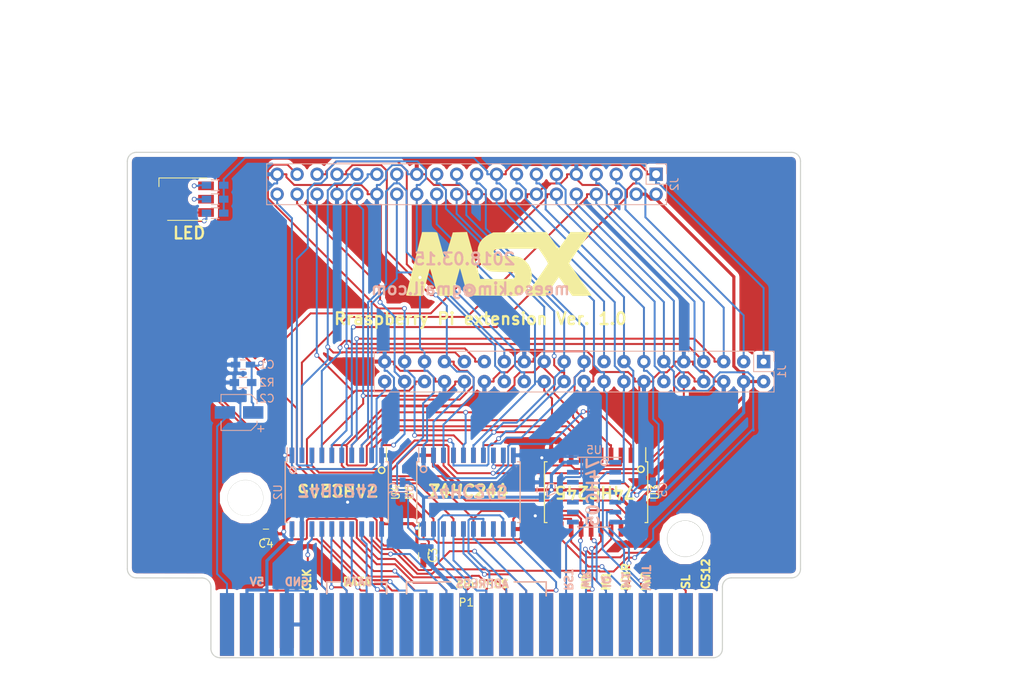
<source format=kicad_pcb>
(kicad_pcb (version 4) (host pcbnew 4.0.7)
  (layers (0 F.Cu mixed) (31 B.Cu mixed) (34 B.Paste user) (35 F.Paste user) (36 B.SilkS user) (37 F.SilkS user) (38 B.Mask user) (39 F.Mask user) (44 Edge.Cuts user))
  (net 0 "")
  (net 1 GND)
  (net 2 +5V)
  (net 3 /RD3)
  (net 4 /RD4)
  (net 5 /RD6)
  (net 6 /RD7)
  (net 7 /RD0)
  (net 8 /RD1)
  (net 9 /RD2)
  (net 10 /RD5)
  (net 11 /WAIT)
  (net 12 /INT)
  (net 13 /BUSDIR)
  (net 14 /IORQ)
  (net 15 /MREQ)
  (net 16 /WR)
  (net 17 /RD)
  (net 18 /RESET)
  (net 19 /A9)
  (net 20 /A15)
  (net 21 /A11)
  (net 22 /A10)
  (net 23 /A7)
  (net 24 /A6)
  (net 25 /A12)
  (net 26 /A8)
  (net 27 /A14)
  (net 28 /A13)
  (net 29 /A1)
  (net 30 /A0)
  (net 31 /A3)
  (net 32 /A2)
  (net 33 /A5)
  (net 34 /A4)
  (net 35 /D1)
  (net 36 /D0)
  (net 37 /D3)
  (net 38 /D2)
  (net 39 /D5)
  (net 40 /D4)
  (net 41 /D7)
  (net 42 /D6)
  (net 43 /CLK)
  (net 44 +3V3)
  (net 45 "Net-(P1-Pad5)")
  (net 46 "Net-(P1-Pad16)")
  (net 47 /RA8)
  (net 48 /RA10)
  (net 49 /RA11)
  (net 50 /RA15)
  (net 51 /RA12)
  (net 52 /RA9)
  (net 53 /RA13)
  (net 54 /RA14)
  (net 55 "Net-(P1-Pad1)")
  (net 56 "Net-(P1-Pad2)")
  (net 57 "Net-(P1-Pad3)")
  (net 58 /SLTSL)
  (net 59 "Net-(P1-Pad6)")
  (net 60 "Net-(P1-Pad44)")
  (net 61 "Net-(P1-Pad48)")
  (net 62 "Net-(P1-Pad50)")
  (net 63 /M1)
  (net 64 /RC17)
  (net 65 /RC18)
  (net 66 /RC27)
  (net 67 /RC22)
  (net 68 /RC23)
  (net 69 /RC24)
  (net 70 /RC25)
  (net 71 /RC19)
  (net 72 /RC16)
  (net 73 /RC26)
  (net 74 /RC20)
  (net 75 /RC21)
  (net 76 /SOUNDIN)
  (net 77 "Net-(U3-Pad9)")
  (net 78 "Net-(U3-Pad11)")
  (net 79 "Net-(U6-Pad3)")
  (net 80 "Net-(U6-Pad5)")
  (net 81 "Net-(U6-Pad7)")
  (net 82 "Net-(U6-Pad8)")
  (net 83 "Net-(U6-Pad9)")
  (net 84 "Net-(U6-Pad11)")
  (net 85 "Net-(U6-Pad12)")
  (net 86 "Net-(U6-Pad13)")
  (net 87 "Net-(U6-Pad15)")
  (net 88 "Net-(U6-Pad17)")
  (net 89 "Net-(D1-Pad4)")
  (net 90 "Net-(D1-Pad5)")
  (net 91 "Net-(D1-Pad6)")
  (module MSX:card_edge_connector (layer F.Cu) (at 156.21 106.68)
    (fp_text reference P1 (at 1.25984 0.33744) (layer F.SilkS))
    (fp_text value CONN_02X25)
    (pad "" np_thru_hole circle (at 29.12364 -7.78256) (size 4.5 4.5) (drill 4.5) (layers *.Cu *.Mask F.SilkS) (clearance 1))
    (pad 1 connect rect (at 31.73984 3.14744) (size 1.8 8) (layers B.Cu B.Mask) (net 55 "Net-(P1-Pad1)"))
    (pad 2 connect rect (at 31.73984 3.14744) (size 1.8 8) (layers F.Cu F.Mask) (net 56 "Net-(P1-Pad2)"))
    (pad 3 connect rect (at 29.19984 3.14744) (size 1.8 8) (layers B.Cu B.Mask) (net 57 "Net-(P1-Pad3)"))
    (pad 4 connect rect (at 29.19984 3.14744) (size 1.8 8) (layers F.Cu F.Mask) (net 58 /SLTSL))
    (pad 5 connect rect (at 26.65984 3.14744) (size 1.8 8) (layers B.Cu B.Mask) (net 45 "Net-(P1-Pad5)"))
    (pad 6 connect rect (at 26.65984 3.14744) (size 1.8 8) (layers F.Cu F.Mask) (net 59 "Net-(P1-Pad6)"))
    (pad 7 connect rect (at 24.11984 3.14744) (size 1.8 8) (layers B.Cu B.Mask) (net 11 /WAIT))
    (pad 8 connect rect (at 24.11984 3.14744) (size 1.8 8) (layers F.Cu F.Mask) (net 12 /INT))
    (pad 9 connect rect (at 21.57984 3.14744) (size 1.8 8) (layers B.Cu B.Mask) (net 63 /M1))
    (pad 10 connect rect (at 21.57984 3.14744) (size 1.8 8) (layers F.Cu F.Mask) (net 13 /BUSDIR))
    (pad 11 connect rect (at 19.03984 3.14744) (size 1.8 8) (layers B.Cu B.Mask) (net 14 /IORQ))
    (pad 12 connect rect (at 19.03984 3.14744) (size 1.8 8) (layers F.Cu F.Mask) (net 15 /MREQ))
    (pad 13 connect rect (at 16.49984 3.14744) (size 1.8 8) (layers B.Cu B.Mask) (net 16 /WR))
    (pad 14 connect rect (at 16.49984 3.14744) (size 1.8 8) (layers F.Cu F.Mask) (net 17 /RD))
    (pad 15 connect rect (at 13.95984 3.14744) (size 1.8 8) (layers B.Cu B.Mask) (net 18 /RESET))
    (pad 16 connect rect (at 13.95984 3.14744) (size 1.8 8) (layers F.Cu F.Mask) (net 46 "Net-(P1-Pad16)"))
    (pad 17 connect rect (at 11.41984 3.14744) (size 1.8 8) (layers B.Cu B.Mask) (net 19 /A9))
    (pad 18 connect rect (at 11.41984 3.14744) (size 1.8 8) (layers F.Cu F.Mask) (net 20 /A15))
    (pad 19 connect rect (at 8.87984 3.14744) (size 1.8 8) (layers B.Cu B.Mask) (net 21 /A11))
    (pad 20 connect rect (at 8.87984 3.14744) (size 1.8 8) (layers F.Cu F.Mask) (net 22 /A10))
    (pad 21 connect rect (at 6.33984 3.14744) (size 1.8 8) (layers B.Cu B.Mask) (net 23 /A7))
    (pad 22 connect rect (at 6.33984 3.14744) (size 1.8 8) (layers F.Cu F.Mask) (net 24 /A6))
    (pad 23 connect rect (at 3.79984 3.14744) (size 1.8 8) (layers B.Cu B.Mask) (net 25 /A12))
    (pad 24 connect rect (at 3.79984 3.14744) (size 1.8 8) (layers F.Cu F.Mask) (net 26 /A8))
    (pad 25 connect rect (at 1.25984 3.14744) (size 1.8 8) (layers B.Cu B.Mask) (net 27 /A14))
    (pad 26 connect rect (at 1.25984 3.14744) (size 1.8 8) (layers F.Cu F.Mask) (net 28 /A13))
    (pad 27 connect rect (at -1.28016 3.14744) (size 1.8 8) (layers B.Cu B.Mask) (net 29 /A1))
    (pad 28 connect rect (at -1.28016 3.14744) (size 1.8 8) (layers F.Cu F.Mask) (net 30 /A0))
    (pad 29 connect rect (at -3.82016 3.14744) (size 1.8 8) (layers B.Cu B.Mask) (net 31 /A3))
    (pad 30 connect rect (at -3.82016 3.14744) (size 1.8 8) (layers F.Cu F.Mask) (net 32 /A2))
    (pad 31 connect rect (at -6.36016 3.14744) (size 1.8 8) (layers B.Cu B.Mask) (net 33 /A5))
    (pad 32 connect rect (at -6.36016 3.14744) (size 1.8 8) (layers F.Cu F.Mask) (net 34 /A4))
    (pad 33 connect rect (at -8.90016 3.14744) (size 1.8 8) (layers B.Cu B.Mask) (net 35 /D1))
    (pad 34 connect rect (at -8.90016 3.14744) (size 1.8 8) (layers F.Cu F.Mask) (net 36 /D0))
    (pad 35 connect rect (at -11.44016 3.14744) (size 1.8 8) (layers B.Cu B.Mask) (net 37 /D3))
    (pad 36 connect rect (at -11.44016 3.14744) (size 1.8 8) (layers F.Cu F.Mask) (net 38 /D2))
    (pad 37 connect rect (at -13.98016 3.14744) (size 1.8 8) (layers B.Cu B.Mask) (net 39 /D5))
    (pad 38 connect rect (at -13.98016 3.14744) (size 1.8 8) (layers F.Cu F.Mask) (net 40 /D4))
    (pad 39 connect rect (at -16.52016 3.14744) (size 1.8 8) (layers B.Cu B.Mask) (net 41 /D7))
    (pad 40 connect rect (at -16.52016 3.14744) (size 1.8 8) (layers F.Cu F.Mask) (net 42 /D6))
    (pad 41 connect rect (at -19.06016 3.14744) (size 1.8 8) (layers B.Cu B.Mask) (net 1 GND))
    (pad 42 connect rect (at -19.06016 3.14744) (size 1.8 8) (layers F.Cu F.Mask) (net 43 /CLK))
    (pad 43 connect rect (at -21.60016 3.14744) (size 1.8 8) (layers B.Cu B.Mask) (net 1 GND))
    (pad 44 connect rect (at -21.60524 2.65468) (size 1.8 7) (layers F.Cu F.Mask) (net 60 "Net-(P1-Pad44)"))
    (pad 45 connect rect (at -24.14016 3.14744) (size 1.8 8) (layers B.Cu B.Mask) (net 2 +5V))
    (pad 46 connect rect (at -24.14016 3.14744) (size 1.8 8) (layers F.Cu F.Mask) (net 60 "Net-(P1-Pad44)"))
    (pad 47 connect rect (at -26.68016 3.14744) (size 1.8 8) (layers B.Cu B.Mask) (net 2 +5V))
    (pad 48 connect rect (at -26.68016 3.14744) (size 1.8 8) (layers F.Cu F.Mask) (net 61 "Net-(P1-Pad48)"))
    (pad 49 connect rect (at -29.22016 3.14744) (size 1.8 8) (layers B.Cu B.Mask) (net 76 /SOUNDIN))
    (pad 50 connect rect (at -29.22016 3.14744) (size 1.8 8) (layers F.Cu F.Mask) (net 62 "Net-(P1-Pad50)"))
    (pad "" np_thru_hole circle (at -26.87574 -12.98448) (size 4.5 4.5) (drill 4.5) (layers *.Cu *.Mask F.SilkS) (clearance 1))
  )
  (module Socket_Strips:Socket_Strip_Straight_2x20_Pitch2.54mm (layer B.Cu) (at 181.635 52.451 90)
    (fp_text reference J2 (at -1.27 2.33 90) (layer B.SilkS) (effects (justify mirror)))
    (fp_text value RPi_GPIO)
    (pad 1 thru_hole rect (at 0 0 90) (size 1.7 1.7) (drill 1) (layers *.Cu *.Mask) (net 44 +3V3))
    (pad 2 thru_hole oval (at -2.54 0 90) (size 1.7 1.7) (drill 1) (layers *.Cu *.Mask) (net 2 +5V))
    (pad 3 thru_hole oval (at 0 -2.54 90) (size 1.7 1.7) (drill 1) (layers *.Cu *.Mask) (net 9 /RD2))
    (pad 4 thru_hole oval (at -2.54 -2.54 90) (size 1.7 1.7) (drill 1) (layers *.Cu *.Mask) (net 2 +5V))
    (pad 5 thru_hole oval (at 0 -5.08 90) (size 1.7 1.7) (drill 1) (layers *.Cu *.Mask) (net 3 /RD3))
    (pad 6 thru_hole oval (at -2.54 -5.08 90) (size 1.7 1.7) (drill 1) (layers *.Cu *.Mask) (net 1 GND))
    (pad 7 thru_hole oval (at 0 -7.62 90) (size 1.7 1.7) (drill 1) (layers *.Cu *.Mask) (net 4 /RD4))
    (pad 8 thru_hole oval (at -2.54 -7.62 90) (size 1.7 1.7) (drill 1) (layers *.Cu *.Mask) (net 54 /RA14))
    (pad 9 thru_hole oval (at 0 -10.16 90) (size 1.7 1.7) (drill 1) (layers *.Cu *.Mask) (net 1 GND))
    (pad 10 thru_hole oval (at -2.54 -10.16 90) (size 1.7 1.7) (drill 1) (layers *.Cu *.Mask) (net 50 /RA15))
    (pad 11 thru_hole oval (at 0 -12.7 90) (size 1.7 1.7) (drill 1) (layers *.Cu *.Mask) (net 64 /RC17))
    (pad 12 thru_hole oval (at -2.54 -12.7 90) (size 1.7 1.7) (drill 1) (layers *.Cu *.Mask) (net 65 /RC18))
    (pad 13 thru_hole oval (at 0 -15.24 90) (size 1.7 1.7) (drill 1) (layers *.Cu *.Mask) (net 66 /RC27))
    (pad 14 thru_hole oval (at -2.54 -15.24 90) (size 1.7 1.7) (drill 1) (layers *.Cu *.Mask) (net 1 GND))
    (pad 15 thru_hole oval (at 0 -17.78 90) (size 1.7 1.7) (drill 1) (layers *.Cu *.Mask) (net 67 /RC22))
    (pad 16 thru_hole oval (at -2.54 -17.78 90) (size 1.7 1.7) (drill 1) (layers *.Cu *.Mask) (net 68 /RC23))
    (pad 17 thru_hole oval (at 0 -20.32 90) (size 1.7 1.7) (drill 1) (layers *.Cu *.Mask) (net 44 +3V3))
    (pad 18 thru_hole oval (at -2.54 -20.32 90) (size 1.7 1.7) (drill 1) (layers *.Cu *.Mask) (net 69 /RC24))
    (pad 19 thru_hole oval (at 0 -22.86 90) (size 1.7 1.7) (drill 1) (layers *.Cu *.Mask) (net 48 /RA10))
    (pad 20 thru_hole oval (at -2.54 -22.86 90) (size 1.7 1.7) (drill 1) (layers *.Cu *.Mask) (net 1 GND))
    (pad 21 thru_hole oval (at 0 -25.4 90) (size 1.7 1.7) (drill 1) (layers *.Cu *.Mask) (net 52 /RA9))
    (pad 22 thru_hole oval (at -2.54 -25.4 90) (size 1.7 1.7) (drill 1) (layers *.Cu *.Mask) (net 70 /RC25))
    (pad 23 thru_hole oval (at 0 -27.94 90) (size 1.7 1.7) (drill 1) (layers *.Cu *.Mask) (net 49 /RA11))
    (pad 24 thru_hole oval (at -2.54 -27.94 90) (size 1.7 1.7) (drill 1) (layers *.Cu *.Mask) (net 47 /RA8))
    (pad 25 thru_hole oval (at 0 -30.48 90) (size 1.7 1.7) (drill 1) (layers *.Cu *.Mask) (net 1 GND))
    (pad 26 thru_hole oval (at -2.54 -30.48 90) (size 1.7 1.7) (drill 1) (layers *.Cu *.Mask) (net 6 /RD7))
    (pad 27 thru_hole oval (at 0 -33.02 90) (size 1.7 1.7) (drill 1) (layers *.Cu *.Mask) (net 7 /RD0))
    (pad 28 thru_hole oval (at -2.54 -33.02 90) (size 1.7 1.7) (drill 1) (layers *.Cu *.Mask) (net 8 /RD1))
    (pad 29 thru_hole oval (at 0 -35.56 90) (size 1.7 1.7) (drill 1) (layers *.Cu *.Mask) (net 10 /RD5))
    (pad 30 thru_hole oval (at -2.54 -35.56 90) (size 1.7 1.7) (drill 1) (layers *.Cu *.Mask) (net 1 GND))
    (pad 31 thru_hole oval (at 0 -38.1 90) (size 1.7 1.7) (drill 1) (layers *.Cu *.Mask) (net 5 /RD6))
    (pad 32 thru_hole oval (at -2.54 -38.1 90) (size 1.7 1.7) (drill 1) (layers *.Cu *.Mask) (net 51 /RA12))
    (pad 33 thru_hole oval (at 0 -40.64 90) (size 1.7 1.7) (drill 1) (layers *.Cu *.Mask) (net 53 /RA13))
    (pad 34 thru_hole oval (at -2.54 -40.64 90) (size 1.7 1.7) (drill 1) (layers *.Cu *.Mask) (net 1 GND))
    (pad 35 thru_hole oval (at 0 -43.18 90) (size 1.7 1.7) (drill 1) (layers *.Cu *.Mask) (net 71 /RC19))
    (pad 36 thru_hole oval (at -2.54 -43.18 90) (size 1.7 1.7) (drill 1) (layers *.Cu *.Mask) (net 72 /RC16))
    (pad 37 thru_hole oval (at 0 -45.72 90) (size 1.7 1.7) (drill 1) (layers *.Cu *.Mask) (net 73 /RC26))
    (pad 38 thru_hole oval (at -2.54 -45.72 90) (size 1.7 1.7) (drill 1) (layers *.Cu *.Mask) (net 74 /RC20))
    (pad 39 thru_hole oval (at 0 -48.26 90) (size 1.7 1.7) (drill 1) (layers *.Cu *.Mask) (net 1 GND))
    (pad 40 thru_hole oval (at -2.54 -48.26 90) (size 1.7 1.7) (drill 1) (layers *.Cu *.Mask) (net 75 /RC21))
  )
  (module Socket_Strips:Socket_Strip_Straight_2x20_Pitch2.54mm (layer B.Cu) (at 195.326 76.327 90)
    (fp_text reference J1 (at -1.27 2.33 90) (layer B.SilkS) (effects (justify mirror)))
    (fp_text value RPi_GPIO)
    (pad 1 thru_hole rect (at 0 0 90) (size 1.7 1.7) (drill 0.78) (layers *.Cu *.Mask) (net 44 +3V3))
    (pad 2 thru_hole oval (at -2.54 0 90) (size 1.7 1.7) (drill 0.78) (layers *.Cu *.Mask) (net 2 +5V))
    (pad 3 thru_hole oval (at 0 -2.54 90) (size 1.7 1.7) (drill 0.78) (layers *.Cu *.Mask) (net 9 /RD2))
    (pad 4 thru_hole oval (at -2.54 -2.54 90) (size 1.7 1.7) (drill 0.78) (layers *.Cu *.Mask) (net 2 +5V))
    (pad 5 thru_hole oval (at 0 -5.08 90) (size 1.7 1.7) (drill 0.78) (layers *.Cu *.Mask) (net 3 /RD3))
    (pad 6 thru_hole oval (at -2.54 -5.08 90) (size 1.7 1.7) (drill 0.78) (layers *.Cu *.Mask) (net 1 GND))
    (pad 7 thru_hole oval (at 0 -7.62 90) (size 1.7 1.7) (drill 0.78) (layers *.Cu *.Mask) (net 4 /RD4))
    (pad 8 thru_hole oval (at -2.54 -7.62 90) (size 1.7 1.7) (drill 0.78) (layers *.Cu *.Mask) (net 54 /RA14))
    (pad 9 thru_hole oval (at 0 -10.16 90) (size 1.7 1.7) (drill 0.78) (layers *.Cu *.Mask) (net 1 GND))
    (pad 10 thru_hole oval (at -2.54 -10.16 90) (size 1.7 1.7) (drill 0.78) (layers *.Cu *.Mask) (net 50 /RA15))
    (pad 11 thru_hole oval (at 0 -12.7 90) (size 1.7 1.7) (drill 0.78) (layers *.Cu *.Mask) (net 64 /RC17))
    (pad 12 thru_hole oval (at -2.54 -12.7 90) (size 1.7 1.7) (drill 0.78) (layers *.Cu *.Mask) (net 65 /RC18))
    (pad 13 thru_hole oval (at 0 -15.24 90) (size 1.7 1.7) (drill 0.9) (layers *.Cu *.Mask) (net 66 /RC27))
    (pad 14 thru_hole oval (at -2.54 -15.24 90) (size 1.7 1.7) (drill 0.78) (layers *.Cu *.Mask) (net 1 GND))
    (pad 15 thru_hole oval (at 0 -17.78 90) (size 1.7 1.7) (drill 0.78) (layers *.Cu *.Mask) (net 67 /RC22))
    (pad 16 thru_hole oval (at -2.54 -17.78 90) (size 1.7 1.7) (drill 0.78) (layers *.Cu *.Mask) (net 68 /RC23))
    (pad 17 thru_hole oval (at 0 -20.32 90) (size 1.7 1.7) (drill 0.78) (layers *.Cu *.Mask) (net 44 +3V3))
    (pad 18 thru_hole oval (at -2.54 -20.32 90) (size 1.7 1.7) (drill 0.78) (layers *.Cu *.Mask) (net 69 /RC24))
    (pad 19 thru_hole oval (at 0 -22.86 90) (size 1.7 1.7) (drill 0.78) (layers *.Cu *.Mask) (net 48 /RA10))
    (pad 20 thru_hole oval (at -2.54 -22.86 90) (size 1.7 1.7) (drill 0.78) (layers *.Cu *.Mask) (net 1 GND))
    (pad 21 thru_hole oval (at 0 -25.4 90) (size 1.7 1.7) (drill 0.78) (layers *.Cu *.Mask) (net 52 /RA9))
    (pad 22 thru_hole oval (at -2.54 -25.4 90) (size 1.7 1.7) (drill 0.78) (layers *.Cu *.Mask) (net 70 /RC25))
    (pad 23 thru_hole oval (at 0 -27.94 90) (size 1.7 1.7) (drill 0.78) (layers *.Cu *.Mask) (net 49 /RA11))
    (pad 24 thru_hole oval (at -2.54 -27.94 90) (size 1.7 1.7) (drill 0.78) (layers *.Cu *.Mask) (net 47 /RA8))
    (pad 25 thru_hole oval (at 0 -30.48 90) (size 1.7 1.7) (drill 0.78) (layers *.Cu *.Mask) (net 1 GND))
    (pad 26 thru_hole oval (at -2.54 -30.48 90) (size 1.7 1.7) (drill 0.78) (layers *.Cu *.Mask) (net 6 /RD7))
    (pad 27 thru_hole oval (at 0 -33.02 90) (size 1.7 1.7) (drill 0.78) (layers *.Cu *.Mask) (net 7 /RD0))
    (pad 28 thru_hole oval (at -2.54 -33.02 90) (size 1.7 1.7) (drill 0.78) (layers *.Cu *.Mask) (net 8 /RD1))
    (pad 29 thru_hole oval (at 0 -35.56 90) (size 1.7 1.7) (drill 0.78) (layers *.Cu *.Mask) (net 10 /RD5))
    (pad 30 thru_hole oval (at -2.54 -35.56 90) (size 1.7 1.7) (drill 0.78) (layers *.Cu *.Mask) (net 1 GND))
    (pad 31 thru_hole oval (at 0 -38.1 90) (size 1.7 1.7) (drill 0.78) (layers *.Cu *.Mask) (net 5 /RD6))
    (pad 32 thru_hole oval (at -2.54 -38.1 90) (size 1.7 1.7) (drill 0.78) (layers *.Cu *.Mask) (net 51 /RA12))
    (pad 33 thru_hole oval (at 0 -40.64 90) (size 1.7 1.7) (drill 0.78) (layers *.Cu *.Mask) (net 53 /RA13))
    (pad 34 thru_hole oval (at -2.54 -40.64 90) (size 1.7 1.7) (drill 0.78) (layers *.Cu *.Mask) (net 1 GND))
    (pad 35 thru_hole oval (at 0 -43.18 90) (size 1.7 1.7) (drill 0.76) (layers *.Cu *.Mask) (net 71 /RC19))
    (pad 36 thru_hole oval (at -2.54 -43.18 90) (size 1.7 1.7) (drill 0.76) (layers *.Cu *.Mask) (net 72 /RC16))
    (pad 37 thru_hole oval (at 0 -45.72 90) (size 1.7 1.7) (drill 0.76) (layers *.Cu *.Mask) (net 73 /RC26))
    (pad 38 thru_hole oval (at -2.54 -45.72 90) (size 1.7 1.7) (drill 0.76) (layers *.Cu *.Mask) (net 74 /RC20))
    (pad 39 thru_hole oval (at 0 -48.26 90) (size 1.7 1.7) (drill 0.76) (layers *.Cu *.Mask) (net 1 GND))
    (pad 40 thru_hole oval (at -2.54 -48.26 90) (size 1.7 1.7) (drill 0.76) (layers *.Cu *.Mask) (net 75 /RC21))
  )
  (module MSX:msx-logo (layer F.Cu) (at 161.544 63.881)
    (fp_text reference G*** hide)
    (fp_text value LOGO hide)
  )
  (module Resistors_SMD:R_0603_HandSoldering (layer B.Cu) (at 125.476 53.848 180)
    (fp_text reference R1 hide)
    (fp_text value R hide)
    (pad 1 smd rect (at -1.1 0 180) (size 1.2 0.9) (layers B.Cu B.Paste B.Mask) (net 44 +3V3))
    (pad 2 smd rect (at 1.1 0 180) (size 1.2 0.9) (layers B.Cu B.Paste B.Mask) (net 91 "Net-(D1-Pad6)"))
  )
  (module Housings_SOIC:SOIC-20W_7.5x12.8mm_Pitch1.27mm (layer B.Cu) (at 157.734 92.964 270)
    (fp_text reference U1 (at 0 7.5 270) (layer B.SilkS) (effects (justify mirror)))
    (fp_text value 74LS245)
    (pad 1 smd rect (at -4.7 5.715 270) (size 1.95 0.6) (layers B.Cu B.Paste B.Mask) (net 1 GND))
    (pad 2 smd rect (at -4.7 4.445 270) (size 1.95 0.6) (layers B.Cu B.Paste B.Mask) (net 51 /RA12))
    (pad 3 smd rect (at -4.7 3.175 270) (size 1.95 0.6) (layers B.Cu B.Paste B.Mask) (net 53 /RA13))
    (pad 4 smd rect (at -4.7 1.905 270) (size 1.95 0.6) (layers B.Cu B.Paste B.Mask) (net 48 /RA10))
    (pad 5 smd rect (at -4.7 0.635 270) (size 1.95 0.6) (layers B.Cu B.Paste B.Mask) (net 49 /RA11))
    (pad 6 smd rect (at -4.7 -0.635 270) (size 1.95 0.6) (layers B.Cu B.Paste B.Mask) (net 47 /RA8))
    (pad 7 smd rect (at -4.7 -1.905 270) (size 1.95 0.6) (layers B.Cu B.Paste B.Mask) (net 52 /RA9))
    (pad 8 smd rect (at -4.7 -3.175 270) (size 1.95 0.6) (layers B.Cu B.Paste B.Mask) (net 54 /RA14))
    (pad 9 smd rect (at -4.7 -4.445 270) (size 1.95 0.6) (layers B.Cu B.Paste B.Mask) (net 50 /RA15))
    (pad 10 smd rect (at -4.7 -5.715 270) (size 1.95 0.6) (layers B.Cu B.Paste B.Mask) (net 1 GND))
    (pad 11 smd rect (at 4.7 -5.715 270) (size 1.95 0.6) (layers B.Cu B.Paste B.Mask) (net 20 /A15))
    (pad 12 smd rect (at 4.7 -4.445 270) (size 1.95 0.6) (layers B.Cu B.Paste B.Mask) (net 27 /A14))
    (pad 13 smd rect (at 4.7 -3.175 270) (size 1.95 0.6) (layers B.Cu B.Paste B.Mask) (net 19 /A9))
    (pad 14 smd rect (at 4.7 -1.905 270) (size 1.95 0.6) (layers B.Cu B.Paste B.Mask) (net 26 /A8))
    (pad 15 smd rect (at 4.7 -0.635 270) (size 1.95 0.6) (layers B.Cu B.Paste B.Mask) (net 21 /A11))
    (pad 16 smd rect (at 4.7 0.635 270) (size 1.95 0.6) (layers B.Cu B.Paste B.Mask) (net 22 /A10))
    (pad 17 smd rect (at 4.7 1.905 270) (size 1.95 0.6) (layers B.Cu B.Paste B.Mask) (net 28 /A13))
    (pad 18 smd rect (at 4.7 3.175 270) (size 1.95 0.6) (layers B.Cu B.Paste B.Mask) (net 25 /A12))
    (pad 19 smd rect (at 4.7 4.445 270) (size 1.95 0.6) (layers B.Cu B.Paste B.Mask) (net 71 /RC19))
    (pad 20 smd rect (at 4.7 5.715 270) (size 1.95 0.6) (layers B.Cu B.Paste B.Mask) (net 2 +5V))
  )
  (module Housings_SOIC:SOIC-20W_7.5x12.8mm_Pitch1.27mm (layer B.Cu) (at 140.97 92.964 270)
    (fp_text reference U2 (at 0 7.5 270) (layer B.SilkS) (effects (justify mirror)))
    (fp_text value 74LS245)
    (pad 1 smd rect (at -4.7 5.715 270) (size 1.95 0.6) (layers B.Cu B.Paste B.Mask) (net 75 /RC21))
    (pad 2 smd rect (at -4.7 4.445 270) (size 1.95 0.6) (layers B.Cu B.Paste B.Mask) (net 5 /RD6))
    (pad 3 smd rect (at -4.7 3.175 270) (size 1.95 0.6) (layers B.Cu B.Paste B.Mask) (net 6 /RD7))
    (pad 4 smd rect (at -4.7 1.905 270) (size 1.95 0.6) (layers B.Cu B.Paste B.Mask) (net 4 /RD4))
    (pad 5 smd rect (at -4.7 0.635 270) (size 1.95 0.6) (layers B.Cu B.Paste B.Mask) (net 10 /RD5))
    (pad 6 smd rect (at -4.7 -0.635 270) (size 1.95 0.6) (layers B.Cu B.Paste B.Mask) (net 9 /RD2))
    (pad 7 smd rect (at -4.7 -1.905 270) (size 1.95 0.6) (layers B.Cu B.Paste B.Mask) (net 3 /RD3))
    (pad 8 smd rect (at -4.7 -3.175 270) (size 1.95 0.6) (layers B.Cu B.Paste B.Mask) (net 7 /RD0))
    (pad 9 smd rect (at -4.7 -4.445 270) (size 1.95 0.6) (layers B.Cu B.Paste B.Mask) (net 8 /RD1))
    (pad 10 smd rect (at -4.7 -5.715 270) (size 1.95 0.6) (layers B.Cu B.Paste B.Mask) (net 1 GND))
    (pad 11 smd rect (at 4.7 -5.715 270) (size 1.95 0.6) (layers B.Cu B.Paste B.Mask) (net 35 /D1))
    (pad 12 smd rect (at 4.7 -4.445 270) (size 1.95 0.6) (layers B.Cu B.Paste B.Mask) (net 36 /D0))
    (pad 13 smd rect (at 4.7 -3.175 270) (size 1.95 0.6) (layers B.Cu B.Paste B.Mask) (net 37 /D3))
    (pad 14 smd rect (at 4.7 -1.905 270) (size 1.95 0.6) (layers B.Cu B.Paste B.Mask) (net 38 /D2))
    (pad 15 smd rect (at 4.7 -0.635 270) (size 1.95 0.6) (layers B.Cu B.Paste B.Mask) (net 39 /D5))
    (pad 16 smd rect (at 4.7 0.635 270) (size 1.95 0.6) (layers B.Cu B.Paste B.Mask) (net 40 /D4))
    (pad 17 smd rect (at 4.7 1.905 270) (size 1.95 0.6) (layers B.Cu B.Paste B.Mask) (net 41 /D7))
    (pad 18 smd rect (at 4.7 3.175 270) (size 1.95 0.6) (layers B.Cu B.Paste B.Mask) (net 42 /D6))
    (pad 19 smd rect (at 4.7 4.445 270) (size 1.95 0.6) (layers B.Cu B.Paste B.Mask) (net 1 GND))
    (pad 20 smd rect (at 4.7 5.715 270) (size 1.95 0.6) (layers B.Cu B.Paste B.Mask) (net 2 +5V))
  )
  (module Housings_SOIC:SOIC-20W_7.5x12.8mm_Pitch1.27mm (layer F.Cu) (at 173.99 92.964 270)
    (fp_text reference U3 (at 0 -7.5 270) (layer F.SilkS))
    (fp_text value 74LS245)
    (pad 1 smd rect (at -4.7 -5.715 270) (size 1.95 0.6) (layers F.Cu F.Paste F.Mask) (net 1 GND))
    (pad 2 smd rect (at -4.7 -4.445 270) (size 1.95 0.6) (layers F.Cu F.Paste F.Mask) (net 51 /RA12))
    (pad 3 smd rect (at -4.7 -3.175 270) (size 1.95 0.6) (layers F.Cu F.Paste F.Mask) (net 53 /RA13))
    (pad 4 smd rect (at -4.7 -1.905 270) (size 1.95 0.6) (layers F.Cu F.Paste F.Mask) (net 48 /RA10))
    (pad 5 smd rect (at -4.7 -0.635 270) (size 1.95 0.6) (layers F.Cu F.Paste F.Mask) (net 49 /RA11))
    (pad 6 smd rect (at -4.7 0.635 270) (size 1.95 0.6) (layers F.Cu F.Paste F.Mask) (net 47 /RA8))
    (pad 7 smd rect (at -4.7 1.905 270) (size 1.95 0.6) (layers F.Cu F.Paste F.Mask) (net 52 /RA9))
    (pad 8 smd rect (at -4.7 3.175 270) (size 1.95 0.6) (layers F.Cu F.Paste F.Mask) (net 54 /RA14))
    (pad 9 smd rect (at -4.7 4.445 270) (size 1.95 0.6) (layers F.Cu F.Paste F.Mask) (net 77 "Net-(U3-Pad9)"))
    (pad 10 smd rect (at -4.7 5.715 270) (size 1.95 0.6) (layers F.Cu F.Paste F.Mask) (net 1 GND))
    (pad 11 smd rect (at 4.7 5.715 270) (size 1.95 0.6) (layers F.Cu F.Paste F.Mask) (net 78 "Net-(U3-Pad11)"))
    (pad 12 smd rect (at 4.7 4.445 270) (size 1.95 0.6) (layers F.Cu F.Paste F.Mask) (net 63 /M1))
    (pad 13 smd rect (at 4.7 3.175 270) (size 1.95 0.6) (layers F.Cu F.Paste F.Mask) (net 58 /SLTSL))
    (pad 14 smd rect (at 4.7 1.905 270) (size 1.95 0.6) (layers F.Cu F.Paste F.Mask) (net 15 /MREQ))
    (pad 15 smd rect (at 4.7 0.635 270) (size 1.95 0.6) (layers F.Cu F.Paste F.Mask) (net 14 /IORQ))
    (pad 16 smd rect (at 4.7 -0.635 270) (size 1.95 0.6) (layers F.Cu F.Paste F.Mask) (net 17 /RD))
    (pad 17 smd rect (at 4.7 -1.905 270) (size 1.95 0.6) (layers F.Cu F.Paste F.Mask) (net 16 /WR))
    (pad 18 smd rect (at 4.7 -3.175 270) (size 1.95 0.6) (layers F.Cu F.Paste F.Mask) (net 18 /RESET))
    (pad 19 smd rect (at 4.7 -4.445 270) (size 1.95 0.6) (layers F.Cu F.Paste F.Mask) (net 72 /RC16))
    (pad 20 smd rect (at 4.7 -5.715 270) (size 1.95 0.6) (layers F.Cu F.Paste F.Mask) (net 2 +5V))
  )
  (module Housings_SOIC:SOIC-20W_7.5x12.8mm_Pitch1.27mm (layer F.Cu) (at 140.97 92.964 270)
    (fp_text reference U4 (at 0 -7.5 270) (layer F.SilkS))
    (fp_text value 74LS245)
    (pad 1 smd rect (at -4.7 -5.715 270) (size 1.95 0.6) (layers F.Cu F.Paste F.Mask) (net 74 /RC20))
    (pad 2 smd rect (at -4.7 -4.445 270) (size 1.95 0.6) (layers F.Cu F.Paste F.Mask) (net 52 /RA9))
    (pad 3 smd rect (at -4.7 -3.175 270) (size 1.95 0.6) (layers F.Cu F.Paste F.Mask) (net 47 /RA8))
    (pad 4 smd rect (at -4.7 -1.905 270) (size 1.95 0.6) (layers F.Cu F.Paste F.Mask) (net 49 /RA11))
    (pad 5 smd rect (at -4.7 -0.635 270) (size 1.95 0.6) (layers F.Cu F.Paste F.Mask) (net 48 /RA10))
    (pad 6 smd rect (at -4.7 0.635 270) (size 1.95 0.6) (layers F.Cu F.Paste F.Mask) (net 53 /RA13))
    (pad 7 smd rect (at -4.7 1.905 270) (size 1.95 0.6) (layers F.Cu F.Paste F.Mask) (net 51 /RA12))
    (pad 8 smd rect (at -4.7 3.175 270) (size 1.95 0.6) (layers F.Cu F.Paste F.Mask) (net 50 /RA15))
    (pad 9 smd rect (at -4.7 4.445 270) (size 1.95 0.6) (layers F.Cu F.Paste F.Mask) (net 54 /RA14))
    (pad 10 smd rect (at -4.7 5.715 270) (size 1.95 0.6) (layers F.Cu F.Paste F.Mask) (net 1 GND))
    (pad 11 smd rect (at 4.7 5.715 270) (size 1.95 0.6) (layers F.Cu F.Paste F.Mask) (net 24 /A6))
    (pad 12 smd rect (at 4.7 4.445 270) (size 1.95 0.6) (layers F.Cu F.Paste F.Mask) (net 23 /A7))
    (pad 13 smd rect (at 4.7 3.175 270) (size 1.95 0.6) (layers F.Cu F.Paste F.Mask) (net 34 /A4))
    (pad 14 smd rect (at 4.7 1.905 270) (size 1.95 0.6) (layers F.Cu F.Paste F.Mask) (net 33 /A5))
    (pad 15 smd rect (at 4.7 0.635 270) (size 1.95 0.6) (layers F.Cu F.Paste F.Mask) (net 32 /A2))
    (pad 16 smd rect (at 4.7 -0.635 270) (size 1.95 0.6) (layers F.Cu F.Paste F.Mask) (net 31 /A3))
    (pad 17 smd rect (at 4.7 -1.905 270) (size 1.95 0.6) (layers F.Cu F.Paste F.Mask) (net 30 /A0))
    (pad 18 smd rect (at 4.7 -3.175 270) (size 1.95 0.6) (layers F.Cu F.Paste F.Mask) (net 29 /A1))
    (pad 19 smd rect (at 4.7 -4.445 270) (size 1.95 0.6) (layers F.Cu F.Paste F.Mask) (net 64 /RC17))
    (pad 20 smd rect (at 4.7 -5.715 270) (size 1.95 0.6) (layers F.Cu F.Paste F.Mask) (net 2 +5V))
  )
  (module Housings_SOIC:SOIC-14_3.9x8.7mm_Pitch1.27mm (layer B.Cu) (at 173.736 92.964 180)
    (fp_text reference U5 (at 0 5.375 180) (layer B.SilkS) (effects (justify mirror)))
    (fp_text value 74LS05)
    (pad 1 smd rect (at -2.7 3.81 180) (size 1.5 0.6) (layers B.Cu B.Paste B.Mask) (net 69 /RC24))
    (pad 2 smd rect (at -2.7 2.54 180) (size 1.5 0.6) (layers B.Cu B.Paste B.Mask) (net 11 /WAIT))
    (pad 3 smd rect (at -2.7 1.27 180) (size 1.5 0.6) (layers B.Cu B.Paste B.Mask) (net 68 /RC23))
    (pad 4 smd rect (at -2.7 0 180) (size 1.5 0.6) (layers B.Cu B.Paste B.Mask) (net 12 /INT))
    (pad 5 smd rect (at -2.7 -1.27 180) (size 1.5 0.6) (layers B.Cu B.Paste B.Mask) (net 67 /RC22))
    (pad 6 smd rect (at -2.7 -2.54 180) (size 1.5 0.6) (layers B.Cu B.Paste B.Mask) (net 13 /BUSDIR))
    (pad 7 smd rect (at -2.7 -3.81 180) (size 1.5 0.6) (layers B.Cu B.Paste B.Mask) (net 1 GND))
    (pad 8 smd rect (at 2.7 -3.81 180) (size 1.5 0.6) (layers B.Cu B.Paste B.Mask))
    (pad 9 smd rect (at 2.7 -2.54 180) (size 1.5 0.6) (layers B.Cu B.Paste B.Mask))
    (pad 10 smd rect (at 2.7 -1.27 180) (size 1.5 0.6) (layers B.Cu B.Paste B.Mask))
    (pad 11 smd rect (at 2.7 0 180) (size 1.5 0.6) (layers B.Cu B.Paste B.Mask))
    (pad 12 smd rect (at 2.7 1.27 180) (size 1.5 0.6) (layers B.Cu B.Paste B.Mask))
    (pad 13 smd rect (at 2.7 2.54 180) (size 1.5 0.6) (layers B.Cu B.Paste B.Mask))
    (pad 14 smd rect (at 2.7 3.81 180) (size 1.5 0.6) (layers B.Cu B.Paste B.Mask) (net 2 +5V))
  )
  (module Capacitors_SMD:C_0603_HandSoldering (layer B.Cu) (at 129.032 76.708 180)
    (fp_text reference C1 (at -3.048 0 180) (layer B.SilkS) (effects (justify mirror)))
    (fp_text value C)
    (pad 1 smd rect (at -0.95 0 180) (size 1.2 0.75) (layers B.Cu B.Paste B.Mask) (net 65 /RC18))
    (pad 2 smd rect (at 0.95 0 180) (size 1.2 0.75) (layers B.Cu B.Paste B.Mask) (net 1 GND))
  )
  (module Capacitors_SMD:CP_Elec_4x5.3 (layer B.Cu) (at 128.524 82.804 180)
    (fp_text reference C2 (at -3.556 1.778 180) (layer B.SilkS) (effects (justify mirror)))
    (fp_text value CP)
    (fp_text user + (at -2.77 -2.01 180) (layer B.SilkS) (effects (justify mirror)))
    (pad 1 smd rect (at -1.8 0) (size 2.6 1.6) (layers B.Cu B.Paste B.Mask) (net 65 /RC18))
    (pad 2 smd rect (at 1.8 0) (size 2.6 1.6) (layers B.Cu B.Paste B.Mask) (net 76 /SOUNDIN))
  )
  (module Resistors_SMD:R_0603_HandSoldering (layer B.Cu) (at 129.032 78.994 180)
    (fp_text reference R2 (at -3.048 0 180) (layer B.SilkS) (effects (justify mirror)))
    (fp_text value R)
    (pad 1 smd rect (at -1.1 0 180) (size 1.2 0.9) (layers B.Cu B.Paste B.Mask) (net 65 /RC18))
    (pad 2 smd rect (at 1.1 0 180) (size 1.2 0.9) (layers B.Cu B.Paste B.Mask) (net 1 GND))
  )
  (module Capacitors_SMD:C_0603_HandSoldering (layer F.Cu) (at 151.994 101.016 270)
    (fp_text reference C3 (at 0 -1.25 270) (layer F.SilkS))
    (fp_text value C)
    (pad 1 smd rect (at -0.95 0 270) (size 1.2 0.75) (layers F.Cu F.Paste F.Mask) (net 2 +5V))
    (pad 2 smd rect (at 0.95 0 270) (size 1.2 0.75) (layers F.Cu F.Paste F.Mask) (net 1 GND))
  )
  (module Capacitors_SMD:C_0603_HandSoldering (layer F.Cu) (at 131.953 98.2726 180)
    (fp_text reference C4 (at 0 -1.25 180) (layer F.SilkS))
    (fp_text value C)
    (pad 1 smd rect (at -0.95 0 180) (size 1.2 0.75) (layers F.Cu F.Paste F.Mask) (net 2 +5V))
    (pad 2 smd rect (at 0.95 0 180) (size 1.2 0.75) (layers F.Cu F.Paste F.Mask) (net 1 GND))
  )
  (module Capacitors_SMD:C_0603_HandSoldering (layer B.Cu) (at 181.254 92.6338 90)
    (fp_text reference C5 (at 0 1.25 90) (layer B.SilkS) (effects (justify mirror)))
    (fp_text value C)
    (pad 1 smd rect (at -0.95 0 90) (size 1.2 0.75) (layers B.Cu B.Paste B.Mask) (net 2 +5V))
    (pad 2 smd rect (at 0.95 0 90) (size 1.2 0.75) (layers B.Cu B.Paste B.Mask) (net 1 GND))
  )
  (module Capacitors_SMD:C_0603_HandSoldering (layer B.Cu) (at 149.352 92.6592 270)
    (fp_text reference C6 (at 0 1.25 270) (layer B.SilkS) (effects (justify mirror)))
    (fp_text value C)
    (pad 1 smd rect (at -0.95 0 270) (size 1.2 0.75) (layers B.Cu B.Paste B.Mask) (net 2 +5V))
    (pad 2 smd rect (at 0.95 0 270) (size 1.2 0.75) (layers B.Cu B.Paste B.Mask) (net 1 GND))
  )
  (module Capacitors_SMD:C_0603_HandSoldering (layer B.Cu) (at 167.081 92.6592 90)
    (fp_text reference C7 (at 0 1.25 90) (layer B.SilkS) (effects (justify mirror)))
    (fp_text value C)
    (pad 1 smd rect (at -0.95 0 90) (size 1.2 0.75) (layers B.Cu B.Paste B.Mask) (net 2 +5V))
    (pad 2 smd rect (at 0.95 0 90) (size 1.2 0.75) (layers B.Cu B.Paste B.Mask) (net 1 GND))
  )
  (module Housings_SOIC:SOIC-20W_7.5x12.8mm_Pitch1.27mm (layer F.Cu) (at 157.734 92.964 90)
    (fp_text reference U6 (at 0 -7.5 90) (layer F.SilkS))
    (fp_text value 74HC244)
    (pad 1 smd rect (at -4.7 -5.715 90) (size 1.95 0.6) (layers F.Cu F.Paste F.Mask) (net 1 GND))
    (pad 2 smd rect (at -4.7 -4.445 90) (size 1.95 0.6) (layers F.Cu F.Paste F.Mask) (net 58 /SLTSL))
    (pad 3 smd rect (at -4.7 -3.175 90) (size 1.95 0.6) (layers F.Cu F.Paste F.Mask) (net 79 "Net-(U6-Pad3)"))
    (pad 4 smd rect (at -4.7 -1.905 90) (size 1.95 0.6) (layers F.Cu F.Paste F.Mask) (net 15 /MREQ))
    (pad 5 smd rect (at -4.7 -0.635 90) (size 1.95 0.6) (layers F.Cu F.Paste F.Mask) (net 80 "Net-(U6-Pad5)"))
    (pad 6 smd rect (at -4.7 0.635 90) (size 1.95 0.6) (layers F.Cu F.Paste F.Mask) (net 14 /IORQ))
    (pad 7 smd rect (at -4.7 1.905 90) (size 1.95 0.6) (layers F.Cu F.Paste F.Mask) (net 81 "Net-(U6-Pad7)"))
    (pad 8 smd rect (at -4.7 3.175 90) (size 1.95 0.6) (layers F.Cu F.Paste F.Mask) (net 82 "Net-(U6-Pad8)"))
    (pad 9 smd rect (at -4.7 4.445 90) (size 1.95 0.6) (layers F.Cu F.Paste F.Mask) (net 83 "Net-(U6-Pad9)"))
    (pad 10 smd rect (at -4.7 5.715 90) (size 1.95 0.6) (layers F.Cu F.Paste F.Mask) (net 1 GND))
    (pad 11 smd rect (at 4.7 5.715 90) (size 1.95 0.6) (layers F.Cu F.Paste F.Mask) (net 84 "Net-(U6-Pad11)"))
    (pad 12 smd rect (at 4.7 4.445 90) (size 1.95 0.6) (layers F.Cu F.Paste F.Mask) (net 85 "Net-(U6-Pad12)"))
    (pad 13 smd rect (at 4.7 3.175 90) (size 1.95 0.6) (layers F.Cu F.Paste F.Mask) (net 86 "Net-(U6-Pad13)"))
    (pad 14 smd rect (at 4.7 1.905 90) (size 1.95 0.6) (layers F.Cu F.Paste F.Mask) (net 70 /RC25))
    (pad 15 smd rect (at 4.7 0.635 90) (size 1.95 0.6) (layers F.Cu F.Paste F.Mask) (net 87 "Net-(U6-Pad15)"))
    (pad 16 smd rect (at 4.7 -0.635 90) (size 1.95 0.6) (layers F.Cu F.Paste F.Mask) (net 73 /RC26))
    (pad 17 smd rect (at 4.7 -1.905 90) (size 1.95 0.6) (layers F.Cu F.Paste F.Mask) (net 88 "Net-(U6-Pad17)"))
    (pad 18 smd rect (at 4.7 -3.175 90) (size 1.95 0.6) (layers F.Cu F.Paste F.Mask) (net 66 /RC27))
    (pad 19 smd rect (at 4.7 -4.445 90) (size 1.95 0.6) (layers F.Cu F.Paste F.Mask) (net 2 +5V))
    (pad 20 smd rect (at 4.7 -5.715 90) (size 1.95 0.6) (layers F.Cu F.Paste F.Mask) (net 2 +5V))
  )
  (module LEDs:LED_RGB_5050-6 (layer F.Cu) (at 121.92 55.626)
    (fp_text reference D1 hide)
    (fp_text value LED_RGB)
    (pad 1 smd rect (at -2.4 -1.7 90) (size 1.1 2) (layers F.Cu F.Paste F.Mask) (net 58 /SLTSL))
    (pad 2 smd rect (at -2.4 0 90) (size 1.1 2) (layers F.Cu F.Paste F.Mask) (net 15 /MREQ))
    (pad 3 smd rect (at -2.4 1.7 90) (size 1.1 2) (layers F.Cu F.Paste F.Mask) (net 14 /IORQ))
    (pad 4 smd rect (at 2.4 1.7 90) (size 1.1 2) (layers F.Cu F.Paste F.Mask) (net 89 "Net-(D1-Pad4)"))
    (pad 5 smd rect (at 2.4 0 90) (size 1.1 2) (layers F.Cu F.Paste F.Mask) (net 90 "Net-(D1-Pad5)"))
    (pad 6 smd rect (at 2.4 -1.7 90) (size 1.1 2) (layers F.Cu F.Paste F.Mask) (net 91 "Net-(D1-Pad6)"))
  )
  (module Resistors_SMD:R_0603_HandSoldering (layer B.Cu) (at 125.476 55.626 180)
    (fp_text reference R3 hide)
    (fp_text value R hide)
    (pad 1 smd rect (at -1.1 0 180) (size 1.2 0.9) (layers B.Cu B.Paste B.Mask) (net 44 +3V3))
    (pad 2 smd rect (at 1.1 0 180) (size 1.2 0.9) (layers B.Cu B.Paste B.Mask) (net 90 "Net-(D1-Pad5)"))
  )
  (module Resistors_SMD:R_0603_HandSoldering (layer B.Cu) (at 125.476 57.404 180)
    (fp_text reference R4 hide)
    (fp_text value R)
    (pad 1 smd rect (at -1.1 0 180) (size 1.2 0.9) (layers B.Cu B.Paste B.Mask) (net 44 +3V3))
    (pad 2 smd rect (at 1.1 0 180) (size 1.2 0.9) (layers B.Cu B.Paste B.Mask) (net 89 "Net-(D1-Pad4)"))
  )
  (gr_text LED (at 122.174 59.944) (layer F.SilkS) (effects (font (size 1.5 1.5) (thickness 0.3))))
  (gr_text 74HC244 (at 157.607 92.8624) (layer F.SilkS) (effects (font (size 1.5 1.5) (thickness 0.375) italic)))
  (gr_circle (center 175.006 89.154) (end 175.387 89.281) (layer B.SilkS) (width 0.2))
  (gr_text 74HC05 (at 173.609 92.964 90) (layer B.SilkS) (effects (font (size 1.5 1.5) (thickness 0.3)) (justify mirror)))
  (gr_circle (center 146.685 90.17) (end 147.066 90.297) (layer F.SilkS) (width 0.2))
  (gr_text 74HC245 (at 141.097 92.71 180) (layer F.SilkS) (effects (font (size 1.5 1.5) (thickness 0.3))))
  (gr_circle (center 179.705 90.043) (end 180.086 90.17) (layer F.SilkS) (width 0.2))
  (gr_circle (center 135.382 90.17) (end 135.763 90.297) (layer B.SilkS) (width 0.2))
  (gr_text 74HC245 (at 141.097 92.71 180) (layer B.SilkS) (effects (font (size 1.5 1.5) (thickness 0.3)) (justify mirror)))
  (gr_circle (center 152.019 90.043) (end 152.4 90.17) (layer B.SilkS) (width 0.2))
  (gr_text 74HC245 (at 157.607 92.837 180) (layer B.SilkS) (effects (font (size 1.5 1.5) (thickness 0.3)) (justify mirror)))
  (gr_line (start 167.64 104.394) (end 163.576 104.394) (angle 90) (layer F.SilkS) (width 0.2))
  (gr_line (start 167.64 106.172) (end 167.64 104.394) (angle 90) (layer F.SilkS) (width 0.2))
  (gr_line (start 167.64 104.394) (end 163.576 104.394) (angle 90) (layer B.SilkS) (width 0.2))
  (gr_line (start 167.64 106.172) (end 167.64 104.394) (angle 90) (layer B.SilkS) (width 0.2))
  (gr_line (start 149.86 104.394) (end 155.448 104.394) (angle 90) (layer B.SilkS) (width 0.2))
  (gr_line (start 149.86 105.918) (end 149.86 104.394) (angle 90) (layer B.SilkS) (width 0.2))
  (gr_line (start 147.32 104.394) (end 145.796 104.394) (angle 90) (layer B.SilkS) (width 0.2))
  (gr_line (start 147.32 105.918) (end 147.32 104.394) (angle 90) (layer B.SilkS) (width 0.2))
  (gr_line (start 139.7 104.394) (end 141.478 104.394) (angle 90) (layer B.SilkS) (width 0.2))
  (gr_line (start 139.7 105.918) (end 139.7 104.394) (angle 90) (layer B.SilkS) (width 0.2))
  (gr_text ADDRESS (at 159.512 104.648) (layer B.SilkS) (effects (font (size 1 1) (thickness 0.25)) (justify mirror)))
  (gr_text DATA (at 143.764 104.394) (layer B.SilkS) (effects (font (size 1 1) (thickness 0.25)) (justify mirror)))
  (gr_line (start 124.9426 112.9157) (end 124.9426 105.0417) (layer Edge.Cuts) (width 0.15))
  (gr_line (start 115.443 103.886) (end 123.7996 103.8987) (layer Edge.Cuts) (width 0.15))
  (gr_arc (start 115.443 102.743) (end 115.443 103.886) (angle 90) (layer Edge.Cuts) (width 0.15))
  (gr_arc (start 123.7996 105.0417) (end 123.7996 103.8987) (angle 90) (layer Edge.Cuts) (width 0.15))
  (gr_line (start 191.2239 103.886) (end 198.882 103.886) (layer Edge.Cuts) (width 0.15))
  (gr_arc (start 198.882 102.743) (end 198.882 103.886) (angle -90) (layer Edge.Cuts) (width 0.15))
  (gr_line (start 190.0809 112.9157) (end 190.0809 105.029) (layer Edge.Cuts) (width 0.15))
  (gr_arc (start 191.2239 105.029) (end 191.2239 103.886) (angle -90) (layer Edge.Cuts) (width 0.15))
  (gr_text 2018.03.15 (at 157.226 63.246) (layer B.SilkS) (effects (font (size 1.5 1.5) (thickness 0.3)) (justify mirror)))
  (gr_text 74HC245 (at 173.863 92.964 180) (layer F.SilkS) (effects (font (size 1.5 1.5) (thickness 0.3))))
  (gr_text CLK (at 137.16 104.14 90) (layer F.SilkS) (effects (font (size 1 1) (thickness 0.25))))
  (gr_text CS12 (at 187.96 103.378 90) (layer F.SilkS) (effects (font (size 1 1) (thickness 0.25))))
  (gr_text 5V (at 130.81 104.394) (layer B.SilkS) (effects (font (size 1 1) (thickness 0.25)) (justify mirror)))
  (gr_text GND (at 135.89 104.394) (layer B.SilkS) (effects (font (size 1 1) (thickness 0.25)) (justify mirror)))
  (gr_line (start 166.878 104.394) (end 163.576 104.394) (angle 90) (layer F.SilkS) (width 0.2))
  (gr_line (start 152.146 104.394) (end 155.448 104.394) (angle 90) (layer F.SilkS) (width 0.2))
  (gr_text DATA (at 143.51 104.394) (layer F.SilkS) (effects (font (size 1 1) (thickness 0.25))))
  (gr_line (start 139.7 104.394) (end 141.478 104.394) (angle 90) (layer F.SilkS) (width 0.2))
  (gr_line (start 139.7 105.918) (end 139.7 104.394) (angle 90) (layer F.SilkS) (width 0.2))
  (gr_line (start 147.32 104.394) (end 145.796 104.394) (angle 90) (layer F.SilkS) (width 0.2))
  (gr_line (start 147.32 105.918) (end 147.32 104.394) (angle 90) (layer F.SilkS) (width 0.2))
  (gr_line (start 149.86 104.394) (end 152.146 104.394) (angle 90) (layer F.SilkS) (width 0.2))
  (gr_line (start 149.86 105.918) (end 149.86 104.394) (angle 90) (layer F.SilkS) (width 0.2))
  (gr_text ADDRESS (at 159.512 104.648) (layer F.SilkS) (effects (font (size 1 1) (thickness 0.25))))
  (gr_text WR (at 172.72 104.14 270) (layer B.SilkS) (effects (font (size 1 1) (thickness 0.25)) (justify mirror)))
  (gr_text IQ (at 175.26 104.394 270) (layer B.SilkS) (effects (font (size 1 1) (thickness 0.25)) (justify mirror)))
  (gr_text M1 (at 177.8 104.14 270) (layer B.SilkS) (effects (font (size 1 1) (thickness 0.25)) (justify mirror)))
  (gr_text WAIT (at 180.34 103.886 270) (layer B.SilkS) (effects (font (size 1 1) (thickness 0.25)) (justify mirror)))
  (gr_text INT (at 180.34 104.394 90) (layer F.SilkS) (effects (font (size 1 1) (thickness 0.25))))
  (gr_text RST (at 170.434 104.14 270) (layer B.SilkS) (effects (font (size 1 1) (thickness 0.25)) (justify mirror)))
  (gr_text MQ (at 175.26 104.394 90) (layer F.SilkS) (effects (font (size 1 1) (thickness 0.25))))
  (gr_text RD (at 172.72 104.394 90) (layer F.SilkS) (effects (font (size 1 1) (thickness 0.25))))
  (gr_text SL (at 185.42 104.394 90) (layer F.SilkS) (effects (font (size 1 1) (thickness 0.25))))
  (gr_text BDIR (at 177.8 103.759 90) (layer F.SilkS) (effects (font (size 1 1) (thickness 0.25))))
  (gr_text meeso.kim@gmail.com (at 157.988 67.056) (layer B.SilkS) (effects (font (size 1.5 1.5) (thickness 0.3)) (justify mirror)))
  (gr_text "Rraspberry Pi extension Ver. 1.0" (at 159.258 70.866) (layer F.SilkS) (effects (font (size 1.5 1.5) (thickness 0.3))))
  (gr_circle (center 129.3368 93.6879) (end 130.9878 95.1611) (layer Edge.Cuts) (width 0.15))
  (gr_circle (center 185.3438 98.8949) (end 187.1472 100.2538) (layer Edge.Cuts) (width 0.15))
  (gr_arc (start 198.882 50.8) (end 198.882 49.657) (angle 90) (layer Edge.Cuts) (width 0.15))
  (gr_arc (start 115.443 50.8) (end 114.3 50.8) (angle 90) (layer Edge.Cuts) (width 0.15))
  (gr_arc (start 188.9379 112.9157) (end 188.9379 114.0587) (angle -90) (layer Edge.Cuts) (width 0.15))
  (gr_arc (start 126.0856 112.9157) (end 126.0856 114.0587) (angle 90) (layer Edge.Cuts) (width 0.15))
  (gr_line (start 200.025 102.743) (end 200.025 50.8) (angle 90) (layer Edge.Cuts) (width 0.15))
  (gr_line (start 126.0856 114.0587) (end 188.9379 114.0587) (angle 90) (layer Edge.Cuts) (width 0.15))
  (gr_line (start 114.3 50.8) (end 114.3 102.743) (angle 90) (layer Edge.Cuts) (width 0.15))
  (gr_line (start 198.882 49.657) (end 115.443 49.657) (angle 90) (layer Edge.Cuts) (width 0.15))
  (via (at 167.081 88.5849) (size 0.6) (layers F.Cu B.Cu) (net 1))
  (via (at 134.3377 88.264) (size 0.6) (layers F.Cu B.Cu) (net 1))
  (via (at 142.3485 94.2374) (size 0.6) (layers F.Cu B.Cu) (net 1))
  (via (at 166.2447 95.9792) (size 0.6) (layers F.Cu B.Cu) (net 1))
  (segment (start 128.082 78.0687) (end 127.932 78.2187) (width 0.25) (layer B.Cu) (net 1))
  (segment (start 128.082 76.708) (end 128.082 78.0687) (width 0.25) (layer B.Cu) (net 1))
  (segment (start 136.525 104.8773) (end 137.1498 105.5021) (width 0.25) (layer B.Cu) (net 1))
  (segment (start 136.525 97.664) (end 136.525 104.8773) (width 0.25) (layer B.Cu) (net 1))
  (segment (start 137.1498 109.8274) (end 137.1498 105.5021) (width 0.25) (layer B.Cu) (net 1))
  (segment (start 127.932 78.6063) (end 127.932 78.2187) (width 0.25) (layer B.Cu) (net 1))
  (segment (start 190.246 78.867) (end 189.0707 78.867) (width 0.25) (layer F.Cu) (net 1))
  (segment (start 172.466 78.867) (end 173.6413 78.867) (width 0.25) (layer F.Cu) (net 1))
  (segment (start 134.6098 105.5021) (end 137.1498 105.5021) (width 0.25) (layer B.Cu) (net 1))
  (segment (start 134.6098 109.8274) (end 134.6098 105.5021) (width 0.25) (layer B.Cu) (net 1))
  (segment (start 167.9541 88.5849) (end 167.081 88.5849) (width 0.25) (layer F.Cu) (net 1))
  (segment (start 168.275 88.264) (end 167.9541 88.5849) (width 0.25) (layer F.Cu) (net 1))
  (segment (start 167.081 91.7092) (end 167.081 88.5849) (width 0.25) (layer B.Cu) (net 1))
  (segment (start 186.3413 76.6944) (end 186.3413 76.327) (width 0.25) (layer F.Cu) (net 1))
  (segment (start 187.1492 77.5023) (end 186.3413 76.6944) (width 0.25) (layer F.Cu) (net 1))
  (segment (start 188.0734 77.5023) (end 187.1492 77.5023) (width 0.25) (layer F.Cu) (net 1))
  (segment (start 189.0707 78.4996) (end 188.0734 77.5023) (width 0.25) (layer F.Cu) (net 1))
  (segment (start 189.0707 78.867) (end 189.0707 78.4996) (width 0.25) (layer F.Cu) (net 1))
  (segment (start 185.166 76.327) (end 186.3413 76.327) (width 0.25) (layer F.Cu) (net 1))
  (segment (start 172.466 78.867) (end 172.466 80.0423) (width 0.25) (layer B.Cu) (net 1))
  (segment (start 152.019 97.664) (end 152.019 98.9643) (width 0.25) (layer F.Cu) (net 1))
  (segment (start 151.994 101.966) (end 152.6943 101.966) (width 0.25) (layer F.Cu) (net 1))
  (segment (start 163.449 88.264) (end 163.449 89.5643) (width 0.25) (layer B.Cu) (net 1))
  (segment (start 128.082 76.708) (end 128.082 76.0077) (width 0.25) (layer B.Cu) (net 1))
  (segment (start 127.932 78.6063) (end 127.932 78.994) (width 0.25) (layer B.Cu) (net 1))
  (segment (start 152.019 97.664) (end 152.019 96.3637) (width 0.25) (layer F.Cu) (net 1))
  (segment (start 178.9107 78.4997) (end 178.9107 78.867) (width 0.25) (layer F.Cu) (net 1))
  (segment (start 178.0644 77.6534) (end 178.9107 78.4997) (width 0.25) (layer F.Cu) (net 1))
  (segment (start 173.6413 77.6534) (end 178.0644 77.6534) (width 0.25) (layer F.Cu) (net 1))
  (segment (start 173.6413 78.867) (end 173.6413 77.6534) (width 0.25) (layer F.Cu) (net 1))
  (segment (start 179.4984 78.867) (end 178.9107 78.867) (width 0.25) (layer F.Cu) (net 1))
  (segment (start 179.4984 86.7571) (end 179.4984 78.867) (width 0.25) (layer F.Cu) (net 1))
  (segment (start 179.705 86.9637) (end 179.4984 86.7571) (width 0.25) (layer F.Cu) (net 1))
  (segment (start 179.705 88.264) (end 179.705 86.9637) (width 0.25) (layer F.Cu) (net 1))
  (segment (start 185.166 76.327) (end 183.9907 76.327) (width 0.25) (layer F.Cu) (net 1))
  (segment (start 179.4984 78.867) (end 180.086 78.867) (width 0.25) (layer F.Cu) (net 1))
  (segment (start 183.9907 76.6944) (end 183.9907 76.327) (width 0.25) (layer F.Cu) (net 1))
  (segment (start 182.9934 77.6917) (end 183.9907 76.6944) (width 0.25) (layer F.Cu) (net 1))
  (segment (start 182.0692 77.6917) (end 182.9934 77.6917) (width 0.25) (layer F.Cu) (net 1))
  (segment (start 181.2613 78.4996) (end 182.0692 77.6917) (width 0.25) (layer F.Cu) (net 1))
  (segment (start 181.2613 78.867) (end 181.2613 78.4996) (width 0.25) (layer F.Cu) (net 1))
  (segment (start 180.086 78.867) (end 181.2613 78.867) (width 0.25) (layer F.Cu) (net 1))
  (segment (start 128.082 58.552) (end 128.082 76.0077) (width 0.25) (layer B.Cu) (net 1))
  (segment (start 133.0077 53.6263) (end 128.082 58.552) (width 0.25) (layer B.Cu) (net 1))
  (segment (start 133.375 53.6263) (end 133.0077 53.6263) (width 0.25) (layer B.Cu) (net 1))
  (segment (start 166.0213 75.9596) (end 166.0213 76.327) (width 0.25) (layer F.Cu) (net 1))
  (segment (start 166.9756 75.0053) (end 166.0213 75.9596) (width 0.25) (layer F.Cu) (net 1))
  (segment (start 172.8404 75.0053) (end 166.9756 75.0053) (width 0.25) (layer F.Cu) (net 1))
  (segment (start 173.6413 75.8062) (end 172.8404 75.0053) (width 0.25) (layer F.Cu) (net 1))
  (segment (start 173.6413 77.6534) (end 173.6413 75.8062) (width 0.25) (layer F.Cu) (net 1))
  (segment (start 127.932 78.994) (end 127.932 79.7693) (width 0.25) (layer B.Cu) (net 1))
  (segment (start 135.255 88.264) (end 134.3377 88.264) (width 0.25) (layer F.Cu) (net 1))
  (segment (start 131.003 98.2726) (end 131.003 97.5723) (width 0.25) (layer F.Cu) (net 1))
  (segment (start 134.3379 94.2374) (end 131.003 97.5723) (width 0.25) (layer F.Cu) (net 1))
  (segment (start 142.3485 94.2374) (end 134.3379 94.2374) (width 0.25) (layer F.Cu) (net 1))
  (segment (start 170.2997 52.8184) (end 170.2997 52.451) (width 0.25) (layer F.Cu) (net 1))
  (segment (start 169.4918 53.6263) (end 170.2997 52.8184) (width 0.25) (layer F.Cu) (net 1))
  (segment (start 167.7597 53.6263) (end 169.4918 53.6263) (width 0.25) (layer F.Cu) (net 1))
  (segment (start 166.395 54.991) (end 167.7597 53.6263) (width 0.25) (layer F.Cu) (net 1))
  (segment (start 171.475 52.451) (end 170.8874 52.451) (width 0.25) (layer F.Cu) (net 1))
  (segment (start 170.8874 52.451) (end 170.2997 52.451) (width 0.25) (layer F.Cu) (net 1))
  (segment (start 175.3797 54.6236) (end 175.3797 54.991) (width 0.25) (layer F.Cu) (net 1))
  (segment (start 174.5718 53.8157) (end 175.3797 54.6236) (width 0.25) (layer F.Cu) (net 1))
  (segment (start 172.2521 53.8157) (end 174.5718 53.8157) (width 0.25) (layer F.Cu) (net 1))
  (segment (start 170.8874 52.451) (end 172.2521 53.8157) (width 0.25) (layer F.Cu) (net 1))
  (segment (start 176.555 54.991) (end 175.3797 54.991) (width 0.25) (layer F.Cu) (net 1))
  (segment (start 133.375 52.451) (end 133.375 53.6263) (width 0.25) (layer B.Cu) (net 1))
  (segment (start 149.9797 52.0836) (end 149.9797 52.451) (width 0.25) (layer B.Cu) (net 1))
  (segment (start 149.1718 51.2757) (end 149.9797 52.0836) (width 0.25) (layer B.Cu) (net 1))
  (segment (start 148.0528 51.2757) (end 149.1718 51.2757) (width 0.25) (layer B.Cu) (net 1))
  (segment (start 147.2503 52.0782) (end 148.0528 51.2757) (width 0.25) (layer B.Cu) (net 1))
  (segment (start 147.2503 53.0078) (end 147.2503 52.0782) (width 0.25) (layer B.Cu) (net 1))
  (segment (start 146.4424 53.8157) (end 147.2503 53.0078) (width 0.25) (layer B.Cu) (net 1))
  (segment (start 146.075 53.8157) (end 146.4424 53.8157) (width 0.25) (layer B.Cu) (net 1))
  (segment (start 146.075 54.991) (end 146.075 53.8157) (width 0.25) (layer B.Cu) (net 1))
  (segment (start 151.155 52.451) (end 149.9797 52.451) (width 0.25) (layer B.Cu) (net 1))
  (segment (start 149.352 93.6092) (end 148.6517 93.6092) (width 0.25) (layer B.Cu) (net 1))
  (segment (start 145.9163 90.333) (end 145.9163 90.8738) (width 0.25) (layer B.Cu) (net 1))
  (segment (start 146.685 89.5643) (end 145.9163 90.333) (width 0.25) (layer B.Cu) (net 1))
  (segment (start 145.9163 90.8738) (end 148.6517 93.6092) (width 0.25) (layer B.Cu) (net 1))
  (segment (start 154.686 78.867) (end 154.686 80.0423) (width 0.25) (layer B.Cu) (net 1))
  (segment (start 153.5107 78.4996) (end 153.5107 78.867) (width 0.25) (layer F.Cu) (net 1))
  (segment (start 152.5134 77.5023) (end 153.5107 78.4996) (width 0.25) (layer F.Cu) (net 1))
  (segment (start 149.0492 77.5023) (end 152.5134 77.5023) (width 0.25) (layer F.Cu) (net 1))
  (segment (start 148.2413 76.6944) (end 149.0492 77.5023) (width 0.25) (layer F.Cu) (net 1))
  (segment (start 148.2413 76.327) (end 148.2413 76.6944) (width 0.25) (layer F.Cu) (net 1))
  (segment (start 154.686 78.867) (end 153.5107 78.867) (width 0.25) (layer F.Cu) (net 1))
  (segment (start 166.1016 89.5643) (end 163.449 89.5643) (width 0.25) (layer B.Cu) (net 1))
  (segment (start 167.081 88.5849) (end 166.1016 89.5643) (width 0.25) (layer B.Cu) (net 1))
  (segment (start 163.449 89.6545) (end 163.449 89.5643) (width 0.25) (layer B.Cu) (net 1))
  (segment (start 161.4302 91.6733) (end 163.449 89.6545) (width 0.25) (layer B.Cu) (net 1))
  (segment (start 154.128 91.6733) (end 161.4302 91.6733) (width 0.25) (layer B.Cu) (net 1))
  (segment (start 152.019 89.5643) (end 154.128 91.6733) (width 0.25) (layer B.Cu) (net 1))
  (segment (start 165.4337 76.327) (end 166.0213 76.327) (width 0.25) (layer F.Cu) (net 1))
  (segment (start 165.4337 76.327) (end 164.846 76.327) (width 0.25) (layer F.Cu) (net 1))
  (segment (start 160.9413 78.4996) (end 160.9413 78.867) (width 0.25) (layer F.Cu) (net 1))
  (segment (start 161.7492 77.6917) (end 160.9413 78.4996) (width 0.25) (layer F.Cu) (net 1))
  (segment (start 162.6734 77.6917) (end 161.7492 77.6917) (width 0.25) (layer F.Cu) (net 1))
  (segment (start 163.6707 76.6944) (end 162.6734 77.6917) (width 0.25) (layer F.Cu) (net 1))
  (segment (start 163.6707 76.327) (end 163.6707 76.6944) (width 0.25) (layer F.Cu) (net 1))
  (segment (start 164.846 76.327) (end 163.6707 76.327) (width 0.25) (layer F.Cu) (net 1))
  (segment (start 159.766 78.867) (end 160.9413 78.867) (width 0.25) (layer F.Cu) (net 1))
  (segment (start 147.066 76.327) (end 148.2413 76.327) (width 0.25) (layer F.Cu) (net 1))
  (segment (start 165.2197 55.3584) (end 165.2197 54.991) (width 0.25) (layer F.Cu) (net 1))
  (segment (start 164.4118 56.1663) (end 165.2197 55.3584) (width 0.25) (layer F.Cu) (net 1))
  (segment (start 160.7583 56.1663) (end 164.4118 56.1663) (width 0.25) (layer F.Cu) (net 1))
  (segment (start 159.9503 55.3583) (end 160.7583 56.1663) (width 0.25) (layer F.Cu) (net 1))
  (segment (start 159.9503 54.991) (end 159.9503 55.3583) (width 0.25) (layer F.Cu) (net 1))
  (segment (start 158.775 54.991) (end 159.9503 54.991) (width 0.25) (layer F.Cu) (net 1))
  (segment (start 166.395 54.991) (end 165.2197 54.991) (width 0.25) (layer F.Cu) (net 1))
  (segment (start 181.254 91.6838) (end 180.5537 91.6838) (width 0.25) (layer B.Cu) (net 1))
  (segment (start 180.2328 91.3629) (end 180.5537 91.6838) (width 0.25) (layer B.Cu) (net 1))
  (segment (start 180.086 91.2161) (end 180.2328 91.3629) (width 0.25) (layer B.Cu) (net 1))
  (segment (start 180.086 78.867) (end 180.086 91.2161) (width 0.25) (layer B.Cu) (net 1))
  (segment (start 178.4733 95.812) (end 177.5113 96.774) (width 0.25) (layer B.Cu) (net 1))
  (segment (start 178.4733 93.1224) (end 178.4733 95.812) (width 0.25) (layer B.Cu) (net 1))
  (segment (start 180.2328 91.3629) (end 178.4733 93.1224) (width 0.25) (layer B.Cu) (net 1))
  (segment (start 176.436 96.774) (end 177.5113 96.774) (width 0.25) (layer B.Cu) (net 1))
  (segment (start 146.075 54.991) (end 144.8997 54.991) (width 0.25) (layer F.Cu) (net 1))
  (segment (start 140.995 54.991) (end 140.995 53.8157) (width 0.25) (layer F.Cu) (net 1))
  (segment (start 144.8997 54.6236) (end 144.8997 54.991) (width 0.25) (layer F.Cu) (net 1))
  (segment (start 144.0918 53.8157) (end 144.8997 54.6236) (width 0.25) (layer F.Cu) (net 1))
  (segment (start 140.995 53.8157) (end 144.0918 53.8157) (width 0.25) (layer F.Cu) (net 1))
  (segment (start 152.019 88.264) (end 152.019 89.5643) (width 0.25) (layer B.Cu) (net 1))
  (segment (start 146.685 88.264) (end 146.685 89.5643) (width 0.25) (layer B.Cu) (net 1))
  (segment (start 135.5477 53.8157) (end 140.995 53.8157) (width 0.25) (layer F.Cu) (net 1))
  (segment (start 134.5503 52.8183) (end 135.5477 53.8157) (width 0.25) (layer F.Cu) (net 1))
  (segment (start 134.5503 52.451) (end 134.5503 52.8183) (width 0.25) (layer F.Cu) (net 1))
  (segment (start 133.375 52.451) (end 134.5503 52.451) (width 0.25) (layer F.Cu) (net 1))
  (segment (start 149.8927 94.2374) (end 152.019 96.3637) (width 0.25) (layer F.Cu) (net 1))
  (segment (start 142.3485 94.2374) (end 149.8927 94.2374) (width 0.25) (layer F.Cu) (net 1))
  (segment (start 152.6943 99.2781) (end 152.6943 101.966) (width 0.25) (layer F.Cu) (net 1))
  (segment (start 152.3805 98.9643) (end 152.6943 99.2781) (width 0.25) (layer F.Cu) (net 1))
  (segment (start 152.019 98.9643) (end 152.3805 98.9643) (width 0.25) (layer F.Cu) (net 1))
  (segment (start 167.19 88.4759) (end 172.1112 88.4759) (width 0.25) (layer B.Cu) (net 1))
  (segment (start 167.081 88.5849) (end 167.19 88.4759) (width 0.25) (layer B.Cu) (net 1))
  (segment (start 163.449 97.664) (end 163.449 96.3637) (width 0.25) (layer F.Cu) (net 1))
  (segment (start 169.4112 92.8127) (end 166.2447 95.9792) (width 0.25) (layer B.Cu) (net 1))
  (segment (start 169.4112 91.7379) (end 169.4112 92.8127) (width 0.25) (layer B.Cu) (net 1))
  (segment (start 170.0997 91.0494) (end 169.4112 91.7379) (width 0.25) (layer B.Cu) (net 1))
  (segment (start 171.9207 91.0494) (end 170.0997 91.0494) (width 0.25) (layer B.Cu) (net 1))
  (segment (start 172.1114 90.8587) (end 171.9207 91.0494) (width 0.25) (layer B.Cu) (net 1))
  (segment (start 172.1114 88.4761) (end 172.1114 90.8587) (width 0.25) (layer B.Cu) (net 1))
  (segment (start 172.1112 88.4759) (end 172.1114 88.4761) (width 0.25) (layer B.Cu) (net 1))
  (segment (start 163.8335 95.9792) (end 166.2447 95.9792) (width 0.25) (layer F.Cu) (net 1))
  (segment (start 163.449 96.3637) (end 163.8335 95.9792) (width 0.25) (layer F.Cu) (net 1))
  (segment (start 152.019 88.264) (end 152.019 86.9637) (width 0.25) (layer B.Cu) (net 1))
  (segment (start 152.4693 82.259) (end 154.686 80.0423) (width 0.25) (layer B.Cu) (net 1))
  (segment (start 152.4693 86.5134) (end 152.4693 82.259) (width 0.25) (layer B.Cu) (net 1))
  (segment (start 152.019 86.9637) (end 152.4693 86.5134) (width 0.25) (layer B.Cu) (net 1))
  (segment (start 157.5997 54.6236) (end 157.5997 54.991) (width 0.25) (layer F.Cu) (net 1))
  (segment (start 156.7918 53.8157) (end 157.5997 54.6236) (width 0.25) (layer F.Cu) (net 1))
  (segment (start 153.3276 53.8157) (end 156.7918 53.8157) (width 0.25) (layer F.Cu) (net 1))
  (segment (start 152.3303 52.8184) (end 153.3276 53.8157) (width 0.25) (layer F.Cu) (net 1))
  (segment (start 152.3303 52.451) (end 152.3303 52.8184) (width 0.25) (layer F.Cu) (net 1))
  (segment (start 151.155 52.451) (end 152.3303 52.451) (width 0.25) (layer F.Cu) (net 1))
  (segment (start 158.775 54.991) (end 157.5997 54.991) (width 0.25) (layer F.Cu) (net 1))
  (segment (start 146.685 86.7099) (end 146.685 88.264) (width 0.25) (layer B.Cu) (net 1))
  (segment (start 148.2529 85.142) (end 146.685 86.7099) (width 0.25) (layer B.Cu) (net 1))
  (segment (start 148.2529 78.3863) (end 148.2529 85.142) (width 0.25) (layer B.Cu) (net 1))
  (segment (start 147.3689 77.5023) (end 148.2529 78.3863) (width 0.25) (layer B.Cu) (net 1))
  (segment (start 147.066 77.5023) (end 147.3689 77.5023) (width 0.25) (layer B.Cu) (net 1))
  (segment (start 147.066 76.327) (end 147.066 77.5023) (width 0.25) (layer B.Cu) (net 1))
  (segment (start 145.7121 90.8738) (end 142.3485 94.2374) (width 0.25) (layer B.Cu) (net 1))
  (segment (start 145.9163 90.8738) (end 145.7121 90.8738) (width 0.25) (layer B.Cu) (net 1))
  (segment (start 136.525 97.664) (end 136.525 96.3637) (width 0.25) (layer B.Cu) (net 1))
  (segment (start 133.1827 88.264) (end 134.3377 88.264) (width 0.25) (layer B.Cu) (net 1))
  (segment (start 128.6986 83.7799) (end 133.1827 88.264) (width 0.25) (layer B.Cu) (net 1))
  (segment (start 128.6986 80.5359) (end 128.6986 83.7799) (width 0.25) (layer B.Cu) (net 1))
  (segment (start 127.932 79.7693) (end 128.6986 80.5359) (width 0.25) (layer B.Cu) (net 1))
  (segment (start 134.3377 89.9238) (end 138.6513 94.2374) (width 0.25) (layer B.Cu) (net 1))
  (segment (start 134.3377 88.264) (end 134.3377 89.9238) (width 0.25) (layer B.Cu) (net 1))
  (segment (start 142.3485 94.2374) (end 138.6513 94.2374) (width 0.25) (layer B.Cu) (net 1))
  (segment (start 138.6513 94.2374) (end 136.525 96.3637) (width 0.25) (layer B.Cu) (net 1))
  (segment (start 172.9846 80.5609) (end 172.466 80.0423) (width 0.25) (layer B.Cu) (net 1))
  (segment (start 172.9846 87.6025) (end 172.9846 80.5609) (width 0.25) (layer B.Cu) (net 1))
  (segment (start 172.1112 88.4759) (end 172.9846 87.6025) (width 0.25) (layer B.Cu) (net 1))
  (via (at 151.1722 97.5291) (size 0.6) (layers F.Cu B.Cu) (net 2))
  (via (at 134.222 98.0082) (size 0.6) (layers F.Cu B.Cu) (net 2))
  (via (at 168.3048 92.6734) (size 0.6) (layers F.Cu B.Cu) (net 2))
  (segment (start 132.903 98.2726) (end 133.9033 98.2726) (width 0.4) (layer F.Cu) (net 2))
  (segment (start 166.6934 93.6092) (end 166.3057 93.6092) (width 0.4) (layer B.Cu) (net 2))
  (segment (start 181.254 93.5838) (end 182.0293 93.5838) (width 0.4) (layer B.Cu) (net 2))
  (segment (start 152.019 88.264) (end 153.289 88.264) (width 0.4) (layer F.Cu) (net 2))
  (segment (start 181.635 54.991) (end 181.635 55.6161) (width 0.4) (layer F.Cu) (net 2))
  (segment (start 180.9704 55.6161) (end 180.3453 54.991) (width 0.4) (layer F.Cu) (net 2))
  (segment (start 181.635 55.6161) (end 180.9704 55.6161) (width 0.4) (layer F.Cu) (net 2))
  (segment (start 179.095 54.991) (end 180.3453 54.991) (width 0.4) (layer F.Cu) (net 2))
  (segment (start 129.5298 105.4271) (end 132.0698 105.4271) (width 0.4) (layer B.Cu) (net 2))
  (segment (start 129.5298 109.8274) (end 129.5298 105.4271) (width 0.4) (layer B.Cu) (net 2))
  (segment (start 132.0698 109.8274) (end 132.0698 105.4271) (width 0.4) (layer B.Cu) (net 2))
  (segment (start 149.352 91.7092) (end 150.1273 91.7092) (width 0.4) (layer B.Cu) (net 2))
  (segment (start 166.3057 93.6092) (end 152.019 93.6092) (width 0.4) (layer B.Cu) (net 2))
  (segment (start 152.019 96.4388) (end 152.019 93.6092) (width 0.4) (layer B.Cu) (net 2))
  (segment (start 152.019 93.6009) (end 150.1273 91.7092) (width 0.4) (layer B.Cu) (net 2))
  (segment (start 152.019 93.6092) (end 152.019 93.6009) (width 0.4) (layer B.Cu) (net 2))
  (segment (start 191.5357 65.5168) (end 181.635 55.6161) (width 0.4) (layer F.Cu) (net 2))
  (segment (start 191.5357 76.9135) (end 191.5357 65.5168) (width 0.4) (layer F.Cu) (net 2))
  (segment (start 192.2389 77.6167) (end 191.5357 76.9135) (width 0.4) (layer F.Cu) (net 2))
  (segment (start 192.786 77.6167) (end 192.2389 77.6167) (width 0.4) (layer F.Cu) (net 2))
  (segment (start 192.786 78.867) (end 192.786 77.6167) (width 0.4) (layer F.Cu) (net 2))
  (segment (start 192.786 82.8271) (end 192.786 78.867) (width 0.4) (layer B.Cu) (net 2))
  (segment (start 182.0293 93.5838) (end 192.786 82.8271) (width 0.4) (layer B.Cu) (net 2))
  (segment (start 152.019 97.664) (end 152.019 97.0514) (width 0.4) (layer B.Cu) (net 2))
  (segment (start 152.019 97.0514) (end 152.019 96.4388) (width 0.4) (layer B.Cu) (net 2))
  (segment (start 151.6499 97.0514) (end 151.1722 97.5291) (width 0.4) (layer B.Cu) (net 2))
  (segment (start 152.019 97.0514) (end 151.6499 97.0514) (width 0.4) (layer B.Cu) (net 2))
  (segment (start 151.1722 100.0195) (end 151.2187 100.066) (width 0.4) (layer F.Cu) (net 2))
  (segment (start 151.1722 97.5291) (end 151.1722 100.0195) (width 0.4) (layer F.Cu) (net 2))
  (segment (start 151.994 100.066) (end 151.2187 100.066) (width 0.4) (layer F.Cu) (net 2))
  (segment (start 146.685 97.664) (end 146.685 96.9763) (width 0.4) (layer F.Cu) (net 2))
  (segment (start 146.685 96.9763) (end 146.685 96.2887) (width 0.4) (layer F.Cu) (net 2))
  (segment (start 150.6194 96.9763) (end 151.1722 97.5291) (width 0.4) (layer F.Cu) (net 2))
  (segment (start 146.685 96.9763) (end 150.6194 96.9763) (width 0.4) (layer F.Cu) (net 2))
  (segment (start 134.1677 98.0082) (end 134.222 98.0082) (width 0.4) (layer F.Cu) (net 2))
  (segment (start 133.9033 98.2726) (end 134.1677 98.0082) (width 0.4) (layer F.Cu) (net 2))
  (segment (start 145.7844 95.3881) (end 146.685 96.2887) (width 0.4) (layer F.Cu) (net 2))
  (segment (start 135.6722 95.3881) (end 145.7844 95.3881) (width 0.4) (layer F.Cu) (net 2))
  (segment (start 134.222 96.8383) (end 135.6722 95.3881) (width 0.4) (layer F.Cu) (net 2))
  (segment (start 134.222 98.0082) (end 134.222 96.8383) (width 0.4) (layer F.Cu) (net 2))
  (segment (start 135.255 97.664) (end 135.255 99.0393) (width 0.4) (layer B.Cu) (net 2))
  (segment (start 132.0698 101.707) (end 132.0698 105.4271) (width 0.4) (layer B.Cu) (net 2))
  (segment (start 134.7375 99.0393) (end 132.0698 101.707) (width 0.4) (layer B.Cu) (net 2))
  (segment (start 134.222 98.5238) (end 134.7375 99.0393) (width 0.4) (layer B.Cu) (net 2))
  (segment (start 134.222 98.0082) (end 134.222 98.5238) (width 0.4) (layer B.Cu) (net 2))
  (segment (start 134.7375 99.0393) (end 135.255 99.0393) (width 0.4) (layer B.Cu) (net 2))
  (segment (start 195.326 78.867) (end 194.0757 78.867) (width 0.4) (layer F.Cu) (net 2))
  (segment (start 179.705 97.664) (end 179.705 96.2887) (width 0.4) (layer F.Cu) (net 2))
  (segment (start 192.786 78.867) (end 194.0757 78.867) (width 0.4) (layer F.Cu) (net 2))
  (segment (start 171.036 89.154) (end 169.8857 89.154) (width 0.4) (layer B.Cu) (net 2))
  (segment (start 166.6934 93.6092) (end 167.081 93.6092) (width 0.4) (layer B.Cu) (net 2))
  (segment (start 167.081 93.6092) (end 167.8563 93.6092) (width 0.4) (layer B.Cu) (net 2))
  (segment (start 192.786 80.7544) (end 178.4784 95.062) (width 0.4) (layer F.Cu) (net 2))
  (segment (start 192.786 78.867) (end 192.786 80.7544) (width 0.4) (layer F.Cu) (net 2))
  (segment (start 178.4784 95.062) (end 179.705 96.2887) (width 0.4) (layer F.Cu) (net 2))
  (segment (start 167.8563 93.1219) (end 168.3048 92.6734) (width 0.4) (layer B.Cu) (net 2))
  (segment (start 167.8563 93.6092) (end 167.8563 93.1219) (width 0.4) (layer B.Cu) (net 2))
  (segment (start 168.3048 90.7349) (end 169.8857 89.154) (width 0.4) (layer B.Cu) (net 2))
  (segment (start 168.3048 92.6734) (end 168.3048 90.7349) (width 0.4) (layer B.Cu) (net 2))
  (segment (start 176.0897 92.6734) (end 168.3048 92.6734) (width 0.4) (layer F.Cu) (net 2))
  (segment (start 178.4784 95.062) (end 176.0897 92.6734) (width 0.4) (layer F.Cu) (net 2))
  (segment (start 153.7899 89.6393) (end 153.289 89.6393) (width 0.4) (layer F.Cu) (net 2))
  (segment (start 156.824 92.6734) (end 153.7899 89.6393) (width 0.4) (layer F.Cu) (net 2))
  (segment (start 168.3048 92.6734) (end 156.824 92.6734) (width 0.4) (layer F.Cu) (net 2))
  (segment (start 153.289 88.264) (end 153.289 89.6393) (width 0.4) (layer F.Cu) (net 2))
  (via (at 143.5101 73.4022) (size 0.6) (layers F.Cu B.Cu) (net 3))
  (segment (start 176.555 52.451) (end 176.555 53.6263) (width 0.25) (layer B.Cu) (net 3))
  (segment (start 190.246 69.4478) (end 190.246 76.327) (width 0.25) (layer B.Cu) (net 3))
  (segment (start 177.7303 56.9321) (end 190.246 69.4478) (width 0.25) (layer B.Cu) (net 3))
  (segment (start 177.7303 54.4342) (end 177.7303 56.9321) (width 0.25) (layer B.Cu) (net 3))
  (segment (start 176.9224 53.6263) (end 177.7303 54.4342) (width 0.25) (layer B.Cu) (net 3))
  (segment (start 176.555 53.6263) (end 176.9224 53.6263) (width 0.25) (layer B.Cu) (net 3))
  (segment (start 143.5101 86.3286) (end 143.5101 73.4022) (width 0.25) (layer B.Cu) (net 3))
  (segment (start 142.875 86.9637) (end 143.5101 86.3286) (width 0.25) (layer B.Cu) (net 3))
  (segment (start 190.246 76.327) (end 189.0707 76.327) (width 0.25) (layer F.Cu) (net 3))
  (segment (start 142.875 88.264) (end 142.875 86.9637) (width 0.25) (layer B.Cu) (net 3))
  (segment (start 186.5132 73.4022) (end 143.5101 73.4022) (width 0.25) (layer F.Cu) (net 3))
  (segment (start 189.0707 75.9597) (end 186.5132 73.4022) (width 0.25) (layer F.Cu) (net 3))
  (segment (start 189.0707 76.327) (end 189.0707 75.9597) (width 0.25) (layer F.Cu) (net 3))
  (via (at 141.3904 74.5439) (size 0.6) (layers F.Cu B.Cu) (net 4))
  (segment (start 174.015 52.451) (end 174.015 53.6263) (width 0.25) (layer B.Cu) (net 4))
  (segment (start 187.706 68.7375) (end 187.706 76.327) (width 0.25) (layer B.Cu) (net 4))
  (segment (start 175.3462 56.3777) (end 187.706 68.7375) (width 0.25) (layer B.Cu) (net 4))
  (segment (start 175.3462 54.5901) (end 175.3462 56.3777) (width 0.25) (layer B.Cu) (net 4))
  (segment (start 174.3824 53.6263) (end 175.3462 54.5901) (width 0.25) (layer B.Cu) (net 4))
  (segment (start 174.015 53.6263) (end 174.3824 53.6263) (width 0.25) (layer B.Cu) (net 4))
  (segment (start 141.3904 75.1919) (end 141.3904 74.5439) (width 0.25) (layer B.Cu) (net 4))
  (segment (start 139.065 77.5173) (end 141.3904 75.1919) (width 0.25) (layer B.Cu) (net 4))
  (segment (start 139.065 88.264) (end 139.065 77.5173) (width 0.25) (layer B.Cu) (net 4))
  (segment (start 185.4592 74.0802) (end 187.706 76.327) (width 0.25) (layer F.Cu) (net 4))
  (segment (start 142.9816 74.0802) (end 185.4592 74.0802) (width 0.25) (layer F.Cu) (net 4))
  (segment (start 142.5907 73.6893) (end 142.9816 74.0802) (width 0.25) (layer F.Cu) (net 4))
  (segment (start 141.9929 73.6893) (end 142.5907 73.6893) (width 0.25) (layer F.Cu) (net 4))
  (segment (start 141.3904 74.2918) (end 141.9929 73.6893) (width 0.25) (layer F.Cu) (net 4))
  (segment (start 141.3904 74.5439) (end 141.3904 74.2918) (width 0.25) (layer F.Cu) (net 4))
  (via (at 139.8196 74.4563) (size 0.6) (layers F.Cu B.Cu) (net 5))
  (segment (start 143.535 52.451) (end 142.3597 52.451) (width 0.25) (layer B.Cu) (net 5))
  (segment (start 139.8197 74.4563) (end 139.8196 74.4563) (width 0.25) (layer B.Cu) (net 5))
  (segment (start 139.8197 54.5015) (end 139.8197 74.4563) (width 0.25) (layer B.Cu) (net 5))
  (segment (start 140.6949 53.6263) (end 139.8197 54.5015) (width 0.25) (layer B.Cu) (net 5))
  (segment (start 141.5518 53.6263) (end 140.6949 53.6263) (width 0.25) (layer B.Cu) (net 5))
  (segment (start 142.3597 52.8184) (end 141.5518 53.6263) (width 0.25) (layer B.Cu) (net 5))
  (segment (start 142.3597 52.451) (end 142.3597 52.8184) (width 0.25) (layer B.Cu) (net 5))
  (segment (start 136.525 79.4204) (end 136.525 88.264) (width 0.25) (layer B.Cu) (net 5))
  (segment (start 139.8196 76.1258) (end 136.525 79.4204) (width 0.25) (layer B.Cu) (net 5))
  (segment (start 139.8196 74.4563) (end 139.8196 76.1258) (width 0.25) (layer B.Cu) (net 5))
  (segment (start 156.0424 75.1434) (end 157.226 76.327) (width 0.25) (layer F.Cu) (net 5))
  (segment (start 141.6753 75.1434) (end 156.0424 75.1434) (width 0.25) (layer F.Cu) (net 5))
  (segment (start 141.6495 75.1692) (end 141.6753 75.1434) (width 0.25) (layer F.Cu) (net 5))
  (segment (start 140.5325 75.1692) (end 141.6495 75.1692) (width 0.25) (layer F.Cu) (net 5))
  (segment (start 139.8196 74.4563) (end 140.5325 75.1692) (width 0.25) (layer F.Cu) (net 5))
  (segment (start 151.155 54.991) (end 151.155 56.1663) (width 0.25) (layer B.Cu) (net 6))
  (segment (start 164.846 78.867) (end 164.846 77.6917) (width 0.25) (layer B.Cu) (net 6))
  (segment (start 151.5224 53.8157) (end 151.155 53.8157) (width 0.25) (layer B.Cu) (net 6))
  (segment (start 152.3303 53.0078) (end 151.5224 53.8157) (width 0.25) (layer B.Cu) (net 6))
  (segment (start 152.3303 51.8867) (end 152.3303 53.0078) (width 0.25) (layer B.Cu) (net 6))
  (segment (start 151.2465 50.8029) (end 152.3303 51.8867) (width 0.25) (layer B.Cu) (net 6))
  (segment (start 140.9409 50.8029) (end 151.2465 50.8029) (width 0.25) (layer B.Cu) (net 6))
  (segment (start 139.725 52.0188) (end 140.9409 50.8029) (width 0.25) (layer B.Cu) (net 6))
  (segment (start 139.725 52.882) (end 139.725 52.0188) (width 0.25) (layer B.Cu) (net 6))
  (segment (start 138.9806 53.6264) (end 139.725 52.882) (width 0.25) (layer B.Cu) (net 6))
  (segment (start 138.1186 53.6264) (end 138.9806 53.6264) (width 0.25) (layer B.Cu) (net 6))
  (segment (start 137.2796 54.4654) (end 138.1186 53.6264) (width 0.25) (layer B.Cu) (net 6))
  (segment (start 137.2796 61.8472) (end 137.2796 54.4654) (width 0.25) (layer B.Cu) (net 6))
  (segment (start 135.89 63.2368) (end 137.2796 61.8472) (width 0.25) (layer B.Cu) (net 6))
  (segment (start 135.89 89.4221) (end 135.89 63.2368) (width 0.25) (layer B.Cu) (net 6))
  (segment (start 136.0322 89.5643) (end 135.89 89.4221) (width 0.25) (layer B.Cu) (net 6))
  (segment (start 137.795 89.5643) (end 136.0322 89.5643) (width 0.25) (layer B.Cu) (net 6))
  (segment (start 137.795 88.264) (end 137.795 89.5643) (width 0.25) (layer B.Cu) (net 6))
  (segment (start 151.155 54.991) (end 151.155 53.8157) (width 0.25) (layer B.Cu) (net 6))
  (segment (start 151.155 62.3953) (end 151.155 56.1663) (width 0.25) (layer B.Cu) (net 6))
  (segment (start 163.6707 74.911) (end 151.155 62.3953) (width 0.25) (layer B.Cu) (net 6))
  (segment (start 163.6707 76.8838) (end 163.6707 74.911) (width 0.25) (layer B.Cu) (net 6))
  (segment (start 164.4786 77.6917) (end 163.6707 76.8838) (width 0.25) (layer B.Cu) (net 6))
  (segment (start 164.846 77.6917) (end 164.4786 77.6917) (width 0.25) (layer B.Cu) (net 6))
  (segment (start 144.145 88.264) (end 144.145 86.9637) (width 0.25) (layer B.Cu) (net 7))
  (segment (start 148.615 52.451) (end 148.615 53.6158) (width 0.25) (layer B.Cu) (net 7))
  (segment (start 148.9137 53.6158) (end 148.615 53.6158) (width 0.25) (layer B.Cu) (net 7))
  (segment (start 149.853 54.5551) (end 148.9137 53.6158) (width 0.25) (layer B.Cu) (net 7))
  (segment (start 149.853 62.3671) (end 149.853 54.5551) (width 0.25) (layer B.Cu) (net 7))
  (segment (start 162.306 74.8201) (end 149.853 62.3671) (width 0.25) (layer B.Cu) (net 7))
  (segment (start 162.306 76.327) (end 162.306 74.8201) (width 0.25) (layer B.Cu) (net 7))
  (segment (start 144.9556 86.1531) (end 144.145 86.9637) (width 0.25) (layer B.Cu) (net 7))
  (segment (start 144.9556 68.7629) (end 144.9556 86.1531) (width 0.25) (layer B.Cu) (net 7))
  (segment (start 147.2504 66.4681) (end 144.9556 68.7629) (width 0.25) (layer B.Cu) (net 7))
  (segment (start 147.2504 54.6284) (end 147.2504 66.4681) (width 0.25) (layer B.Cu) (net 7))
  (segment (start 148.263 53.6158) (end 147.2504 54.6284) (width 0.25) (layer B.Cu) (net 7))
  (segment (start 148.615 53.6158) (end 148.263 53.6158) (width 0.25) (layer B.Cu) (net 7))
  (segment (start 162.306 78.867) (end 162.306 77.6917) (width 0.25) (layer B.Cu) (net 8))
  (segment (start 151.8132 64.9642) (end 148.615 64.9642) (width 0.25) (layer B.Cu) (net 8))
  (segment (start 161.1307 74.2817) (end 151.8132 64.9642) (width 0.25) (layer B.Cu) (net 8))
  (segment (start 161.1307 76.8838) (end 161.1307 74.2817) (width 0.25) (layer B.Cu) (net 8))
  (segment (start 161.9386 77.6917) (end 161.1307 76.8838) (width 0.25) (layer B.Cu) (net 8))
  (segment (start 162.306 77.6917) (end 161.9386 77.6917) (width 0.25) (layer B.Cu) (net 8))
  (segment (start 148.615 64.9642) (end 148.615 54.991) (width 0.25) (layer B.Cu) (net 8))
  (segment (start 145.415 68.9404) (end 145.415 88.264) (width 0.25) (layer B.Cu) (net 8))
  (segment (start 148.615 65.7404) (end 145.415 68.9404) (width 0.25) (layer B.Cu) (net 8))
  (segment (start 148.615 64.9642) (end 148.615 65.7404) (width 0.25) (layer B.Cu) (net 8))
  (via (at 143.0844 71.9197) (size 0.6) (layers F.Cu B.Cu) (net 9))
  (segment (start 179.095 52.451) (end 179.095 53.6263) (width 0.25) (layer B.Cu) (net 9))
  (segment (start 192.786 70.4397) (end 192.786 76.327) (width 0.25) (layer B.Cu) (net 9))
  (segment (start 180.2703 57.924) (end 192.786 70.4397) (width 0.25) (layer B.Cu) (net 9))
  (segment (start 180.2703 54.4342) (end 180.2703 57.924) (width 0.25) (layer B.Cu) (net 9))
  (segment (start 179.4624 53.6263) (end 180.2703 54.4342) (width 0.25) (layer B.Cu) (net 9))
  (segment (start 179.095 53.6263) (end 179.4624 53.6263) (width 0.25) (layer B.Cu) (net 9))
  (segment (start 178.7276 53.6263) (end 179.095 53.6263) (width 0.25) (layer F.Cu) (net 9))
  (segment (start 177.9197 54.4342) (end 178.7276 53.6263) (width 0.25) (layer F.Cu) (net 9))
  (segment (start 177.9197 55.3429) (end 177.9197 54.4342) (width 0.25) (layer F.Cu) (net 9))
  (segment (start 161.3429 71.9197) (end 177.9197 55.3429) (width 0.25) (layer F.Cu) (net 9))
  (segment (start 143.0844 71.9197) (end 161.3429 71.9197) (width 0.25) (layer F.Cu) (net 9))
  (segment (start 179.095 52.451) (end 179.095 53.6263) (width 0.25) (layer F.Cu) (net 9))
  (segment (start 141.605 88.264) (end 141.605 86.9637) (width 0.25) (layer B.Cu) (net 9))
  (segment (start 142.8848 85.6839) (end 141.605 86.9637) (width 0.25) (layer B.Cu) (net 9))
  (segment (start 142.8848 72.1193) (end 142.8848 85.6839) (width 0.25) (layer B.Cu) (net 9))
  (segment (start 143.0844 71.9197) (end 142.8848 72.1193) (width 0.25) (layer B.Cu) (net 9))
  (via (at 142.2137 74.3684) (size 0.6) (layers F.Cu B.Cu) (net 10))
  (segment (start 140.335 88.264) (end 140.335 86.9637) (width 0.25) (layer B.Cu) (net 10))
  (segment (start 146.075 52.451) (end 144.8997 52.451) (width 0.25) (layer B.Cu) (net 10))
  (segment (start 142.2137 54.6281) (end 142.2137 74.3684) (width 0.25) (layer B.Cu) (net 10))
  (segment (start 143.2155 53.6263) (end 142.2137 54.6281) (width 0.25) (layer B.Cu) (net 10))
  (segment (start 144.0918 53.6263) (end 143.2155 53.6263) (width 0.25) (layer B.Cu) (net 10))
  (segment (start 144.8997 52.8184) (end 144.0918 53.6263) (width 0.25) (layer B.Cu) (net 10))
  (segment (start 144.8997 52.451) (end 144.8997 52.8184) (width 0.25) (layer B.Cu) (net 10))
  (segment (start 159.766 76.327) (end 158.5907 76.327) (width 0.25) (layer F.Cu) (net 10))
  (segment (start 142.2137 85.085) (end 140.335 86.9637) (width 0.25) (layer B.Cu) (net 10))
  (segment (start 142.2137 74.3684) (end 142.2137 85.085) (width 0.25) (layer B.Cu) (net 10))
  (segment (start 158.5907 75.96) (end 158.5907 76.327) (width 0.25) (layer F.Cu) (net 10))
  (segment (start 157.2832 74.6525) (end 158.5907 75.96) (width 0.25) (layer F.Cu) (net 10))
  (segment (start 142.4978 74.6525) (end 157.2832 74.6525) (width 0.25) (layer F.Cu) (net 10))
  (segment (start 142.2137 74.3684) (end 142.4978 74.6525) (width 0.25) (layer F.Cu) (net 10))
  (segment (start 176.436 90.424) (end 175.3607 90.424) (width 0.25) (layer B.Cu) (net 11))
  (segment (start 180.3298 109.8274) (end 180.3298 105.5021) (width 0.25) (layer B.Cu) (net 11))
  (segment (start 180.0633 105.5021) (end 180.3298 105.5021) (width 0.25) (layer B.Cu) (net 11))
  (segment (start 174.8206 100.2594) (end 180.0633 105.5021) (width 0.25) (layer B.Cu) (net 11))
  (segment (start 174.8206 98.4657) (end 174.8206 100.2594) (width 0.25) (layer B.Cu) (net 11))
  (segment (start 174.3645 98.0096) (end 174.8206 98.4657) (width 0.25) (layer B.Cu) (net 11))
  (segment (start 174.3645 91.4202) (end 174.3645 98.0096) (width 0.25) (layer B.Cu) (net 11))
  (segment (start 175.3607 90.424) (end 174.3645 91.4202) (width 0.25) (layer B.Cu) (net 11))
  (via (at 179.7047 104.2248) (size 0.6) (layers F.Cu B.Cu) (net 12))
  (segment (start 180.3298 109.8274) (end 180.3298 105.5021) (width 0.25) (layer F.Cu) (net 12))
  (segment (start 176.436 92.964) (end 175.3607 92.964) (width 0.25) (layer B.Cu) (net 12))
  (segment (start 179.7047 104.877) (end 179.7047 104.2248) (width 0.25) (layer F.Cu) (net 12))
  (segment (start 180.3298 105.5021) (end 179.7047 104.877) (width 0.25) (layer F.Cu) (net 12))
  (segment (start 179.4229 104.2248) (end 179.7047 104.2248) (width 0.25) (layer B.Cu) (net 12))
  (segment (start 177.5529 102.3548) (end 179.4229 104.2248) (width 0.25) (layer B.Cu) (net 12))
  (segment (start 177.5529 100.288) (end 177.5529 102.3548) (width 0.25) (layer B.Cu) (net 12))
  (segment (start 174.8541 97.5892) (end 177.5529 100.288) (width 0.25) (layer B.Cu) (net 12))
  (segment (start 174.8541 93.4706) (end 174.8541 97.5892) (width 0.25) (layer B.Cu) (net 12))
  (segment (start 175.3607 92.964) (end 174.8541 93.4706) (width 0.25) (layer B.Cu) (net 12))
  (via (at 178.1782 101.9989) (size 0.6) (layers F.Cu B.Cu) (net 13))
  (segment (start 178.1782 100.085) (end 178.1782 101.9989) (width 0.25) (layer B.Cu) (net 13))
  (segment (start 175.3607 97.2675) (end 178.1782 100.085) (width 0.25) (layer B.Cu) (net 13))
  (segment (start 175.3607 95.504) (end 175.3607 97.2675) (width 0.25) (layer B.Cu) (net 13))
  (segment (start 178.1782 105.1137) (end 177.7898 105.5021) (width 0.25) (layer F.Cu) (net 13))
  (segment (start 178.1782 101.9989) (end 178.1782 105.1137) (width 0.25) (layer F.Cu) (net 13))
  (segment (start 177.7898 109.8274) (end 177.7898 105.5021) (width 0.25) (layer F.Cu) (net 13))
  (segment (start 176.436 95.504) (end 175.3607 95.504) (width 0.25) (layer B.Cu) (net 13))
  (via (at 173.7408 99.1549) (size 0.6) (layers F.Cu B.Cu) (net 14))
  (segment (start 175.2498 109.8274) (end 175.2498 105.5021) (width 0.25) (layer B.Cu) (net 14))
  (segment (start 173.355 97.664) (end 173.355 98.9643) (width 0.25) (layer F.Cu) (net 14))
  (segment (start 119.52 57.326) (end 120.8453 57.326) (width 0.25) (layer F.Cu) (net 14))
  (segment (start 173.355 97.664) (end 173.355 96.3637) (width 0.25) (layer F.Cu) (net 14))
  (segment (start 158.369 97.664) (end 158.369 96.4763) (width 0.25) (layer F.Cu) (net 14))
  (segment (start 158.369 96.4763) (end 158.369 96.3637) (width 0.25) (layer F.Cu) (net 14))
  (segment (start 159.3788 95.3539) (end 158.369 96.3637) (width 0.25) (layer F.Cu) (net 14))
  (segment (start 171.7648 95.3539) (end 159.3788 95.3539) (width 0.25) (layer F.Cu) (net 14))
  (segment (start 172.7746 96.3637) (end 171.7648 95.3539) (width 0.25) (layer F.Cu) (net 14))
  (segment (start 173.355 96.3637) (end 172.7746 96.3637) (width 0.25) (layer F.Cu) (net 14))
  (segment (start 173.5502 98.9643) (end 173.7408 99.1549) (width 0.25) (layer F.Cu) (net 14))
  (segment (start 173.355 98.9643) (end 173.5502 98.9643) (width 0.25) (layer F.Cu) (net 14))
  (segment (start 174.0614 99.4755) (end 173.7408 99.1549) (width 0.25) (layer B.Cu) (net 14))
  (segment (start 174.0614 104.3137) (end 174.0614 99.4755) (width 0.25) (layer B.Cu) (net 14))
  (segment (start 175.2498 105.5021) (end 174.0614 104.3137) (width 0.25) (layer B.Cu) (net 14))
  (segment (start 120.8453 67.2628) (end 120.8453 57.326) (width 0.25) (layer F.Cu) (net 14))
  (segment (start 135.8804 82.2979) (end 120.8453 67.2628) (width 0.25) (layer F.Cu) (net 14))
  (segment (start 135.8804 89.4052) (end 135.8804 82.2979) (width 0.25) (layer F.Cu) (net 14))
  (segment (start 137.8598 91.3846) (end 135.8804 89.4052) (width 0.25) (layer F.Cu) (net 14))
  (segment (start 153.3899 91.3846) (end 137.8598 91.3846) (width 0.25) (layer F.Cu) (net 14))
  (segment (start 158.369 96.3637) (end 153.3899 91.3846) (width 0.25) (layer F.Cu) (net 14))
  (via (at 171.9998 99.1672) (size 0.6) (layers F.Cu B.Cu) (net 15))
  (via (at 171.9998 103.6148) (size 0.6) (layers F.Cu B.Cu) (net 15))
  (segment (start 175.2498 109.8274) (end 175.2498 105.5021) (width 0.25) (layer F.Cu) (net 15))
  (segment (start 155.829 97.664) (end 155.829 98.9643) (width 0.25) (layer F.Cu) (net 15))
  (segment (start 172.085 97.664) (end 172.085 96.3637) (width 0.25) (layer F.Cu) (net 15))
  (segment (start 164.1976 98.9643) (end 155.829 98.9643) (width 0.25) (layer F.Cu) (net 15))
  (segment (start 167.2485 95.9134) (end 164.1976 98.9643) (width 0.25) (layer F.Cu) (net 15))
  (segment (start 171.6347 95.9134) (end 167.2485 95.9134) (width 0.25) (layer F.Cu) (net 15))
  (segment (start 172.085 96.3637) (end 171.6347 95.9134) (width 0.25) (layer F.Cu) (net 15))
  (segment (start 119.52 55.626) (end 118.1947 55.626) (width 0.25) (layer F.Cu) (net 15))
  (segment (start 155.829 97.664) (end 155.829 96.3637) (width 0.25) (layer F.Cu) (net 15))
  (segment (start 172.085 99.082) (end 171.9998 99.1672) (width 0.25) (layer F.Cu) (net 15))
  (segment (start 172.085 97.664) (end 172.085 99.082) (width 0.25) (layer F.Cu) (net 15))
  (segment (start 171.9998 99.1672) (end 171.9998 103.6148) (width 0.25) (layer B.Cu) (net 15))
  (segment (start 173.3625 103.6148) (end 171.9998 103.6148) (width 0.25) (layer F.Cu) (net 15))
  (segment (start 175.2498 105.5021) (end 173.3625 103.6148) (width 0.25) (layer F.Cu) (net 15))
  (segment (start 118.1947 73.0181) (end 118.1947 55.626) (width 0.25) (layer F.Cu) (net 15))
  (segment (start 137.0116 91.835) (end 118.1947 73.0181) (width 0.25) (layer F.Cu) (net 15))
  (segment (start 151.3003 91.835) (end 137.0116 91.835) (width 0.25) (layer F.Cu) (net 15))
  (segment (start 155.829 96.3637) (end 151.3003 91.835) (width 0.25) (layer F.Cu) (net 15))
  (via (at 172.6251 100.225) (size 0.6) (layers F.Cu B.Cu) (net 16))
  (segment (start 172.7098 109.8274) (end 172.7098 105.5021) (width 0.25) (layer B.Cu) (net 16))
  (segment (start 172.7098 100.3097) (end 172.7098 105.5021) (width 0.25) (layer B.Cu) (net 16))
  (segment (start 172.6251 100.225) (end 172.7098 100.3097) (width 0.25) (layer B.Cu) (net 16))
  (segment (start 173.2172 100.8171) (end 172.6251 100.225) (width 0.25) (layer F.Cu) (net 16))
  (segment (start 174.0422 100.8171) (end 173.2172 100.8171) (width 0.25) (layer F.Cu) (net 16))
  (segment (start 175.895 98.9643) (end 174.0422 100.8171) (width 0.25) (layer F.Cu) (net 16))
  (segment (start 175.895 97.664) (end 175.895 98.9643) (width 0.25) (layer F.Cu) (net 16))
  (via (at 173.4254 100.141) (size 0.6) (layers F.Cu B.Cu) (net 17))
  (via (at 173.5039 105.327) (size 0.6) (layers F.Cu B.Cu) (net 17))
  (segment (start 172.7098 109.8274) (end 172.7098 105.5021) (width 0.25) (layer F.Cu) (net 17))
  (segment (start 173.3288 105.5021) (end 173.5039 105.327) (width 0.25) (layer F.Cu) (net 17))
  (segment (start 172.7098 105.5021) (end 173.3288 105.5021) (width 0.25) (layer F.Cu) (net 17))
  (segment (start 174.625 97.664) (end 174.625 98.9643) (width 0.25) (layer F.Cu) (net 17))
  (segment (start 173.5039 100.2195) (end 173.4254 100.141) (width 0.25) (layer B.Cu) (net 17))
  (segment (start 173.5039 105.327) (end 173.5039 100.2195) (width 0.25) (layer B.Cu) (net 17))
  (segment (start 173.673 100.141) (end 173.4254 100.141) (width 0.25) (layer F.Cu) (net 17))
  (segment (start 174.625 99.189) (end 173.673 100.141) (width 0.25) (layer F.Cu) (net 17))
  (segment (start 174.625 98.9643) (end 174.625 99.189) (width 0.25) (layer F.Cu) (net 17))
  (via (at 172.934 95.2651) (size 0.6) (layers F.Cu B.Cu) (net 18))
  (segment (start 177.165 97.664) (end 177.165 96.3637) (width 0.25) (layer F.Cu) (net 18))
  (segment (start 172.934 96.7856) (end 172.934 95.2651) (width 0.25) (layer B.Cu) (net 18))
  (segment (start 170.1698 99.5498) (end 172.934 96.7856) (width 0.25) (layer B.Cu) (net 18))
  (segment (start 170.1698 109.8274) (end 170.1698 99.5498) (width 0.25) (layer B.Cu) (net 18))
  (segment (start 176.0664 95.2651) (end 172.934 95.2651) (width 0.25) (layer F.Cu) (net 18))
  (segment (start 177.165 96.3637) (end 176.0664 95.2651) (width 0.25) (layer F.Cu) (net 18))
  (segment (start 167.4468 105.5021) (end 167.6298 105.5021) (width 0.25) (layer B.Cu) (net 19))
  (segment (start 160.909 98.9643) (end 167.4468 105.5021) (width 0.25) (layer B.Cu) (net 19))
  (segment (start 160.909 97.664) (end 160.909 98.9643) (width 0.25) (layer B.Cu) (net 19))
  (segment (start 167.6298 109.8274) (end 167.6298 105.5021) (width 0.25) (layer B.Cu) (net 19))
  (via (at 168.8998 105.4517) (size 0.6) (layers F.Cu B.Cu) (net 20))
  (segment (start 168.8998 104.4151) (end 168.8998 105.4517) (width 0.25) (layer B.Cu) (net 20))
  (segment (start 163.449 98.9643) (end 168.8998 104.4151) (width 0.25) (layer B.Cu) (net 20))
  (segment (start 168.8494 105.5021) (end 167.6298 105.5021) (width 0.25) (layer F.Cu) (net 20))
  (segment (start 168.8998 105.4517) (end 168.8494 105.5021) (width 0.25) (layer F.Cu) (net 20))
  (segment (start 167.6298 109.8274) (end 167.6298 105.5021) (width 0.25) (layer F.Cu) (net 20))
  (segment (start 163.449 97.664) (end 163.449 98.9643) (width 0.25) (layer B.Cu) (net 20))
  (segment (start 158.369 97.664) (end 158.369 98.9643) (width 0.25) (layer B.Cu) (net 21))
  (segment (start 165.0898 109.8274) (end 165.0898 105.5021) (width 0.25) (layer B.Cu) (net 21))
  (segment (start 158.552 98.9643) (end 158.369 98.9643) (width 0.25) (layer B.Cu) (net 21))
  (segment (start 165.0898 105.5021) (end 158.552 98.9643) (width 0.25) (layer B.Cu) (net 21))
  (via (at 159.7687 103.4339) (size 0.6) (layers F.Cu B.Cu) (net 22))
  (segment (start 165.0898 109.8274) (end 165.0898 105.5021) (width 0.25) (layer F.Cu) (net 22))
  (segment (start 163.0216 103.4339) (end 165.0898 105.5021) (width 0.25) (layer F.Cu) (net 22))
  (segment (start 159.7687 103.4339) (end 163.0216 103.4339) (width 0.25) (layer F.Cu) (net 22))
  (segment (start 157.099 100.7642) (end 159.7687 103.4339) (width 0.25) (layer B.Cu) (net 22))
  (segment (start 157.099 97.664) (end 157.099 100.7642) (width 0.25) (layer B.Cu) (net 22))
  (via (at 158.5164 100.4904) (size 0.6) (layers F.Cu B.Cu) (net 23))
  (segment (start 136.525 97.664) (end 136.525 96.3637) (width 0.25) (layer F.Cu) (net 23))
  (segment (start 136.9753 95.9134) (end 136.525 96.3637) (width 0.25) (layer F.Cu) (net 23))
  (segment (start 145.4197 95.9134) (end 136.9753 95.9134) (width 0.25) (layer F.Cu) (net 23))
  (segment (start 146.052 96.5457) (end 145.4197 95.9134) (width 0.25) (layer F.Cu) (net 23))
  (segment (start 146.052 98.8348) (end 146.052 96.5457) (width 0.25) (layer F.Cu) (net 23))
  (segment (start 146.9899 99.7727) (end 146.052 98.8348) (width 0.25) (layer F.Cu) (net 23))
  (segment (start 148.2673 99.7727) (end 146.9899 99.7727) (width 0.25) (layer F.Cu) (net 23))
  (segment (start 151.386 102.8914) (end 148.2673 99.7727) (width 0.25) (layer F.Cu) (net 23))
  (segment (start 152.9569 102.8914) (end 151.386 102.8914) (width 0.25) (layer F.Cu) (net 23))
  (segment (start 155.3579 100.4904) (end 152.9569 102.8914) (width 0.25) (layer F.Cu) (net 23))
  (segment (start 158.5164 100.4904) (end 155.3579 100.4904) (width 0.25) (layer F.Cu) (net 23))
  (segment (start 162.5498 104.5238) (end 158.5164 100.4904) (width 0.25) (layer B.Cu) (net 23))
  (segment (start 162.5498 109.8274) (end 162.5498 104.5238) (width 0.25) (layer B.Cu) (net 23))
  (segment (start 135.255 97.664) (end 135.255 98.9643) (width 0.25) (layer F.Cu) (net 24))
  (segment (start 162.5498 109.8274) (end 162.5498 105.5021) (width 0.25) (layer F.Cu) (net 24))
  (segment (start 137.0082 98.9643) (end 135.255 98.9643) (width 0.25) (layer F.Cu) (net 24))
  (segment (start 137.158 98.8145) (end 137.0082 98.9643) (width 0.25) (layer F.Cu) (net 24))
  (segment (start 137.158 96.5659) (end 137.158 98.8145) (width 0.25) (layer F.Cu) (net 24))
  (segment (start 137.3602 96.3637) (end 137.158 96.5659) (width 0.25) (layer F.Cu) (net 24))
  (segment (start 143.3294 96.3637) (end 137.3602 96.3637) (width 0.25) (layer F.Cu) (net 24))
  (segment (start 143.5197 96.554) (end 143.3294 96.3637) (width 0.25) (layer F.Cu) (net 24))
  (segment (start 143.5197 98.7738) (end 143.5197 96.554) (width 0.25) (layer F.Cu) (net 24))
  (segment (start 146.2197 101.4738) (end 143.5197 98.7738) (width 0.25) (layer F.Cu) (net 24))
  (segment (start 148.3656 101.4738) (end 146.2197 101.4738) (width 0.25) (layer F.Cu) (net 24))
  (segment (start 150.7048 103.813) (end 148.3656 101.4738) (width 0.25) (layer F.Cu) (net 24))
  (segment (start 157.9916 103.813) (end 150.7048 103.813) (width 0.25) (layer F.Cu) (net 24))
  (segment (start 158.1764 103.6282) (end 157.9916 103.813) (width 0.25) (layer F.Cu) (net 24))
  (segment (start 159.0786 103.6282) (end 158.1764 103.6282) (width 0.25) (layer F.Cu) (net 24))
  (segment (start 159.6423 104.1919) (end 159.0786 103.6282) (width 0.25) (layer F.Cu) (net 24))
  (segment (start 161.2396 104.1919) (end 159.6423 104.1919) (width 0.25) (layer F.Cu) (net 24))
  (segment (start 162.5498 105.5021) (end 161.2396 104.1919) (width 0.25) (layer F.Cu) (net 24))
  (segment (start 160.0098 109.8274) (end 160.0098 105.5021) (width 0.25) (layer B.Cu) (net 25))
  (segment (start 154.559 97.664) (end 154.559 98.9643) (width 0.25) (layer B.Cu) (net 25))
  (segment (start 158.7914 105.5021) (end 160.0098 105.5021) (width 0.25) (layer B.Cu) (net 25))
  (segment (start 154.5591 101.2698) (end 158.7914 105.5021) (width 0.25) (layer B.Cu) (net 25))
  (segment (start 154.5591 98.9643) (end 154.5591 101.2698) (width 0.25) (layer B.Cu) (net 25))
  (segment (start 154.559 98.9643) (end 154.5591 98.9643) (width 0.25) (layer B.Cu) (net 25))
  (via (at 160.4057 104.9662) (size 0.6) (layers F.Cu B.Cu) (net 26))
  (segment (start 160.0098 109.8274) (end 160.0098 105.5021) (width 0.25) (layer F.Cu) (net 26))
  (segment (start 160.4057 103.1793) (end 160.4057 104.9662) (width 0.25) (layer B.Cu) (net 26))
  (segment (start 159.8228 102.5964) (end 160.4057 103.1793) (width 0.25) (layer B.Cu) (net 26))
  (segment (start 159.6601 102.5964) (end 159.8228 102.5964) (width 0.25) (layer B.Cu) (net 26))
  (segment (start 157.7436 100.6799) (end 159.6601 102.5964) (width 0.25) (layer B.Cu) (net 26))
  (segment (start 157.7436 96.5543) (end 157.7436 100.6799) (width 0.25) (layer B.Cu) (net 26))
  (segment (start 157.9342 96.3637) (end 157.7436 96.5543) (width 0.25) (layer B.Cu) (net 26))
  (segment (start 159.639 96.3637) (end 157.9342 96.3637) (width 0.25) (layer B.Cu) (net 26))
  (segment (start 160.0098 105.3621) (end 160.4057 104.9662) (width 0.25) (layer F.Cu) (net 26))
  (segment (start 160.0098 105.5021) (end 160.0098 105.3621) (width 0.25) (layer F.Cu) (net 26))
  (segment (start 159.639 97.664) (end 159.639 96.3637) (width 0.25) (layer B.Cu) (net 26))
  (segment (start 162.179 97.664) (end 162.179 96.3637) (width 0.25) (layer B.Cu) (net 27))
  (segment (start 157.4698 109.8274) (end 157.4698 105.5021) (width 0.25) (layer B.Cu) (net 27))
  (segment (start 153.9336 101.9659) (end 157.4698 105.5021) (width 0.25) (layer B.Cu) (net 27))
  (segment (start 153.9336 96.5121) (end 153.9336 101.9659) (width 0.25) (layer B.Cu) (net 27))
  (segment (start 154.5323 95.9134) (end 153.9336 96.5121) (width 0.25) (layer B.Cu) (net 27))
  (segment (start 161.7287 95.9134) (end 154.5323 95.9134) (width 0.25) (layer B.Cu) (net 27))
  (segment (start 162.179 96.3637) (end 161.7287 95.9134) (width 0.25) (layer B.Cu) (net 27))
  (via (at 158.4354 104.2535) (size 0.6) (layers F.Cu B.Cu) (net 28))
  (segment (start 158.4354 104.5365) (end 157.4698 105.5021) (width 0.25) (layer F.Cu) (net 28))
  (segment (start 158.4354 104.2535) (end 158.4354 104.5365) (width 0.25) (layer F.Cu) (net 28))
  (segment (start 157.4698 109.8274) (end 157.4698 105.5021) (width 0.25) (layer F.Cu) (net 28))
  (segment (start 155.829 101.6471) (end 158.4354 104.2535) (width 0.25) (layer B.Cu) (net 28))
  (segment (start 155.829 97.664) (end 155.829 101.6471) (width 0.25) (layer B.Cu) (net 28))
  (via (at 147.8216 100.8483) (size 0.6) (layers F.Cu B.Cu) (net 29))
  (segment (start 154.9298 109.8274) (end 154.9298 105.5021) (width 0.25) (layer B.Cu) (net 29))
  (segment (start 150.276 100.8483) (end 147.8216 100.8483) (width 0.25) (layer B.Cu) (net 29))
  (segment (start 154.9298 105.5021) (end 150.276 100.8483) (width 0.25) (layer B.Cu) (net 29))
  (segment (start 144.145 98.3312) (end 144.145 97.664) (width 0.25) (layer F.Cu) (net 29))
  (segment (start 146.6621 100.8483) (end 144.145 98.3312) (width 0.25) (layer F.Cu) (net 29))
  (segment (start 147.8216 100.8483) (end 146.6621 100.8483) (width 0.25) (layer F.Cu) (net 29))
  (segment (start 153.9259 104.4982) (end 154.9298 105.5021) (width 0.25) (layer F.Cu) (net 30))
  (segment (start 150.753 104.4982) (end 153.9259 104.4982) (width 0.25) (layer F.Cu) (net 30))
  (segment (start 148.4039 102.1491) (end 150.753 104.4982) (width 0.25) (layer F.Cu) (net 30))
  (segment (start 146.0598 102.1491) (end 148.4039 102.1491) (width 0.25) (layer F.Cu) (net 30))
  (segment (start 142.875 98.9643) (end 146.0598 102.1491) (width 0.25) (layer F.Cu) (net 30))
  (segment (start 142.875 97.664) (end 142.875 98.9643) (width 0.25) (layer F.Cu) (net 30))
  (segment (start 154.9298 109.8274) (end 154.9298 105.5021) (width 0.25) (layer F.Cu) (net 30))
  (via (at 148.3564 103.02) (size 0.6) (layers F.Cu B.Cu) (net 31))
  (segment (start 141.605 97.664) (end 141.605 98.9643) (width 0.25) (layer F.Cu) (net 31))
  (segment (start 152.3898 109.8274) (end 152.3898 105.5021) (width 0.25) (layer B.Cu) (net 31))
  (segment (start 150.8385 105.5021) (end 148.3564 103.02) (width 0.25) (layer B.Cu) (net 31))
  (segment (start 152.3898 105.5021) (end 150.8385 105.5021) (width 0.25) (layer B.Cu) (net 31))
  (segment (start 145.6607 103.02) (end 141.605 98.9643) (width 0.25) (layer F.Cu) (net 31))
  (segment (start 148.3564 103.02) (end 145.6607 103.02) (width 0.25) (layer F.Cu) (net 31))
  (segment (start 140.335 97.664) (end 140.335 98.9643) (width 0.25) (layer F.Cu) (net 32))
  (segment (start 152.3898 109.8274) (end 152.3898 105.5021) (width 0.25) (layer F.Cu) (net 32))
  (segment (start 145.0959 103.7252) (end 140.335 98.9643) (width 0.25) (layer F.Cu) (net 32))
  (segment (start 149.1495 103.7252) (end 145.0959 103.7252) (width 0.25) (layer F.Cu) (net 32))
  (segment (start 150.9264 105.5021) (end 149.1495 103.7252) (width 0.25) (layer F.Cu) (net 32))
  (segment (start 152.3898 105.5021) (end 150.9264 105.5021) (width 0.25) (layer F.Cu) (net 32))
  (via (at 147.7568 104.3644) (size 0.6) (layers F.Cu B.Cu) (net 33))
  (segment (start 139.065 97.664) (end 139.065 98.9643) (width 0.25) (layer F.Cu) (net 33))
  (segment (start 149.8498 109.8274) (end 149.8498 105.5021) (width 0.25) (layer B.Cu) (net 33))
  (segment (start 148.8945 105.5021) (end 147.7568 104.3644) (width 0.25) (layer B.Cu) (net 33))
  (segment (start 149.8498 105.5021) (end 148.8945 105.5021) (width 0.25) (layer B.Cu) (net 33))
  (segment (start 147.568 104.1756) (end 147.7568 104.3644) (width 0.25) (layer F.Cu) (net 33))
  (segment (start 144.2763 104.1756) (end 147.568 104.1756) (width 0.25) (layer F.Cu) (net 33))
  (segment (start 139.065 98.9643) (end 144.2763 104.1756) (width 0.25) (layer F.Cu) (net 33))
  (segment (start 149.8498 109.8274) (end 149.8498 105.5021) (width 0.25) (layer F.Cu) (net 34))
  (segment (start 137.795 97.664) (end 137.795 98.9643) (width 0.25) (layer F.Cu) (net 34))
  (segment (start 138.4159 98.9643) (end 137.795 98.9643) (width 0.25) (layer F.Cu) (net 34))
  (segment (start 144.1305 104.6789) (end 138.4159 98.9643) (width 0.25) (layer F.Cu) (net 34))
  (segment (start 147.1869 104.6789) (end 144.1305 104.6789) (width 0.25) (layer F.Cu) (net 34))
  (segment (start 148.0101 105.5021) (end 147.1869 104.6789) (width 0.25) (layer F.Cu) (net 34))
  (segment (start 149.8498 105.5021) (end 148.0101 105.5021) (width 0.25) (layer F.Cu) (net 34))
  (segment (start 146.685 104.8773) (end 147.3098 105.5021) (width 0.25) (layer B.Cu) (net 35))
  (segment (start 146.685 98.9643) (end 146.685 104.8773) (width 0.25) (layer B.Cu) (net 35))
  (segment (start 146.685 97.664) (end 146.685 98.9643) (width 0.25) (layer B.Cu) (net 35))
  (segment (start 147.3098 109.8274) (end 147.3098 105.5021) (width 0.25) (layer B.Cu) (net 35))
  (via (at 146.1321 105.3504) (size 0.6) (layers F.Cu B.Cu) (net 36))
  (segment (start 147.3098 109.8274) (end 147.3098 105.5021) (width 0.25) (layer F.Cu) (net 36))
  (segment (start 145.415 104.6333) (end 146.1321 105.3504) (width 0.25) (layer B.Cu) (net 36))
  (segment (start 145.415 97.664) (end 145.415 104.6333) (width 0.25) (layer B.Cu) (net 36))
  (segment (start 146.2838 105.5021) (end 147.3098 105.5021) (width 0.25) (layer F.Cu) (net 36))
  (segment (start 146.1321 105.3504) (end 146.2838 105.5021) (width 0.25) (layer F.Cu) (net 36))
  (segment (start 144.7698 109.8274) (end 144.7698 105.5021) (width 0.25) (layer B.Cu) (net 37))
  (segment (start 144.7698 99.5891) (end 144.145 98.9643) (width 0.25) (layer B.Cu) (net 37))
  (segment (start 144.7698 105.5021) (end 144.7698 99.5891) (width 0.25) (layer B.Cu) (net 37))
  (segment (start 144.145 97.664) (end 144.145 98.9643) (width 0.25) (layer B.Cu) (net 37))
  (via (at 143.6439 105.0767) (size 0.6) (layers F.Cu B.Cu) (net 38))
  (segment (start 142.875 104.3078) (end 143.6439 105.0767) (width 0.25) (layer B.Cu) (net 38))
  (segment (start 142.875 97.664) (end 142.875 104.3078) (width 0.25) (layer B.Cu) (net 38))
  (segment (start 144.0693 105.5021) (end 144.7698 105.5021) (width 0.25) (layer F.Cu) (net 38))
  (segment (start 143.6439 105.0767) (end 144.0693 105.5021) (width 0.25) (layer F.Cu) (net 38))
  (segment (start 144.7698 109.8274) (end 144.7698 105.5021) (width 0.25) (layer F.Cu) (net 38))
  (segment (start 141.605 104.8773) (end 142.2298 105.5021) (width 0.25) (layer B.Cu) (net 39))
  (segment (start 141.605 97.664) (end 141.605 104.8773) (width 0.25) (layer B.Cu) (net 39))
  (segment (start 142.2298 109.8274) (end 142.2298 105.5021) (width 0.25) (layer B.Cu) (net 39))
  (via (at 140.2905 105.0875) (size 0.6) (layers F.Cu B.Cu) (net 40))
  (segment (start 140.2905 99.0088) (end 140.2905 105.0875) (width 0.25) (layer B.Cu) (net 40))
  (segment (start 140.335 98.9643) (end 140.2905 99.0088) (width 0.25) (layer B.Cu) (net 40))
  (segment (start 141.8152 105.0875) (end 142.2298 105.5021) (width 0.25) (layer F.Cu) (net 40))
  (segment (start 140.2905 105.0875) (end 141.8152 105.0875) (width 0.25) (layer F.Cu) (net 40))
  (segment (start 142.2298 109.8274) (end 142.2298 105.5021) (width 0.25) (layer F.Cu) (net 40))
  (segment (start 140.335 97.664) (end 140.335 98.9643) (width 0.25) (layer B.Cu) (net 40))
  (segment (start 139.6898 109.8274) (end 139.6898 105.5021) (width 0.25) (layer B.Cu) (net 41))
  (segment (start 139.065 104.8773) (end 139.6898 105.5021) (width 0.25) (layer B.Cu) (net 41))
  (segment (start 139.065 98.9643) (end 139.065 104.8773) (width 0.25) (layer B.Cu) (net 41))
  (segment (start 139.065 97.664) (end 139.065 98.9643) (width 0.25) (layer B.Cu) (net 41))
  (via (at 137.277 100.9447) (size 0.6) (layers F.Cu B.Cu) (net 42))
  (segment (start 137.277 99.4823) (end 137.277 100.9447) (width 0.25) (layer B.Cu) (net 42))
  (segment (start 137.795 98.9643) (end 137.277 99.4823) (width 0.25) (layer B.Cu) (net 42))
  (segment (start 137.277 103.0893) (end 139.6898 105.5021) (width 0.25) (layer F.Cu) (net 42))
  (segment (start 137.277 100.9447) (end 137.277 103.0893) (width 0.25) (layer F.Cu) (net 42))
  (segment (start 139.6898 109.8274) (end 139.6898 105.5021) (width 0.25) (layer F.Cu) (net 42))
  (segment (start 137.795 97.664) (end 137.795 98.9643) (width 0.25) (layer B.Cu) (net 42))
  (segment (start 175.006 68.6642) (end 175.006 76.327) (width 0.25) (layer B.Cu) (net 44))
  (segment (start 162.4903 56.1485) (end 175.006 68.6642) (width 0.25) (layer B.Cu) (net 44))
  (segment (start 162.4903 54.4342) (end 162.4903 56.1485) (width 0.25) (layer B.Cu) (net 44))
  (segment (start 161.6824 53.6263) (end 162.4903 54.4342) (width 0.25) (layer B.Cu) (net 44))
  (segment (start 161.315 53.6263) (end 161.6824 53.6263) (width 0.25) (layer B.Cu) (net 44))
  (segment (start 161.315 52.451) (end 161.315 53.6263) (width 0.25) (layer B.Cu) (net 44))
  (segment (start 126.576 57.404) (end 126.576 55.626) (width 0.25) (layer B.Cu) (net 44))
  (segment (start 126.576 55.626) (end 126.576 53.848) (width 0.25) (layer B.Cu) (net 44))
  (segment (start 126.576 53.848) (end 126.576 53.0727) (width 0.25) (layer B.Cu) (net 44))
  (segment (start 161.315 52.451) (end 160.1397 52.451) (width 0.25) (layer B.Cu) (net 44))
  (segment (start 195.326 66.95) (end 195.326 76.327) (width 0.25) (layer B.Cu) (net 44))
  (segment (start 182.0023 53.6263) (end 195.326 66.95) (width 0.25) (layer B.Cu) (net 44))
  (segment (start 181.635 53.6263) (end 182.0023 53.6263) (width 0.25) (layer B.Cu) (net 44))
  (segment (start 181.635 52.451) (end 181.635 53.6263) (width 0.25) (layer B.Cu) (net 44))
  (segment (start 129.2962 50.3525) (end 126.576 53.0727) (width 0.25) (layer B.Cu) (net 44))
  (segment (start 158.4085 50.3525) (end 129.2962 50.3525) (width 0.25) (layer B.Cu) (net 44))
  (segment (start 160.1397 52.0837) (end 158.4085 50.3525) (width 0.25) (layer B.Cu) (net 44))
  (segment (start 160.1397 52.451) (end 160.1397 52.0837) (width 0.25) (layer B.Cu) (net 44))
  (segment (start 180.4597 52.0836) (end 180.4597 52.451) (width 0.25) (layer F.Cu) (net 44))
  (segment (start 179.6518 51.2757) (end 180.4597 52.0836) (width 0.25) (layer F.Cu) (net 44))
  (segment (start 163.2983 51.2757) (end 179.6518 51.2757) (width 0.25) (layer F.Cu) (net 44))
  (segment (start 162.4903 52.0837) (end 163.2983 51.2757) (width 0.25) (layer F.Cu) (net 44))
  (segment (start 162.4903 52.451) (end 162.4903 52.0837) (width 0.25) (layer F.Cu) (net 44))
  (segment (start 161.315 52.451) (end 162.4903 52.451) (width 0.25) (layer F.Cu) (net 44))
  (segment (start 181.635 52.451) (end 180.4597 52.451) (width 0.25) (layer F.Cu) (net 44))
  (segment (start 158.369 88.264) (end 158.369 86.9637) (width 0.25) (layer B.Cu) (net 47))
  (segment (start 167.386 78.867) (end 166.2107 78.867) (width 0.25) (layer B.Cu) (net 47))
  (segment (start 166.2107 79.1968) (end 166.2107 78.867) (width 0.25) (layer B.Cu) (net 47))
  (segment (start 158.4438 86.9637) (end 166.2107 79.1968) (width 0.25) (layer B.Cu) (net 47))
  (segment (start 158.369 86.9637) (end 158.4438 86.9637) (width 0.25) (layer B.Cu) (net 47))
  (segment (start 153.695 58.8114) (end 153.695 54.991) (width 0.25) (layer B.Cu) (net 47))
  (segment (start 166.2107 71.3271) (end 153.695 58.8114) (width 0.25) (layer B.Cu) (net 47))
  (segment (start 166.2107 78.867) (end 166.2107 71.3271) (width 0.25) (layer B.Cu) (net 47))
  (segment (start 144.145 88.264) (end 144.145 86.9637) (width 0.25) (layer F.Cu) (net 47))
  (segment (start 173.355 88.264) (end 173.355 86.9637) (width 0.25) (layer F.Cu) (net 47))
  (segment (start 169.5788 83.1875) (end 168.3793 83.1875) (width 0.25) (layer F.Cu) (net 47))
  (segment (start 173.355 86.9637) (end 169.5788 83.1875) (width 0.25) (layer F.Cu) (net 47))
  (segment (start 147.3103 83.7984) (end 144.145 86.9637) (width 0.25) (layer F.Cu) (net 47))
  (segment (start 167.7684 83.7984) (end 147.3103 83.7984) (width 0.25) (layer F.Cu) (net 47))
  (segment (start 168.3793 83.1875) (end 167.7684 83.7984) (width 0.25) (layer F.Cu) (net 47))
  (segment (start 168.3793 81.0356) (end 167.386 80.0423) (width 0.25) (layer F.Cu) (net 47))
  (segment (start 168.3793 83.1875) (end 168.3793 81.0356) (width 0.25) (layer F.Cu) (net 47))
  (segment (start 167.386 78.867) (end 167.386 80.0423) (width 0.25) (layer F.Cu) (net 47))
  (via (at 155.3764 86.378) (size 0.6) (layers F.Cu B.Cu) (net 48))
  (segment (start 158.775 52.451) (end 158.775 53.6263) (width 0.25) (layer B.Cu) (net 48))
  (segment (start 155.829 88.264) (end 155.829 89.5643) (width 0.25) (layer B.Cu) (net 48))
  (segment (start 172.466 71.8968) (end 172.466 76.327) (width 0.25) (layer B.Cu) (net 48))
  (segment (start 159.9503 59.3811) (end 172.466 71.8968) (width 0.25) (layer B.Cu) (net 48))
  (segment (start 159.9503 54.4342) (end 159.9503 59.3811) (width 0.25) (layer B.Cu) (net 48))
  (segment (start 159.1424 53.6263) (end 159.9503 54.4342) (width 0.25) (layer B.Cu) (net 48))
  (segment (start 158.775 53.6263) (end 159.1424 53.6263) (width 0.25) (layer B.Cu) (net 48))
  (segment (start 172.466 76.327) (end 172.466 77.5023) (width 0.25) (layer B.Cu) (net 48))
  (segment (start 172.0986 77.5023) (end 172.466 77.5023) (width 0.25) (layer B.Cu) (net 48))
  (segment (start 171.2907 78.3102) (end 172.0986 77.5023) (width 0.25) (layer B.Cu) (net 48))
  (segment (start 171.2907 79.2273) (end 171.2907 78.3102) (width 0.25) (layer B.Cu) (net 48))
  (segment (start 164.5073 86.0107) (end 171.2907 79.2273) (width 0.25) (layer B.Cu) (net 48))
  (segment (start 162.5954 86.0107) (end 164.5073 86.0107) (width 0.25) (layer B.Cu) (net 48))
  (segment (start 161.8397 86.7664) (end 162.5954 86.0107) (width 0.25) (layer B.Cu) (net 48))
  (segment (start 160.6525 86.7664) (end 161.8397 86.7664) (width 0.25) (layer B.Cu) (net 48))
  (segment (start 160.2836 87.1353) (end 160.6525 86.7664) (width 0.25) (layer B.Cu) (net 48))
  (segment (start 160.2836 89.3715) (end 160.2836 87.1353) (width 0.25) (layer B.Cu) (net 48))
  (segment (start 160.0908 89.5643) (end 160.2836 89.3715) (width 0.25) (layer B.Cu) (net 48))
  (segment (start 155.829 89.5643) (end 160.0908 89.5643) (width 0.25) (layer B.Cu) (net 48))
  (segment (start 150.8845 86.378) (end 155.3764 86.378) (width 0.25) (layer F.Cu) (net 48))
  (segment (start 147.2467 90.0158) (end 150.8845 86.378) (width 0.25) (layer F.Cu) (net 48))
  (segment (start 142.0565 90.0158) (end 147.2467 90.0158) (width 0.25) (layer F.Cu) (net 48))
  (segment (start 141.605 89.5643) (end 142.0565 90.0158) (width 0.25) (layer F.Cu) (net 48))
  (segment (start 155.829 86.8306) (end 155.829 88.264) (width 0.25) (layer B.Cu) (net 48))
  (segment (start 155.3764 86.378) (end 155.829 86.8306) (width 0.25) (layer B.Cu) (net 48))
  (segment (start 141.605 88.264) (end 141.605 89.5643) (width 0.25) (layer F.Cu) (net 48))
  (segment (start 175.7448 86.9637) (end 175.895 86.9637) (width 0.25) (layer F.Cu) (net 48))
  (segment (start 171.5089 82.7278) (end 175.7448 86.9637) (width 0.25) (layer F.Cu) (net 48))
  (segment (start 171.5089 82.4093) (end 171.5089 82.7278) (width 0.25) (layer F.Cu) (net 48))
  (segment (start 171.2492 82.1496) (end 171.5089 82.4093) (width 0.25) (layer F.Cu) (net 48))
  (segment (start 171.2492 78.3518) (end 171.2492 82.1496) (width 0.25) (layer F.Cu) (net 48))
  (segment (start 172.0987 77.5023) (end 171.2492 78.3518) (width 0.25) (layer F.Cu) (net 48))
  (segment (start 172.466 77.5023) (end 172.0987 77.5023) (width 0.25) (layer F.Cu) (net 48))
  (segment (start 172.466 76.327) (end 172.466 77.5023) (width 0.25) (layer F.Cu) (net 48))
  (segment (start 175.895 88.264) (end 175.895 86.9637) (width 0.25) (layer F.Cu) (net 48))
  (via (at 157.3795 82.7874) (size 0.6) (layers F.Cu B.Cu) (net 49))
  (segment (start 142.875 88.264) (end 142.875 86.9637) (width 0.25) (layer F.Cu) (net 49))
  (segment (start 157.3795 86.6832) (end 157.099 86.9637) (width 0.25) (layer B.Cu) (net 49))
  (segment (start 157.3795 82.7874) (end 157.3795 86.6832) (width 0.25) (layer B.Cu) (net 49))
  (segment (start 157.099 88.264) (end 157.099 86.9637) (width 0.25) (layer B.Cu) (net 49))
  (segment (start 154.0624 53.6263) (end 153.695 53.6263) (width 0.25) (layer B.Cu) (net 49))
  (segment (start 154.8703 54.4342) (end 154.0624 53.6263) (width 0.25) (layer B.Cu) (net 49))
  (segment (start 154.8703 56.8365) (end 154.8703 54.4342) (width 0.25) (layer B.Cu) (net 49))
  (segment (start 167.386 69.3522) (end 154.8703 56.8365) (width 0.25) (layer B.Cu) (net 49))
  (segment (start 167.386 76.327) (end 167.386 69.3522) (width 0.25) (layer B.Cu) (net 49))
  (segment (start 153.695 52.451) (end 153.695 53.6263) (width 0.25) (layer B.Cu) (net 49))
  (segment (start 147.0513 82.7874) (end 157.3795 82.7874) (width 0.25) (layer F.Cu) (net 49))
  (segment (start 142.875 86.9637) (end 147.0513 82.7874) (width 0.25) (layer F.Cu) (net 49))
  (segment (start 174.625 88.264) (end 174.625 86.9637) (width 0.25) (layer F.Cu) (net 49))
  (segment (start 171.0585 83.3972) (end 174.625 86.9637) (width 0.25) (layer F.Cu) (net 49))
  (segment (start 171.0585 82.7848) (end 171.0585 83.3972) (width 0.25) (layer F.Cu) (net 49))
  (segment (start 168.656 80.3823) (end 171.0585 82.7848) (width 0.25) (layer F.Cu) (net 49))
  (segment (start 168.656 78.4616) (end 168.656 80.3823) (width 0.25) (layer F.Cu) (net 49))
  (segment (start 166.9537 76.7593) (end 168.656 78.4616) (width 0.25) (layer F.Cu) (net 49))
  (segment (start 166.0214 77.6916) (end 166.9537 76.7593) (width 0.25) (layer F.Cu) (net 49))
  (segment (start 164.2932 77.6916) (end 166.0214 77.6916) (width 0.25) (layer F.Cu) (net 49))
  (segment (start 163.6094 78.3754) (end 164.2932 77.6916) (width 0.25) (layer F.Cu) (net 49))
  (segment (start 163.6094 79.2989) (end 163.6094 78.3754) (width 0.25) (layer F.Cu) (net 49))
  (segment (start 160.1209 82.7874) (end 163.6094 79.2989) (width 0.25) (layer F.Cu) (net 49))
  (segment (start 157.3795 82.7874) (end 160.1209 82.7874) (width 0.25) (layer F.Cu) (net 49))
  (segment (start 166.9537 76.7593) (end 167.386 76.327) (width 0.25) (layer F.Cu) (net 49))
  (via (at 160.8711 90.5463) (size 0.6) (layers F.Cu B.Cu) (net 50))
  (segment (start 162.179 88.264) (end 162.179 89.5643) (width 0.25) (layer B.Cu) (net 50))
  (segment (start 137.795 88.264) (end 137.795 89.5643) (width 0.25) (layer F.Cu) (net 50))
  (segment (start 161.197 90.5463) (end 160.8711 90.5463) (width 0.25) (layer B.Cu) (net 50))
  (segment (start 162.179 89.5643) (end 161.197 90.5463) (width 0.25) (layer B.Cu) (net 50))
  (segment (start 185.166 85.2052) (end 185.166 78.867) (width 0.25) (layer F.Cu) (net 50))
  (segment (start 179.8249 90.5463) (end 185.166 85.2052) (width 0.25) (layer F.Cu) (net 50))
  (segment (start 160.8711 90.5463) (end 179.8249 90.5463) (width 0.25) (layer F.Cu) (net 50))
  (segment (start 156.3242 90.5463) (end 160.8711 90.5463) (width 0.25) (layer F.Cu) (net 50))
  (segment (start 155.196 89.4181) (end 156.3242 90.5463) (width 0.25) (layer F.Cu) (net 50))
  (segment (start 155.196 87.1505) (end 155.196 89.4181) (width 0.25) (layer F.Cu) (net 50))
  (segment (start 155.0007 86.9552) (end 155.196 87.1505) (width 0.25) (layer F.Cu) (net 50))
  (segment (start 151.1221 86.9552) (end 155.0007 86.9552) (width 0.25) (layer F.Cu) (net 50))
  (segment (start 147.61 90.4673) (end 151.1221 86.9552) (width 0.25) (layer F.Cu) (net 50))
  (segment (start 138.698 90.4673) (end 147.61 90.4673) (width 0.25) (layer F.Cu) (net 50))
  (segment (start 137.795 89.5643) (end 138.698 90.4673) (width 0.25) (layer F.Cu) (net 50))
  (segment (start 183.896 68.5873) (end 171.475 56.1663) (width 0.25) (layer B.Cu) (net 50))
  (segment (start 183.896 76.7246) (end 183.896 68.5873) (width 0.25) (layer B.Cu) (net 50))
  (segment (start 184.8631 77.6917) (end 183.896 76.7246) (width 0.25) (layer B.Cu) (net 50))
  (segment (start 185.166 77.6917) (end 184.8631 77.6917) (width 0.25) (layer B.Cu) (net 50))
  (segment (start 185.166 78.867) (end 185.166 77.6917) (width 0.25) (layer B.Cu) (net 50))
  (segment (start 171.475 54.991) (end 171.475 56.1663) (width 0.25) (layer B.Cu) (net 50))
  (via (at 172.3593 82.6939) (size 0.6) (layers F.Cu B.Cu) (net 51))
  (via (at 144.3303 80.6875) (size 0.6) (layers F.Cu B.Cu) (net 51))
  (segment (start 178.435 88.264) (end 178.435 86.9637) (width 0.25) (layer F.Cu) (net 51))
  (segment (start 153.289 88.264) (end 153.289 89.5643) (width 0.25) (layer B.Cu) (net 51))
  (segment (start 157.226 78.867) (end 157.226 80.0423) (width 0.25) (layer B.Cu) (net 51))
  (segment (start 153.289 88.264) (end 153.289 86.9637) (width 0.25) (layer B.Cu) (net 51))
  (segment (start 153.289 83.9793) (end 153.289 86.9637) (width 0.25) (layer B.Cu) (net 51))
  (segment (start 157.226 80.0423) (end 153.289 83.9793) (width 0.25) (layer B.Cu) (net 51))
  (segment (start 139.065 88.264) (end 139.065 86.9637) (width 0.25) (layer F.Cu) (net 51))
  (segment (start 157.226 78.867) (end 156.0507 78.867) (width 0.25) (layer F.Cu) (net 51))
  (segment (start 144.3303 56.9616) (end 143.535 56.1663) (width 0.25) (layer B.Cu) (net 51))
  (segment (start 144.3303 80.6875) (end 144.3303 56.9616) (width 0.25) (layer B.Cu) (net 51))
  (segment (start 143.535 54.991) (end 143.535 56.1663) (width 0.25) (layer B.Cu) (net 51))
  (segment (start 156.0507 79.2343) (end 156.0507 78.867) (width 0.25) (layer F.Cu) (net 51))
  (segment (start 154.5975 80.6875) (end 156.0507 79.2343) (width 0.25) (layer F.Cu) (net 51))
  (segment (start 144.3303 80.6875) (end 154.5975 80.6875) (width 0.25) (layer F.Cu) (net 51))
  (segment (start 144.3303 81.6984) (end 144.3303 80.6875) (width 0.25) (layer F.Cu) (net 51))
  (segment (start 139.065 86.9637) (end 144.3303 81.6984) (width 0.25) (layer F.Cu) (net 51))
  (segment (start 168.232 86.8212) (end 172.3593 82.6939) (width 0.25) (layer B.Cu) (net 51))
  (segment (start 163.0929 86.8212) (end 168.232 86.8212) (width 0.25) (layer B.Cu) (net 51))
  (segment (start 162.8044 87.1097) (end 163.0929 86.8212) (width 0.25) (layer B.Cu) (net 51))
  (segment (start 162.8044 89.6037) (end 162.8044 87.1097) (width 0.25) (layer B.Cu) (net 51))
  (segment (start 161.2208 91.1873) (end 162.8044 89.6037) (width 0.25) (layer B.Cu) (net 51))
  (segment (start 154.912 91.1873) (end 161.2208 91.1873) (width 0.25) (layer B.Cu) (net 51))
  (segment (start 153.289 89.5643) (end 154.912 91.1873) (width 0.25) (layer B.Cu) (net 51))
  (segment (start 174.1652 82.6939) (end 178.435 86.9637) (width 0.25) (layer F.Cu) (net 51))
  (segment (start 172.3593 82.6939) (end 174.1652 82.6939) (width 0.25) (layer F.Cu) (net 51))
  (via (at 160.9777 85.3236) (size 0.6) (layers F.Cu B.Cu) (net 52))
  (segment (start 156.235 52.451) (end 156.235 53.6263) (width 0.25) (layer B.Cu) (net 52))
  (segment (start 169.926 76.327) (end 169.926 77.5023) (width 0.25) (layer B.Cu) (net 52))
  (segment (start 159.639 86.6623) (end 160.9777 85.3236) (width 0.25) (layer B.Cu) (net 52))
  (segment (start 159.639 88.264) (end 159.639 86.6623) (width 0.25) (layer B.Cu) (net 52))
  (segment (start 172.085 87.7344) (end 172.085 88.264) (width 0.25) (layer F.Cu) (net 52))
  (segment (start 169.6742 85.3236) (end 172.085 87.7344) (width 0.25) (layer F.Cu) (net 52))
  (segment (start 160.9777 85.3236) (end 169.6742 85.3236) (width 0.25) (layer F.Cu) (net 52))
  (segment (start 162.1895 84.1118) (end 160.9777 85.3236) (width 0.25) (layer B.Cu) (net 52))
  (segment (start 163.8676 84.1118) (end 162.1895 84.1118) (width 0.25) (layer B.Cu) (net 52))
  (segment (start 168.7507 79.2287) (end 163.8676 84.1118) (width 0.25) (layer B.Cu) (net 52))
  (segment (start 168.7507 78.3102) (end 168.7507 79.2287) (width 0.25) (layer B.Cu) (net 52))
  (segment (start 169.5586 77.5023) (end 168.7507 78.3102) (width 0.25) (layer B.Cu) (net 52))
  (segment (start 169.926 77.5023) (end 169.5586 77.5023) (width 0.25) (layer B.Cu) (net 52))
  (segment (start 160.7265 85.0724) (end 160.9777 85.3236) (width 0.25) (layer F.Cu) (net 52))
  (segment (start 147.8457 85.0724) (end 160.7265 85.0724) (width 0.25) (layer F.Cu) (net 52))
  (segment (start 145.415 87.5031) (end 147.8457 85.0724) (width 0.25) (layer F.Cu) (net 52))
  (segment (start 145.415 88.264) (end 145.415 87.5031) (width 0.25) (layer F.Cu) (net 52))
  (segment (start 156.6025 53.6263) (end 156.235 53.6263) (width 0.25) (layer B.Cu) (net 52))
  (segment (start 157.4649 54.4887) (end 156.6025 53.6263) (width 0.25) (layer B.Cu) (net 52))
  (segment (start 157.4649 57.656) (end 157.4649 54.4887) (width 0.25) (layer B.Cu) (net 52))
  (segment (start 169.926 70.1171) (end 157.4649 57.656) (width 0.25) (layer B.Cu) (net 52))
  (segment (start 169.926 76.327) (end 169.926 70.1171) (width 0.25) (layer B.Cu) (net 52))
  (via (at 153.5855 67.8321) (size 0.6) (layers F.Cu B.Cu) (net 53))
  (segment (start 154.686 76.327) (end 154.9799 76.327) (width 0.25) (layer B.Cu) (net 53))
  (segment (start 154.9799 69.2265) (end 153.5855 67.8321) (width 0.25) (layer B.Cu) (net 53))
  (segment (start 154.9799 76.327) (end 154.9799 69.2265) (width 0.25) (layer B.Cu) (net 53))
  (segment (start 140.995 52.451) (end 142.1703 52.451) (width 0.25) (layer F.Cu) (net 53))
  (segment (start 140.335 88.264) (end 140.335 86.9637) (width 0.25) (layer F.Cu) (net 53))
  (segment (start 177.165 88.264) (end 177.165 89.5643) (width 0.25) (layer F.Cu) (net 53))
  (segment (start 154.686 76.327) (end 155.8613 76.327) (width 0.25) (layer F.Cu) (net 53))
  (segment (start 154.559 84.3516) (end 154.559 88.264) (width 0.25) (layer B.Cu) (net 53))
  (segment (start 158.4014 80.5092) (end 154.559 84.3516) (width 0.25) (layer B.Cu) (net 53))
  (segment (start 158.4014 78.3414) (end 158.4014 80.5092) (width 0.25) (layer B.Cu) (net 53))
  (segment (start 157.657 77.597) (end 158.4014 78.3414) (width 0.25) (layer B.Cu) (net 53))
  (segment (start 156.2499 77.597) (end 157.657 77.597) (width 0.25) (layer B.Cu) (net 53))
  (segment (start 154.9799 76.327) (end 156.2499 77.597) (width 0.25) (layer B.Cu) (net 53))
  (segment (start 142.0857 86.9637) (end 140.335 86.9637) (width 0.25) (layer F.Cu) (net 53))
  (segment (start 142.13 87.008) (end 142.0857 86.9637) (width 0.25) (layer F.Cu) (net 53))
  (segment (start 152.9123 67.8321) (end 153.5855 67.8321) (width 0.25) (layer F.Cu) (net 53))
  (segment (start 147.345 62.2648) (end 152.9123 67.8321) (width 0.25) (layer F.Cu) (net 53))
  (segment (start 147.345 52.0045) (end 147.345 62.2648) (width 0.25) (layer F.Cu) (net 53))
  (segment (start 146.6162 51.2757) (end 147.345 52.0045) (width 0.25) (layer F.Cu) (net 53))
  (segment (start 142.9782 51.2757) (end 146.6162 51.2757) (width 0.25) (layer F.Cu) (net 53))
  (segment (start 142.1703 52.0836) (end 142.9782 51.2757) (width 0.25) (layer F.Cu) (net 53))
  (segment (start 142.1703 52.451) (end 142.1703 52.0836) (width 0.25) (layer F.Cu) (net 53))
  (segment (start 155.8613 76.6944) (end 155.8613 76.327) (width 0.25) (layer F.Cu) (net 53))
  (segment (start 156.6692 77.5023) (end 155.8613 76.6944) (width 0.25) (layer F.Cu) (net 53))
  (segment (start 157.5579 77.5023) (end 156.6692 77.5023) (width 0.25) (layer F.Cu) (net 53))
  (segment (start 158.4042 78.3486) (end 157.5579 77.5023) (width 0.25) (layer F.Cu) (net 53))
  (segment (start 158.4042 79.3838) (end 158.4042 78.3486) (width 0.25) (layer F.Cu) (net 53))
  (segment (start 156.6207 81.1673) (end 158.4042 79.3838) (width 0.25) (layer F.Cu) (net 53))
  (segment (start 147.9707 81.1673) (end 156.6207 81.1673) (width 0.25) (layer F.Cu) (net 53))
  (segment (start 142.13 87.008) (end 147.9707 81.1673) (width 0.25) (layer F.Cu) (net 53))
  (segment (start 172.878 89.5643) (end 177.165 89.5643) (width 0.25) (layer F.Cu) (net 53))
  (segment (start 172.718 89.4043) (end 172.878 89.5643) (width 0.25) (layer F.Cu) (net 53))
  (segment (start 172.718 87.1161) (end 172.718 89.4043) (width 0.25) (layer F.Cu) (net 53))
  (segment (start 170.1716 84.5697) (end 172.718 87.1161) (width 0.25) (layer F.Cu) (net 53))
  (segment (start 147.3017 84.5697) (end 170.1716 84.5697) (width 0.25) (layer F.Cu) (net 53))
  (segment (start 144.7896 87.0818) (end 147.3017 84.5697) (width 0.25) (layer F.Cu) (net 53))
  (segment (start 144.7896 89.4197) (end 144.7896 87.0818) (width 0.25) (layer F.Cu) (net 53))
  (segment (start 144.6449 89.5644) (end 144.7896 89.4197) (width 0.25) (layer F.Cu) (net 53))
  (segment (start 142.3981 89.5644) (end 144.6449 89.5644) (width 0.25) (layer F.Cu) (net 53))
  (segment (start 142.2496 89.4159) (end 142.3981 89.5644) (width 0.25) (layer F.Cu) (net 53))
  (segment (start 142.2496 87.1276) (end 142.2496 89.4159) (width 0.25) (layer F.Cu) (net 53))
  (segment (start 142.13 87.008) (end 142.2496 87.1276) (width 0.25) (layer F.Cu) (net 53))
  (via (at 160.959 89.7459) (size 0.6) (layers F.Cu B.Cu) (net 54))
  (segment (start 170.815 88.264) (end 170.815 89.5643) (width 0.25) (layer F.Cu) (net 54))
  (segment (start 187.706 78.867) (end 186.5307 78.867) (width 0.25) (layer F.Cu) (net 54))
  (segment (start 186.5307 78.4996) (end 186.5307 78.867) (width 0.25) (layer F.Cu) (net 54))
  (segment (start 185.7228 77.6917) (end 186.5307 78.4996) (width 0.25) (layer F.Cu) (net 54))
  (segment (start 184.6699 77.6917) (end 185.7228 77.6917) (width 0.25) (layer F.Cu) (net 54))
  (segment (start 183.9294 78.4322) (end 184.6699 77.6917) (width 0.25) (layer F.Cu) (net 54))
  (segment (start 183.9294 85.8031) (end 183.9294 78.4322) (width 0.25) (layer F.Cu) (net 54))
  (segment (start 179.7153 90.0172) (end 183.9294 85.8031) (width 0.25) (layer F.Cu) (net 54))
  (segment (start 171.2679 90.0172) (end 179.7153 90.0172) (width 0.25) (layer F.Cu) (net 54))
  (segment (start 170.815 89.5643) (end 171.2679 90.0172) (width 0.25) (layer F.Cu) (net 54))
  (segment (start 160.909 88.264) (end 160.909 89.5643) (width 0.25) (layer B.Cu) (net 54))
  (segment (start 187.3386 77.6917) (end 187.706 77.6917) (width 0.25) (layer B.Cu) (net 54))
  (segment (start 186.5307 76.8838) (end 187.3386 77.6917) (width 0.25) (layer B.Cu) (net 54))
  (segment (start 186.5307 68.682) (end 186.5307 76.8838) (width 0.25) (layer B.Cu) (net 54))
  (segment (start 174.015 56.1663) (end 186.5307 68.682) (width 0.25) (layer B.Cu) (net 54))
  (segment (start 174.015 54.991) (end 174.015 56.1663) (width 0.25) (layer B.Cu) (net 54))
  (segment (start 187.706 78.867) (end 187.706 77.6917) (width 0.25) (layer B.Cu) (net 54))
  (segment (start 174.015 54.991) (end 172.8397 54.991) (width 0.25) (layer F.Cu) (net 54))
  (segment (start 160.959 89.6143) (end 160.909 89.5643) (width 0.25) (layer B.Cu) (net 54))
  (segment (start 160.959 89.7459) (end 160.959 89.6143) (width 0.25) (layer B.Cu) (net 54))
  (segment (start 161.1406 89.5643) (end 160.959 89.7459) (width 0.25) (layer F.Cu) (net 54))
  (segment (start 170.815 89.5643) (end 161.1406 89.5643) (width 0.25) (layer F.Cu) (net 54))
  (segment (start 172.8397 55.3583) (end 172.8397 54.991) (width 0.25) (layer F.Cu) (net 54))
  (segment (start 157.5662 70.6318) (end 172.8397 55.3583) (width 0.25) (layer F.Cu) (net 54))
  (segment (start 142.3429 70.6318) (end 157.5662 70.6318) (width 0.25) (layer F.Cu) (net 54))
  (segment (start 136.525 76.4497) (end 142.3429 70.6318) (width 0.25) (layer F.Cu) (net 54))
  (segment (start 136.525 88.264) (end 136.525 76.4497) (width 0.25) (layer F.Cu) (net 54))
  (segment (start 167.4735 96.3637) (end 170.815 96.3637) (width 0.25) (layer F.Cu) (net 58))
  (segment (start 164.4212 99.416) (end 167.4735 96.3637) (width 0.25) (layer F.Cu) (net 58))
  (segment (start 153.7407 99.416) (end 164.4212 99.416) (width 0.25) (layer F.Cu) (net 58))
  (segment (start 153.289 98.9643) (end 153.7407 99.416) (width 0.25) (layer F.Cu) (net 58))
  (segment (start 153.289 98.3141) (end 153.289 98.9643) (width 0.25) (layer F.Cu) (net 58))
  (segment (start 170.815 97.0138) (end 170.815 96.3637) (width 0.25) (layer F.Cu) (net 58))
  (segment (start 153.289 98.3141) (end 153.289 97.664) (width 0.25) (layer F.Cu) (net 58))
  (segment (start 119.52 53.926) (end 118.1947 53.926) (width 0.25) (layer F.Cu) (net 58))
  (segment (start 153.289 97.664) (end 153.289 96.3637) (width 0.25) (layer F.Cu) (net 58))
  (segment (start 117.7443 54.3764) (end 118.1947 53.926) (width 0.25) (layer F.Cu) (net 58))
  (segment (start 117.7443 73.2046) (end 117.7443 54.3764) (width 0.25) (layer F.Cu) (net 58))
  (segment (start 137.6477 93.108) (end 117.7443 73.2046) (width 0.25) (layer F.Cu) (net 58))
  (segment (start 150.0333 93.108) (end 137.6477 93.108) (width 0.25) (layer F.Cu) (net 58))
  (segment (start 153.289 96.3637) (end 150.0333 93.108) (width 0.25) (layer F.Cu) (net 58))
  (segment (start 170.815 97.0138) (end 170.815 97.664) (width 0.25) (layer F.Cu) (net 58))
  (segment (start 180.5957 100.688) (end 185.4098 105.5021) (width 0.25) (layer F.Cu) (net 58))
  (segment (start 177.679 100.688) (end 180.5957 100.688) (width 0.25) (layer F.Cu) (net 58))
  (segment (start 177.099 101.268) (end 177.679 100.688) (width 0.25) (layer F.Cu) (net 58))
  (segment (start 172.7805 101.268) (end 177.099 101.268) (width 0.25) (layer F.Cu) (net 58))
  (segment (start 170.815 99.3025) (end 172.7805 101.268) (width 0.25) (layer F.Cu) (net 58))
  (segment (start 170.815 97.664) (end 170.815 99.3025) (width 0.25) (layer F.Cu) (net 58))
  (segment (start 185.4098 109.8274) (end 185.4098 105.5021) (width 0.25) (layer F.Cu) (net 58))
  (segment (start 134.5975 105.5021) (end 134.6048 105.5094) (width 0.25) (layer F.Cu) (net 60))
  (segment (start 132.0698 105.5021) (end 134.5975 105.5021) (width 0.25) (layer F.Cu) (net 60))
  (segment (start 132.0698 109.8274) (end 132.0698 105.5021) (width 0.25) (layer F.Cu) (net 60))
  (segment (start 134.6048 109.3347) (end 134.6048 105.5094) (width 0.25) (layer F.Cu) (net 60))
  (via (at 174.7385 102.4457) (size 0.6) (layers F.Cu B.Cu) (net 63))
  (segment (start 169.545 97.664) (end 169.545 98.9643) (width 0.25) (layer F.Cu) (net 63))
  (segment (start 177.7898 109.8274) (end 177.7898 105.5021) (width 0.25) (layer B.Cu) (net 63))
  (segment (start 174.7385 102.4508) (end 174.7385 102.4457) (width 0.25) (layer B.Cu) (net 63))
  (segment (start 177.7898 105.5021) (end 174.7385 102.4508) (width 0.25) (layer B.Cu) (net 63))
  (segment (start 173.0264 102.4457) (end 174.7385 102.4457) (width 0.25) (layer F.Cu) (net 63))
  (segment (start 169.545 98.9643) (end 173.0264 102.4457) (width 0.25) (layer F.Cu) (net 63))
  (segment (start 181.356 97.536) (end 193.9997 84.8923) (width 0.25) (layer B.Cu) (net 64))
  (segment (start 194.056 85.09) (end 193.9997 85.09) (width 0.25) (layer B.Cu) (net 64))
  (segment (start 193.9997 85.0337) (end 194.056 85.09) (width 0.25) (layer B.Cu) (net 64))
  (segment (start 193.9997 84.8923) (end 193.9997 85.0337) (width 0.25) (layer B.Cu) (net 64))
  (segment (start 181.25945 98.96345) (end 181.25945 97.63255) (width 0.25) (layer B.Cu) (net 64))
  (segment (start 181.25945 97.63255) (end 181.356 97.536) (width 0.25) (layer B.Cu) (net 64))
  (via (at 178.9093 101.3136) (size 0.6) (layers F.Cu B.Cu) (net 64))
  (segment (start 168.935 52.451) (end 168.935 53.6263) (width 0.25) (layer B.Cu) (net 64))
  (segment (start 145.415 97.664) (end 145.415 98.9643) (width 0.25) (layer F.Cu) (net 64))
  (segment (start 182.626 68.7376) (end 182.626 76.327) (width 0.25) (layer B.Cu) (net 64))
  (segment (start 170.1103 56.2219) (end 182.626 68.7376) (width 0.25) (layer B.Cu) (net 64))
  (segment (start 170.1103 54.4342) (end 170.1103 56.2219) (width 0.25) (layer B.Cu) (net 64))
  (segment (start 169.3024 53.6263) (end 170.1103 54.4342) (width 0.25) (layer B.Cu) (net 64))
  (segment (start 168.935 53.6263) (end 169.3024 53.6263) (width 0.25) (layer B.Cu) (net 64))
  (segment (start 182.626 76.327) (end 183.896 77.597) (width 0.25) (layer B.Cu) (net 64))
  (segment (start 193.9997 78.3566) (end 193.9997 85.09) (width 0.25) (layer B.Cu) (net 64))
  (segment (start 193.3348 77.6917) (end 193.9997 78.3566) (width 0.25) (layer B.Cu) (net 64))
  (segment (start 189.7571 77.6917) (end 193.3348 77.6917) (width 0.25) (layer B.Cu) (net 64))
  (segment (start 188.976 78.4728) (end 189.7571 77.6917) (width 0.25) (layer B.Cu) (net 64))
  (segment (start 188.976 79.2877) (end 188.976 78.4728) (width 0.25) (layer B.Cu) (net 64))
  (segment (start 188.2109 80.0528) (end 188.976 79.2877) (width 0.25) (layer B.Cu) (net 64))
  (segment (start 184.6201 80.0528) (end 188.2109 80.0528) (width 0.25) (layer B.Cu) (net 64))
  (segment (start 183.896 79.3287) (end 184.6201 80.0528) (width 0.25) (layer B.Cu) (net 64))
  (segment (start 183.896 77.597) (end 183.896 79.3287) (width 0.25) (layer B.Cu) (net 64))
  (segment (start 181.25945 98.96345) (end 178.9093 101.3136) (width 0.25) (layer B.Cu) (net 64))
  (segment (start 146.6737 100.223) (end 145.415 98.9643) (width 0.25) (layer F.Cu) (net 64))
  (segment (start 148.0807 100.223) (end 146.6737 100.223) (width 0.25) (layer F.Cu) (net 64))
  (segment (start 151.2203 103.3626) (end 148.0807 100.223) (width 0.25) (layer F.Cu) (net 64))
  (segment (start 153.1226 103.3626) (end 151.2203 103.3626) (width 0.25) (layer F.Cu) (net 64))
  (segment (start 153.6841 102.8011) (end 153.1226 103.3626) (width 0.25) (layer F.Cu) (net 64))
  (segment (start 160.0203 102.8011) (end 153.6841 102.8011) (width 0.25) (layer F.Cu) (net 64))
  (segment (start 160.2027 102.9835) (end 160.0203 102.8011) (width 0.25) (layer F.Cu) (net 64))
  (segment (start 174.392 102.9835) (end 160.2027 102.9835) (width 0.25) (layer F.Cu) (net 64))
  (segment (start 174.4795 103.071) (end 174.392 102.9835) (width 0.25) (layer F.Cu) (net 64))
  (segment (start 176.2218 103.071) (end 174.4795 103.071) (width 0.25) (layer F.Cu) (net 64))
  (segment (start 177.9792 101.3136) (end 176.2218 103.071) (width 0.25) (layer F.Cu) (net 64))
  (segment (start 178.9093 101.3136) (end 177.9792 101.3136) (width 0.25) (layer F.Cu) (net 64))
  (via (at 131.28 76.5337) (size 0.6) (layers F.Cu B.Cu) (net 65))
  (segment (start 130.324 82.804) (end 130.324 81.6787) (width 0.25) (layer B.Cu) (net 65))
  (segment (start 181.4507 68.682) (end 168.935 56.1663) (width 0.25) (layer B.Cu) (net 65))
  (segment (start 181.4507 76.8838) (end 181.4507 68.682) (width 0.25) (layer B.Cu) (net 65))
  (segment (start 182.2586 77.6917) (end 181.4507 76.8838) (width 0.25) (layer B.Cu) (net 65))
  (segment (start 182.626 77.6917) (end 182.2586 77.6917) (width 0.25) (layer B.Cu) (net 65))
  (segment (start 182.626 78.867) (end 182.626 77.6917) (width 0.25) (layer B.Cu) (net 65))
  (segment (start 168.935 54.991) (end 168.935 56.1663) (width 0.25) (layer B.Cu) (net 65))
  (segment (start 130.132 81.4867) (end 130.132 78.994) (width 0.25) (layer B.Cu) (net 65))
  (segment (start 130.324 81.6787) (end 130.132 81.4867) (width 0.25) (layer B.Cu) (net 65))
  (segment (start 130.132 78.994) (end 130.132 78.2187) (width 0.25) (layer B.Cu) (net 65))
  (segment (start 167.7597 55.3583) (end 167.7597 54.991) (width 0.25) (layer F.Cu) (net 65))
  (segment (start 152.9366 70.1814) (end 167.7597 55.3583) (width 0.25) (layer F.Cu) (net 65))
  (segment (start 137.6323 70.1814) (end 152.9366 70.1814) (width 0.25) (layer F.Cu) (net 65))
  (segment (start 131.28 76.5337) (end 137.6323 70.1814) (width 0.25) (layer F.Cu) (net 65))
  (segment (start 168.935 54.991) (end 167.7597 54.991) (width 0.25) (layer F.Cu) (net 65))
  (segment (start 130.132 76.8452) (end 130.132 78.2187) (width 0.25) (layer B.Cu) (net 65))
  (segment (start 130.1192 76.8452) (end 130.132 76.8452) (width 0.25) (layer B.Cu) (net 65))
  (segment (start 129.982 76.708) (end 130.1192 76.8452) (width 0.25) (layer B.Cu) (net 65))
  (segment (start 130.9685 76.8452) (end 131.28 76.5337) (width 0.25) (layer B.Cu) (net 65))
  (segment (start 130.132 76.8452) (end 130.9685 76.8452) (width 0.25) (layer B.Cu) (net 65))
  (via (at 179.1782 93.3416) (size 0.6) (layers F.Cu B.Cu) (net 66))
  (segment (start 166.395 52.451) (end 166.395 53.6263) (width 0.25) (layer B.Cu) (net 66))
  (segment (start 180.086 69.4478) (end 180.086 76.327) (width 0.25) (layer B.Cu) (net 66))
  (segment (start 167.5703 56.9321) (end 180.086 69.4478) (width 0.25) (layer B.Cu) (net 66))
  (segment (start 167.5703 54.4342) (end 167.5703 56.9321) (width 0.25) (layer B.Cu) (net 66))
  (segment (start 166.7624 53.6263) (end 167.5703 54.4342) (width 0.25) (layer B.Cu) (net 66))
  (segment (start 166.395 53.6263) (end 166.7624 53.6263) (width 0.25) (layer B.Cu) (net 66))
  (segment (start 154.559 88.264) (end 154.559 89.5643) (width 0.25) (layer F.Cu) (net 66))
  (segment (start 180.086 76.327) (end 180.086 77.5023) (width 0.25) (layer B.Cu) (net 66))
  (segment (start 179.886 92.6338) (end 179.1782 93.3416) (width 0.25) (layer B.Cu) (net 66))
  (segment (start 181.7859 92.6338) (end 179.886 92.6338) (width 0.25) (layer B.Cu) (net 66))
  (segment (start 181.9544 92.4653) (end 181.7859 92.6338) (width 0.25) (layer B.Cu) (net 66))
  (segment (start 181.9544 84.3288) (end 181.9544 92.4653) (width 0.25) (layer B.Cu) (net 66))
  (segment (start 181.2613 83.6357) (end 181.9544 84.3288) (width 0.25) (layer B.Cu) (net 66))
  (segment (start 181.2613 78.3102) (end 181.2613 83.6357) (width 0.25) (layer B.Cu) (net 66))
  (segment (start 180.4534 77.5023) (end 181.2613 78.3102) (width 0.25) (layer B.Cu) (net 66))
  (segment (start 180.086 77.5023) (end 180.4534 77.5023) (width 0.25) (layer B.Cu) (net 66))
  (segment (start 177.6655 91.8289) (end 179.1782 93.3416) (width 0.25) (layer F.Cu) (net 66))
  (segment (start 156.8236 91.8289) (end 177.6655 91.8289) (width 0.25) (layer F.Cu) (net 66))
  (segment (start 154.559 89.5643) (end 156.8236 91.8289) (width 0.25) (layer F.Cu) (net 66))
  (segment (start 163.855 52.451) (end 163.855 53.6263) (width 0.25) (layer B.Cu) (net 67))
  (segment (start 164.2224 53.6263) (end 163.855 53.6263) (width 0.25) (layer B.Cu) (net 67))
  (segment (start 165.0303 54.4342) (end 164.2224 53.6263) (width 0.25) (layer B.Cu) (net 67))
  (segment (start 165.0303 55.5851) (end 165.0303 54.4342) (width 0.25) (layer B.Cu) (net 67))
  (segment (start 177.546 68.1008) (end 165.0303 55.5851) (width 0.25) (layer B.Cu) (net 67))
  (segment (start 177.546 76.327) (end 177.546 68.1008) (width 0.25) (layer B.Cu) (net 67))
  (segment (start 178.7317 77.5127) (end 177.546 76.327) (width 0.25) (layer B.Cu) (net 67))
  (segment (start 178.7317 92.2018) (end 178.7317 77.5127) (width 0.25) (layer B.Cu) (net 67))
  (segment (start 177.5113 93.4222) (end 178.7317 92.2018) (width 0.25) (layer B.Cu) (net 67))
  (segment (start 177.5113 94.234) (end 177.5113 93.4222) (width 0.25) (layer B.Cu) (net 67))
  (segment (start 176.436 94.234) (end 177.5113 94.234) (width 0.25) (layer B.Cu) (net 67))
  (segment (start 177.5113 80.077) (end 177.546 80.0423) (width 0.25) (layer B.Cu) (net 68))
  (segment (start 177.5113 91.694) (end 177.5113 80.077) (width 0.25) (layer B.Cu) (net 68))
  (segment (start 176.436 91.694) (end 177.5113 91.694) (width 0.25) (layer B.Cu) (net 68))
  (segment (start 177.546 78.867) (end 177.546 80.0423) (width 0.25) (layer B.Cu) (net 68))
  (segment (start 177.546 78.867) (end 177.546 77.6917) (width 0.25) (layer B.Cu) (net 68))
  (segment (start 163.855 56.2395) (end 163.855 54.991) (width 0.25) (layer B.Cu) (net 68))
  (segment (start 176.3707 68.7552) (end 163.855 56.2395) (width 0.25) (layer B.Cu) (net 68))
  (segment (start 176.3707 76.8838) (end 176.3707 68.7552) (width 0.25) (layer B.Cu) (net 68))
  (segment (start 177.1786 77.6917) (end 176.3707 76.8838) (width 0.25) (layer B.Cu) (net 68))
  (segment (start 177.546 77.6917) (end 177.1786 77.6917) (width 0.25) (layer B.Cu) (net 68))
  (segment (start 161.315 54.991) (end 161.315 56.1663) (width 0.25) (layer B.Cu) (net 69))
  (segment (start 175.006 78.867) (end 175.006 77.6917) (width 0.25) (layer B.Cu) (net 69))
  (segment (start 174.6384 77.6917) (end 175.006 77.6917) (width 0.25) (layer B.Cu) (net 69))
  (segment (start 173.7217 76.775) (end 174.6384 77.6917) (width 0.25) (layer B.Cu) (net 69))
  (segment (start 173.7217 68.573) (end 173.7217 76.775) (width 0.25) (layer B.Cu) (net 69))
  (segment (start 161.315 56.1663) (end 173.7217 68.573) (width 0.25) (layer B.Cu) (net 69))
  (segment (start 175.3607 80.397) (end 175.006 80.0423) (width 0.25) (layer B.Cu) (net 69))
  (segment (start 175.3607 89.154) (end 175.3607 80.397) (width 0.25) (layer B.Cu) (net 69))
  (segment (start 176.436 89.154) (end 175.3607 89.154) (width 0.25) (layer B.Cu) (net 69))
  (segment (start 175.006 78.867) (end 175.006 80.0423) (width 0.25) (layer B.Cu) (net 69))
  (via (at 168.656 75.6306) (size 0.6) (layers F.Cu B.Cu) (net 70))
  (via (at 161.5806 86.1411) (size 0.6) (layers F.Cu B.Cu) (net 70))
  (segment (start 168.656 76.789) (end 168.656 75.6306) (width 0.25) (layer F.Cu) (net 70))
  (segment (start 169.5587 77.6917) (end 168.656 76.789) (width 0.25) (layer F.Cu) (net 70))
  (segment (start 169.926 77.6917) (end 169.5587 77.6917) (width 0.25) (layer F.Cu) (net 70))
  (segment (start 169.926 78.867) (end 169.926 77.6917) (width 0.25) (layer F.Cu) (net 70))
  (segment (start 160.758 86.9637) (end 161.5806 86.1411) (width 0.25) (layer F.Cu) (net 70))
  (segment (start 159.639 86.9637) (end 160.758 86.9637) (width 0.25) (layer F.Cu) (net 70))
  (segment (start 163.5725 85.2205) (end 169.926 78.867) (width 0.25) (layer B.Cu) (net 70))
  (segment (start 162.5012 85.2205) (end 163.5725 85.2205) (width 0.25) (layer B.Cu) (net 70))
  (segment (start 161.5806 86.1411) (end 162.5012 85.2205) (width 0.25) (layer B.Cu) (net 70))
  (segment (start 159.639 88.264) (end 159.639 86.9637) (width 0.25) (layer F.Cu) (net 70))
  (segment (start 156.235 57.4788) (end 156.235 54.991) (width 0.25) (layer B.Cu) (net 70))
  (segment (start 168.656 69.8998) (end 156.235 57.4788) (width 0.25) (layer B.Cu) (net 70))
  (segment (start 168.656 75.6306) (end 168.656 69.8998) (width 0.25) (layer B.Cu) (net 70))
  (via (at 151.5659 65.6013) (size 0.6) (layers F.Cu B.Cu) (net 71))
  (segment (start 138.455 52.451) (end 139.6303 52.451) (width 0.25) (layer F.Cu) (net 71))
  (segment (start 152.146 76.327) (end 152.146 75.1517) (width 0.25) (layer B.Cu) (net 71))
  (segment (start 151.5659 74.5716) (end 151.5659 65.6013) (width 0.25) (layer B.Cu) (net 71))
  (segment (start 152.146 75.1517) (end 151.5659 74.5716) (width 0.25) (layer B.Cu) (net 71))
  (segment (start 149.885 63.9204) (end 151.5659 65.6013) (width 0.25) (layer F.Cu) (net 71))
  (segment (start 149.885 51.9791) (end 149.885 63.9204) (width 0.25) (layer F.Cu) (net 71))
  (segment (start 148.7312 50.8253) (end 149.885 51.9791) (width 0.25) (layer F.Cu) (net 71))
  (segment (start 140.8886 50.8253) (end 148.7312 50.8253) (width 0.25) (layer F.Cu) (net 71))
  (segment (start 139.6303 52.0836) (end 140.8886 50.8253) (width 0.25) (layer F.Cu) (net 71))
  (segment (start 139.6303 52.451) (end 139.6303 52.0836) (width 0.25) (layer F.Cu) (net 71))
  (segment (start 153.289 97.664) (end 153.289 98.9643) (width 0.25) (layer B.Cu) (net 71))
  (segment (start 152.146 76.327) (end 152.146 77.5023) (width 0.25) (layer B.Cu) (net 71))
  (segment (start 152.5134 77.5023) (end 152.146 77.5023) (width 0.25) (layer B.Cu) (net 71))
  (segment (start 153.3213 78.3102) (end 152.5134 77.5023) (width 0.25) (layer B.Cu) (net 71))
  (segment (start 153.3213 80.2873) (end 153.3213 78.3102) (width 0.25) (layer B.Cu) (net 71))
  (segment (start 151.9644 81.6442) (end 153.3213 80.2873) (width 0.25) (layer B.Cu) (net 71))
  (segment (start 151.9644 85.9844) (end 151.9644 81.6442) (width 0.25) (layer B.Cu) (net 71))
  (segment (start 148.6468 89.302) (end 151.9644 85.9844) (width 0.25) (layer B.Cu) (net 71))
  (segment (start 148.6468 92.4521) (end 148.6468 89.302) (width 0.25) (layer B.Cu) (net 71))
  (segment (start 148.8785 92.6838) (end 148.6468 92.4521) (width 0.25) (layer B.Cu) (net 71))
  (segment (start 149.8617 92.6838) (end 148.8785 92.6838) (width 0.25) (layer B.Cu) (net 71))
  (segment (start 150.0523 92.8744) (end 149.8617 92.6838) (width 0.25) (layer B.Cu) (net 71))
  (segment (start 150.0523 97.5033) (end 150.0523 92.8744) (width 0.25) (layer B.Cu) (net 71))
  (segment (start 151.5133 98.9643) (end 150.0523 97.5033) (width 0.25) (layer B.Cu) (net 71))
  (segment (start 153.289 98.9643) (end 151.5133 98.9643) (width 0.25) (layer B.Cu) (net 71))
  (via (at 138.4214 75.5266) (size 0.6) (layers F.Cu B.Cu) (net 72))
  (segment (start 178.435 97.664) (end 178.435 96.3637) (width 0.25) (layer F.Cu) (net 72))
  (segment (start 152.146 78.867) (end 150.9707 78.867) (width 0.25) (layer F.Cu) (net 72))
  (segment (start 138.4214 56.1999) (end 138.455 56.1663) (width 0.25) (layer B.Cu) (net 72))
  (segment (start 138.4214 75.5266) (end 138.4214 56.1999) (width 0.25) (layer B.Cu) (net 72))
  (segment (start 138.455 54.991) (end 138.455 56.1663) (width 0.25) (layer B.Cu) (net 72))
  (segment (start 143.1351 80.2403) (end 138.4214 75.5266) (width 0.25) (layer F.Cu) (net 72))
  (segment (start 143.3331 80.0423) (end 143.1351 80.2403) (width 0.25) (layer F.Cu) (net 72))
  (segment (start 150.1628 80.0423) (end 143.3331 80.0423) (width 0.25) (layer F.Cu) (net 72))
  (segment (start 150.9707 79.2344) (end 150.1628 80.0423) (width 0.25) (layer F.Cu) (net 72))
  (segment (start 150.9707 78.867) (end 150.9707 79.2344) (width 0.25) (layer F.Cu) (net 72))
  (segment (start 137.1696 86.2058) (end 143.1351 80.2403) (width 0.25) (layer F.Cu) (net 72))
  (segment (start 137.1696 89.6458) (end 137.1696 86.2058) (width 0.25) (layer F.Cu) (net 72))
  (segment (start 138.4581 90.9343) (end 137.1696 89.6458) (width 0.25) (layer F.Cu) (net 72))
  (segment (start 154.2894 90.9343) (end 138.4581 90.9343) (width 0.25) (layer F.Cu) (net 72))
  (segment (start 157.3838 94.0287) (end 154.2894 90.9343) (width 0.25) (layer F.Cu) (net 72))
  (segment (start 176.1 94.0287) (end 157.3838 94.0287) (width 0.25) (layer F.Cu) (net 72))
  (segment (start 178.435 96.3637) (end 176.1 94.0287) (width 0.25) (layer F.Cu) (net 72))
  (via (at 149.5825 69.5544) (size 0.6) (layers F.Cu B.Cu) (net 73))
  (via (at 150.876 85.7252) (size 0.6) (layers F.Cu B.Cu) (net 73))
  (segment (start 149.606 69.5779) (end 149.5825 69.5544) (width 0.25) (layer B.Cu) (net 73))
  (segment (start 149.606 76.327) (end 149.606 69.5779) (width 0.25) (layer B.Cu) (net 73))
  (segment (start 146.2455 69.5544) (end 149.5825 69.5544) (width 0.25) (layer F.Cu) (net 73))
  (segment (start 132.1997 55.5086) (end 146.2455 69.5544) (width 0.25) (layer F.Cu) (net 73))
  (segment (start 132.1997 51.9276) (end 132.1997 55.5086) (width 0.25) (layer F.Cu) (net 73))
  (segment (start 132.9027 51.2246) (end 132.1997 51.9276) (width 0.25) (layer F.Cu) (net 73))
  (segment (start 134.6886 51.2246) (end 132.9027 51.2246) (width 0.25) (layer F.Cu) (net 73))
  (segment (start 135.915 52.451) (end 134.6886 51.2246) (width 0.25) (layer F.Cu) (net 73))
  (segment (start 150.876 78.405) (end 150.876 85.7252) (width 0.25) (layer B.Cu) (net 73))
  (segment (start 149.9733 77.5023) (end 150.876 78.405) (width 0.25) (layer B.Cu) (net 73))
  (segment (start 149.606 77.5023) (end 149.9733 77.5023) (width 0.25) (layer B.Cu) (net 73))
  (segment (start 155.8605 85.7252) (end 150.876 85.7252) (width 0.25) (layer F.Cu) (net 73))
  (segment (start 157.099 86.9637) (end 155.8605 85.7252) (width 0.25) (layer F.Cu) (net 73))
  (segment (start 157.099 88.264) (end 157.099 86.9637) (width 0.25) (layer F.Cu) (net 73))
  (segment (start 149.606 76.327) (end 149.606 77.5023) (width 0.25) (layer B.Cu) (net 73))
  (via (at 148.1998 86.9637) (size 0.6) (layers F.Cu B.Cu) (net 74))
  (via (at 146.4849 68.7548) (size 0.6) (layers F.Cu B.Cu) (net 74))
  (segment (start 146.685 88.264) (end 146.685 86.9637) (width 0.25) (layer F.Cu) (net 74))
  (segment (start 149.606 85.5575) (end 148.1998 86.9637) (width 0.25) (layer B.Cu) (net 74))
  (segment (start 149.606 80.0423) (end 149.606 85.5575) (width 0.25) (layer B.Cu) (net 74))
  (segment (start 146.685 86.9637) (end 148.1998 86.9637) (width 0.25) (layer F.Cu) (net 74))
  (segment (start 149.606 79.4546) (end 149.606 80.0423) (width 0.25) (layer B.Cu) (net 74))
  (segment (start 149.606 79.4546) (end 149.606 78.867) (width 0.25) (layer B.Cu) (net 74))
  (segment (start 148.336 70.6059) (end 146.4849 68.7548) (width 0.25) (layer B.Cu) (net 74))
  (segment (start 148.336 77.597) (end 148.336 70.6059) (width 0.25) (layer B.Cu) (net 74))
  (segment (start 149.606 78.867) (end 148.336 77.597) (width 0.25) (layer B.Cu) (net 74))
  (segment (start 146.4849 66.7362) (end 135.915 56.1663) (width 0.25) (layer F.Cu) (net 74))
  (segment (start 146.4849 68.7548) (end 146.4849 66.7362) (width 0.25) (layer F.Cu) (net 74))
  (segment (start 135.915 54.991) (end 135.915 56.1663) (width 0.25) (layer F.Cu) (net 74))
  (segment (start 133.375 54.991) (end 133.375 56.1663) (width 0.25) (layer B.Cu) (net 75))
  (segment (start 135.255 58.0463) (end 135.255 88.264) (width 0.25) (layer B.Cu) (net 75))
  (segment (start 133.375 56.1663) (end 135.255 58.0463) (width 0.25) (layer B.Cu) (net 75))
  (segment (start 146.0404 81.0679) (end 147.066 80.0423) (width 0.25) (layer B.Cu) (net 75))
  (segment (start 146.0404 89.4231) (end 146.0404 81.0679) (width 0.25) (layer B.Cu) (net 75))
  (segment (start 145.4488 90.0147) (end 146.0404 89.4231) (width 0.25) (layer B.Cu) (net 75))
  (segment (start 135.7054 90.0147) (end 145.4488 90.0147) (width 0.25) (layer B.Cu) (net 75))
  (segment (start 135.255 89.5643) (end 135.7054 90.0147) (width 0.25) (layer B.Cu) (net 75))
  (segment (start 135.255 88.264) (end 135.255 89.5643) (width 0.25) (layer B.Cu) (net 75))
  (segment (start 147.066 78.867) (end 147.066 80.0423) (width 0.25) (layer B.Cu) (net 75))
  (segment (start 126.724 82.804) (end 126.724 83.588) (width 0.25) (layer B.Cu) (net 76))
  (segment (start 126.724 83.588) (end 125.73 84.582) (width 0.25) (layer B.Cu) (net 76))
  (segment (start 125.73 84.582) (end 125.73 103.378) (width 0.25) (layer B.Cu) (net 76))
  (segment (start 125.73 103.378) (end 126.98984 104.63784) (width 0.25) (layer B.Cu) (net 76))
  (segment (start 126.98984 104.63784) (end 126.98984 109.82744) (width 0.25) (layer B.Cu) (net 76))
  (segment (start 126.9898 109.8274) (end 126.9898 105.5021) (width 0.25) (layer B.Cu) (net 76))
  (via (at 124.0855 58.4007) (size 0.6) (layers F.Cu B.Cu) (net 89))
  (segment (start 124.3069 58.1793) (end 124.376 58.1793) (width 0.25) (layer B.Cu) (net 89))
  (segment (start 124.0855 58.4007) (end 124.3069 58.1793) (width 0.25) (layer B.Cu) (net 89))
  (segment (start 123.3641 58.4007) (end 124.0855 58.4007) (width 0.25) (layer F.Cu) (net 89))
  (segment (start 122.9947 58.0313) (end 123.3641 58.4007) (width 0.25) (layer F.Cu) (net 89))
  (segment (start 122.9947 57.326) (end 122.9947 58.0313) (width 0.25) (layer F.Cu) (net 89))
  (segment (start 124.376 57.404) (end 124.376 58.1793) (width 0.25) (layer B.Cu) (net 89))
  (segment (start 124.32 57.326) (end 122.9947 57.326) (width 0.25) (layer F.Cu) (net 89))
  (via (at 122.8128 55.626) (size 0.6) (layers F.Cu B.Cu) (net 90))
  (segment (start 124.376 55.626) (end 123.4507 55.626) (width 0.25) (layer B.Cu) (net 90))
  (segment (start 124.32 55.626) (end 122.9947 55.626) (width 0.25) (layer F.Cu) (net 90))
  (segment (start 123.4507 55.626) (end 122.8128 55.626) (width 0.25) (layer B.Cu) (net 90))
  (segment (start 122.9947 55.626) (end 122.8128 55.626) (width 0.25) (layer F.Cu) (net 90))
  (via (at 122.8125 53.926) (size 0.6) (layers F.Cu B.Cu) (net 91))
  (segment (start 124.376 53.848) (end 123.4507 53.848) (width 0.25) (layer B.Cu) (net 91))
  (segment (start 124.32 53.926) (end 122.9947 53.926) (width 0.25) (layer F.Cu) (net 91))
  (segment (start 123.3727 53.926) (end 122.8125 53.926) (width 0.25) (layer B.Cu) (net 91))
  (segment (start 123.4507 53.848) (end 123.3727 53.926) (width 0.25) (layer B.Cu) (net 91))
  (segment (start 122.9947 53.926) (end 122.8125 53.926) (width 0.25) (layer F.Cu) (net 91))
  (zone (net 1) (net_name GND) (layer F.Cu) (connect_pads (clearance 0.508)) (min_thickness 0.254) (fill yes (arc_segments 16) (thermal_gap 0.508) (thermal_bridge_width 0.508))
    (polygon (pts (xy 200.914 49.657) (xy 201.0664 113.7158) (xy 101.3206 113.9063) (xy 101.5365 93.0529) (xy 101.1809 90.7161) (xy 101.2952 49.6697)))
  )
  (zone (net 1) (net_name GND) (layer B.Cu) (connect_pads (clearance 0.508)) (min_thickness 0.254) (fill yes (arc_segments 16) (thermal_gap 0.508) (thermal_bridge_width 0.508))
    (polygon (pts (xy 201.1807 113.792) (xy 98.5901 113.9063) (xy 98.3234 91.8972) (xy 98.0821 91.8972) (xy 98.4377 49.9491) (xy 195.8467 49.9491) (xy 201.0537 49.9999)))
  )
)
</source>
